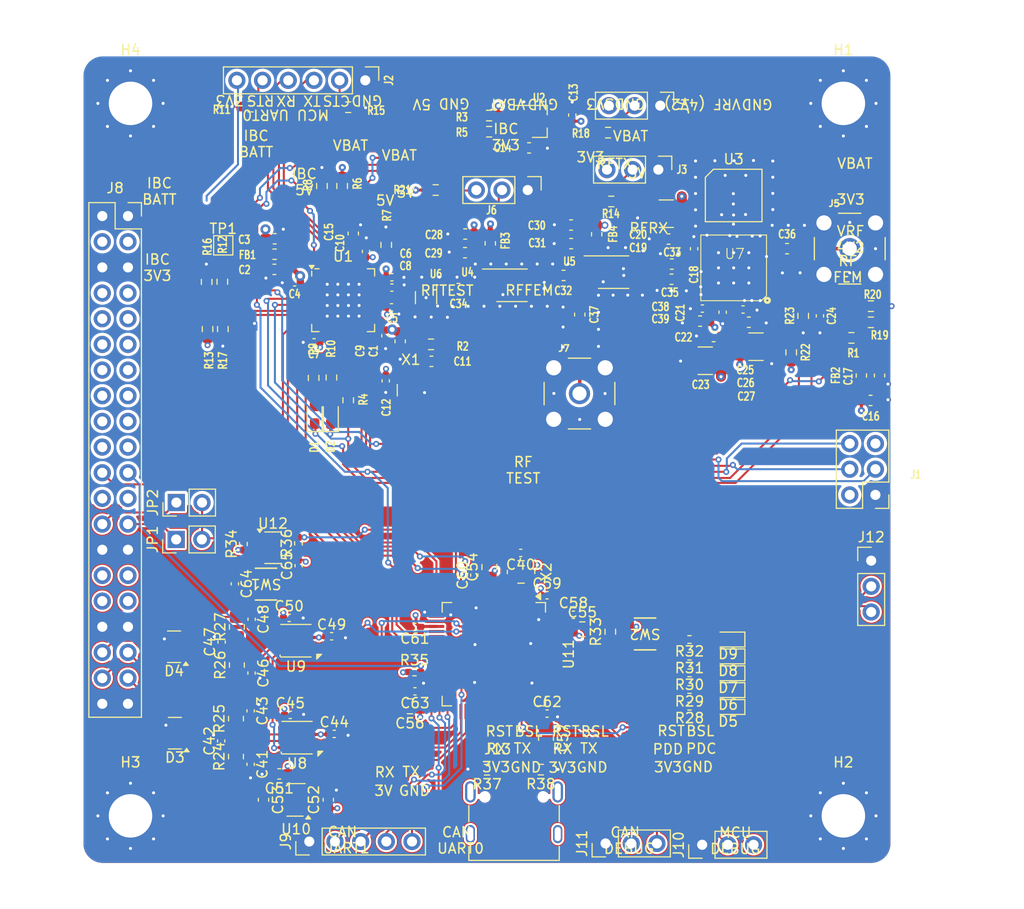
<source format=kicad_pcb>
(kicad_pcb (version 20240108) (generator "pcbnew") (generator_version "8.0")
  (title_block (title "OpenLST") (date "2018-07-08") (rev "1"))
  (layers (0 "F.Cu" signal) (1 "In1.Cu" power) (2 "In2.Cu" power) (31 "B.Cu" signal) (34 "B.Paste" user) (35 "F.Paste" user) (36 "B.SilkS" user "B.Silkscreen") (37 "F.SilkS" user "F.Silkscreen") (38 "B.Mask" user) (39 "F.Mask" user) (44 "Edge.Cuts" user))
  (net 0 "")
  (net 1 "GND")
  (net 2 "Net-(C11-Pad2)")
  (net 3 "Net-(U1-RESET_N)")
  (net 4 "Net-(U1-DCOUPL)")
  (net 5 "/MCU/+3V3_C1110")
  (net 6 "PROG_DD")
  (net 7 "Net-(X1-OUT)")
  (net 8 "/3V3_COMM")
  (net 9 "/VRF")
  (net 11 "/MCU/PA_VAPC")
  (net 12 "/3V3_BRIDGE")
  (net 13 "Net-(J3-Pin_2)")
  (net 14 "/CAN Bridge/CAN2_H")
  (net 15 "Net-(C17-Pad1)")
  (net 16 "Net-(C42-Pad1)")
  (net 17 "Net-(D5-A)")
  (net 18 "/CAN Bridge/CAN2_L")
  (net 19 "Net-(D6-A)")
  (net 20 "/CAN Bridge/VCC_CAN")
  (net 21 "/3V3_CAN")
  (net 22 "Net-(U4-V2)")
  (net 23 "Net-(U5-V2)")
  (net 24 "Net-(U5-RFC)")
  (net 25 "Net-(U4-RF2)")
  (net 26 "Net-(U7-RX)")
  (net 27 "Net-(U5-RF2)")
  (net 28 "Net-(U1-P2_3{slash}XOSC32-1)")
  (net 29 "Net-(U1-XOSC-1)")
  (net 30 "PROG_DC")
  (net 31 "Net-(U1-P2_0)")
  (net 32 "Net-(U1-RBIAS)")
  (net 33 "Net-(U4-RFC)")
  (net 34 "/CAN Bridge/CAN1_H")
  (net 35 "Net-(C47-Pad1)")
  (net 36 "/CAN Bridge/CAN1_L")
  (net 39 "Net-(C34-Pad1)")
  (net 40 "Net-(U5-RF1)")
  (net 41 "Net-(U7-TX)")
  (net 42 "Net-(J5-In)")
  (net 43 "Net-(U7-ANT)")
  (net 44 "Net-(U4-RF1)")
  (net 45 "Net-(U10-C+)")
  (net 46 "Net-(U10-C-)")
  (net 47 "Net-(D1-A)")
  (net 49 "Net-(D2-A)")
  (net 50 "Net-(D7-A)")
  (net 51 "Net-(D8-A)")
  (net 52 "Net-(D9-A)")
  (net 56 "/INTERBOARD_CONNECTOR2/5V0_3")
  (net 57 "/CAN Bridge/COMM1_RST")
  (net 58 "LST_RESET")
  (net 59 "/INTERBOARD_CONNECTOR2/3V3_6")
  (net 60 "/INTERBOARD_CONNECTOR2/3V3_4")
  (net 61 "/INTERBOARD_CONNECTOR2/3V3_7")
  (net 62 "/INTERBOARD_CONNECTOR2/3V3_3")
  (net 63 "/INTERBOARD_CONNECTOR2/3V3_5")
  (net 64 "/INTERBOARD_CONNECTOR2/3V3_2")
  (net 65 "/INTERBOARD_CONNECTOR2/3V3_1")
  (net 66 "/INTERBOARD_CONNECTOR2/3V3_8")
  (net 67 "/INTERBOARD_CONNECTOR2/3V3_9")
  (net 68 "/INTERBOARD_CONNECTOR2/5V0_2")
  (net 69 "LED1")
  (net 70 "LED2")
  (net 71 "Net-(J7-In)")
  (net 72 "/INTERBOARD_CONNECTOR2/BATT")
  (net 73 "/INTERBOARD_CONNECTOR2/BATT_1")
  (net 74 "/INTERBOARD_CONNECTOR2/*SCI_RST")
  (net 75 "/CAN Bridge/EPS_RST")
  (net 76 "/INTERBOARD_CONNECTOR2/*AVI_RST")
  (net 77 "/CAN Bridge/COMM2_RST")
  (net 78 "/INTERBOARD_CONNECTOR2/5V0_1")
  (net 79 "/CAN Bridge/ATTENTION")
  (net 80 "/CAN Bridge/PMIC/USART3_RTS")
  (net 81 "Net-(J4-Pin_2)")
  (net 82 "Net-(J6-Pin_2)")
  (net 83 "Net-(J6-Pin_3)")
  (net 84 "/INTERBOARD_CONNECTOR2/3V3_13")
  (net 85 "/INTERBOARD_CONNECTOR2/5V0_4")
  (net 86 "/CAN Bridge/PMIC/USART3_TX")
  (net 87 "Net-(U7-SAW2)")
  (net 88 "Net-(U7-SAW1)")
  (net 92 "/CAN Bridge/PMIC/USART3_RX")
  (net 93 "/CAN Bridge/PMIC/USART3_CTS")
  (net 94 "/CAN Bridge/PMIC/SYS_JTMS_SWDIO")
  (net 95 "/CAN Bridge/PMIC/SYS_JTMS_SWCLK")
  (net 96 "/CAN Bridge/PMIC/USART1_TX")
  (net 97 "/CAN Bridge/PMIC/USART1_RX")
  (net 98 "/CAN Bridge/PMIC/LPUART_TX")
  (net 99 "/CAN Bridge/PMIC/LPUART_RX")
  (net 100 "/CAN Bridge/PMIC/USB/VUSB1")
  (net 101 "/CAN Bridge/PMIC/USB/USB_OTG_FS_DP")
  (net 105 "Net-(J13-CC2_B)")
  (net 106 "/CAN Bridge/PMIC/USB/USB_OTG_FS_DM")
  (net 109 "/CAN Bridge/PMIC/USB/VUSB2")
  (net 110 "Net-(J13-CC1_A)")
  (net 111 "/CAN Bridge/PMIC/EXTR_RST")
  (net 112 "/MCU/RF_EN")
  (net 113 "/MCU/LST_RX_MODE")
  (net 114 "/MCU/LST_TX_MODE")
  (net 115 "/MCU/AN0")
  (net 116 "Net-(R12-Pad2)")
  (net 117 "/MCU/AN1")
  (net 118 "/MCU/RF_BYP")
  (net 119 "/CAN Bridge/PMIC/LED1")
  (net 120 "/CAN Bridge/PMIC/LED2")
  (net 121 "/CAN Bridge/PMIC/LED3")
  (net 122 "/CAN Bridge/PMIC/LED4")
  (net 123 "/CAN Bridge/PMIC/LED5")
  (net 124 "Net-(U11-PH3_BOOT0)")
  (net 126 "/CAN Bridge/PMIC/Schmitt Trigger/OUT")
  (net 127 "/CAN Bridge/PMIC/Schmitt Trigger/IN1")
  (net 132 "/CAN Bridge/UART_RTS")
  (net 133 "/MCU/RF_P")
  (net 134 "/CAN Bridge/UART_TX")
  (net 135 "/MCU/RF_N")
  (net 136 "/CAN Bridge/UART_RX")
  (net 137 "/CAN Bridge/UART_CTS")
  (net 138 "/CAN Bridge/CAN Transceiver2/CAN_TX")
  (net 139 "/CAN Bridge/CAN_RS")
  (net 140 "/CAN Bridge/CAN Transceiver1/CAN_RX")
  (net 147 "/CAN Bridge/PMIC/HSE_IN")
  (net 160 "/MCU/UART0_CTS")
  (net 161 "/MCU/UART0_RTS")
  (net 162 "/MCU/UART0_RX")
  (net 163 "/MCU/UART0_TX")
  (net 164 "/CAN Bridge/CAN Transceiver1/CAN_TX")
  (net 165 "/CAN Bridge/CAN Transceiver2/CAN_RX")
  (footprint "Common:MountingHole_4.3mm_M4_Pad_Via_Custom" (layer "F.Cu") (at 135.25 64.75)
    (property "Reference" "H1")
    (property "Value" "MountingHole_Pad")
  )
  (footprint "Connector_PinSocket_2.54mm:PinSocket_2x20_P2.54mm_Vertical" (layer "F.Cu") (at 64.5 75.9)
    (property "Reference" "J8")
    (property "Value" "PC104 Conn_02x20_Odd_Even")
  )
  (footprint "Common:MountingHole_4.3mm_M4_Pad_Via_Custom" (layer "F.Cu") (at 135.25 135.25)
    (property "Reference" "H2")
    (property "Value" "MountingHole_Pad")
  )
  (footprint "Common:MountingHole_4.3mm_M4_Pad_Via_Custom" (layer "F.Cu") (at 64.75 64.75)
    (property "Reference" "H4")
    (property "Value" "MountingHole_Pad")
  )
  (footprint "Common:MountingHole_4.3mm_M4_Pad_Via_Custom" (layer "F.Cu") (at 64.75 135.25)
    (property "Reference" "H3")
    (property "Value" "MountingHole_Pad")
  )
  (footprint "Capacitor_SMD:C_0402_1005Metric_Pad0.74x0.62mm_HandSolder" (layer "F.Cu") (at 80.98 82.455 180)
    (property "Reference" "C4")
    (property "Value" "100n")
  )
  (footprint "Capacitor_SMD:C_0402_1005Metric_Pad0.74x0.62mm_HandSolder" (layer "F.Cu") (at 90.6 81.955)
    (property "Reference" "C6")
    (property "Value" "100n")
  )
  (footprint "Capacitor_SMD:C_0402_1005Metric_Pad0.74x0.62mm_HandSolder" (layer "F.Cu") (at 82.9 88.395 180)
    (property "Reference" "C7")
    (property "Value" "100n")
  )
  (footprint "Capacitor_SMD:C_0402_1005Metric_Pad0.74x0.62mm_HandSolder" (layer "F.Cu") (at 90.6 82.975)
    (property "Reference" "C8")
    (property "Value" "100n")
  )
  (footprint "Capacitor_SMD:C_0402_1005Metric_Pad0.74x0.62mm_HandSolder" (layer "F.Cu") (at 89.96 87.745 -90)
    (property "Reference" "C9")
    (property "Value" "100n")
  )
  (footprint "Capacitor_SMD:C_0402_1005Metric_Pad0.74x0.62mm_HandSolder" (layer "F.Cu") (at 88.04 79.405 90)
    (property "Reference" "C10")
    (property "Value" "100n")
  )
  (footprint "Capacitor_SMD:C_0603_1608Metric_Pad1.08x0.95mm_HandSolder" (layer "F.Cu") (at 78.98 81.175 180)
    (property "Reference" "C2")
    (property "Value" "1u")
  )
  (footprint "Capacitor_SMD:C_0603_1608Metric_Pad1.08x0.95mm_HandSolder" (layer "F.Cu") (at 86.78 77.625 90)
    (property "Reference" "C15")
    (property "Value" "1u")
  )
  (footprint "Capacitor_SMD:C_0603_1608Metric_Pad1.08x0.95mm_HandSolder" (layer "F.Cu") (at 104.17 69.155 180)
    (property "Reference" "C14")
    (property "Value" "10n")
  )
  (footprint "Capacitor_SMD:C_0603_1608Metric_Pad1.08x0.95mm_HandSolder" (layer "F.Cu") (at 97.18 83.075)
    (property "Reference" "C34")
    (property "Value" "220p")
  )
  (footprint "Capacitor_SMD:C_0603_1608Metric_Pad1.08x0.95mm_HandSolder" (layer "F.Cu") (at 94.51 90.275)
    (property "Reference" "C11")
    (property "Value" "10n")
  )
  (footprint "Capacitor_SMD:C_0603_1608Metric_Pad1.08x0.95mm_HandSolder" (layer "F.Cu") (at 97.83 79.525 180)
    (property "Reference" "C29")
    (property "Value" "1u")
  )
  (footprint "Capacitor_SMD:C_0402_1005Metric_Pad0.74x0.62mm_HandSolder" (layer "F.Cu") (at 108.44 65.905 -90)
    (property "Reference" "C13")
    (property "Value" "100n")
  )
  (footprint "Capacitor_SMD:C_0402_1005Metric_Pad0.74x0.62mm_HandSolder" (layer "F.Cu") (at 89.99 92.205 -90)
    (property "Reference" "C12")
    (property "Value" "100n")
  )
  (footprint "Capacitor_SMD:C_0603_1608Metric_Pad1.08x0.95mm_HandSolder" (layer "F.Cu") (at 107.58 81.775)
    (property "Reference" "C32")
    (property "Value" "220p")
  )
  (footprint "Capacitor_SMD:C_0603_1608Metric_Pad1.08x0.95mm_HandSolder" (layer "F.Cu") (at 108.33 78.625 180)
    (property "Reference" "C31")
    (property "Value" "1u")
  )
  (footprint "Capacitor_SMD:C_0603_1608Metric_Pad1.08x0.95mm_HandSolder" (layer "F.Cu") (at 109.18 85.65 -90)
    (property "Reference" "C37")
    (property "Value" "220p")
  )
  (footprint "Capacitor_SMD:C_0603_1608Metric_Pad1.08x0.95mm_HandSolder" (layer "F.Cu") (at 118.28 80.65)
    (property "Reference" "C33")
    (property "Value" "220p")
  )
  (footprint "Capacitor_SMD:C_0603_1608Metric_Pad1.08x0.95mm_HandSolder" (layer "F.Cu") (at 138.83 91.675 -90)
    (property "Reference" "C17")
    (property "Value" "1u")
  )
  (footprint "Capacitor_SMD:C_0402_1005Metric_Pad0.74x0.62mm_HandSolder" (layer "F.Cu") (at 132.93 85.775 -90)
    (property "Reference" "C24")
    (property "Value" "100n")
  )
  (footprint "Capacitor_SMD:C_0603_1608Metric_Pad1.08x0.95mm_HandSolder" (layer "F.Cu") (at 129.68 79.125)
    (property "Reference" "C36")
    (property "Value" "220p")
  )
  (footprint "Capacitor_SMD:C_1210_3225Metric_Pad1.33x2.70mm_HandSolder" (layer "F.Cu") (at 126.61 88.825)
    (property "Reference" "C27")
    (property "Value" "47u")
  )
  (footprint "LED_SMD:LED_0603_1608Metric_Pad1.05x0.95mm_HandSolder" (layer "F.Cu") (at 82.96 95.5625 90)
    (property "Reference" "D1")
    (property "Value" "ORANGE")
  )
  (footprint "LED_SMD:LED_0603_1608Metric_Pad1.05x0.95mm_HandSolder" (layer "F.Cu") (at 84.56 95.565 90)
    (property "Reference" "D2")
    (property "Value" "ORANGE")
  )
  (footprint "Connector_PinHeader_2.54mm:PinHeader_1x03_P2.54mm_Vertical" (layer "F.Cu") (at 104.03 73.325 -90)
    (property "Reference" "J6")
    (property "Value" "Switch Select")
  )
  (footprint "Connector_PinHeader_2.54mm:PinHeader_1x03_P2.54mm_Vertical" (layer "F.Cu") (at 116.95 71.305 -90)
    (property "Reference" "J3")
    (property "Value" "Control Outputs")
  )
  (footprint "Connector_PinHeader_2.54mm:PinHeader_2x03_P2.54mm_Vertical" (layer "F.Cu") (at 138.42 103.49 180)
    (property "Reference" "J1")
    (property "Value" "CC Prog/Debug")
  )
  (footprint "Common:LINX_CONSMA001-G" (layer "F.Cu") (at 109.1525 93.4625)
    (property "Reference" "J7")
    (property "Value" "Conn_Coaxial")
  )
  (footprint "Common:LINX_CONSMA001-G" (layer "F.Cu") (at 135.88 79.125)
    (property "Reference" "J5")
    (property "Value" "ANT")
  )
  (footprint "Inductor_SMD:L_0603_1608Metric_Pad1.05x0.95mm_HandSolder" (layer "F.Cu") (at 79 79.675)
    (property "Reference" "FB1")
    (property "Value" "Z=1k @ 100M")
  )
  (footprint "Inductor_SMD:L_0603_1608Metric_Pad1.05x0.95mm_HandSolder" (layer "F.Cu") (at 110.855 77.7 90)
    (property "Reference" "FB4")
    (property "Value" "Z=1k @ 100M")
  )
  (footprint "Inductor_SMD:L_0603_1608Metric_Pad1.05x0.95mm_HandSolder" (layer "F.Cu") (at 137.03 91.675 -90)
    (property "Reference" "FB2")
    (property "Value" "Z=1k @ 100M")
  )
  (footprint "Resistor_SMD:R_0603_1608Metric_Pad0.98x0.95mm_HandSolder" (layer "F.Cu") (at 82.86 91.915 90)
    (property "Reference" "R9")
    (property "Value" "680")
  )
  (footprint "Resistor_SMD:R_0603_1608Metric_Pad0.98x0.95mm_HandSolder" (layer "F.Cu") (at 84.62 91.875 90)
    (property "Reference" "R10")
    (property "Value" "680")
  )
  (footprint "Resistor_SMD:R_0603_1608Metric_Pad0.98x0.95mm_HandSolder" (layer "F.Cu") (at 85.68 72.925 90)
    (property "Reference" "R6")
    (property "Value" "1K")
  )
  (footprint "Resistor_SMD:R_0603_1608Metric_Pad0.98x0.95mm_HandSolder" (layer "F.Cu") (at 90.04 78.755 -90)
    (property "Reference" "R7")
    (property "Value" "56K")
  )
  (footprint "Resistor_SMD:R_0603_1608Metric_Pad0.98x0.95mm_HandSolder" (layer "F.Cu") (at 86.28 94.125 -90)
    (property "Reference" "R4")
    (property "Value" "0")
  )
  (footprint "Resistor_SMD:R_0603_1608Metric_Pad0.98x0.95mm_HandSolder" (layer "F.Cu") (at 73.83 82.395 90)
    (property "Reference" "R12")
    (property "Value" "DNP")
  )
  (footprint "Resistor_SMD:R_0603_1608Metric_Pad0.98x0.95mm_HandSolder" (layer "F.Cu") (at 72.28 82.415 -90)
    (property "Reference" "R16")
    (property "Value" "DNP")
  )
  (footprint "Resistor_SMD:R_0603_1608Metric_Pad0.98x0.95mm_HandSolder" (layer "F.Cu") (at 100.21 65.955)
    (property "Reference" "R3")
    (property "Value" "47K")
  )
  (footprint "Resistor_SMD:R_0603_1608Metric_Pad0.98x0.95mm_HandSolder" (layer "F.Cu") (at 100.22 67.555 180)
    (property "Reference" "R5")
    (property "Value" "1K")
  )
  (footprint "Resistor_SMD:R_0603_1608Metric_Pad0.98x0.95mm_HandSolder" (layer "F.Cu") (at 94.47 88.595)
    (property "Reference" "R2")
    (property "Value" "0")
  )
  (footprint "Resistor_SMD:R_0603_1608Metric_Pad0.98x0.95mm_HandSolder" (layer "F.Cu") (at 94.93 73.325)
    (property "Reference" "R21")
    (property "Value" "20K")
  )
  (footprint "Resistor_SMD:R_0603_1608Metric_Pad0.98x0.95mm_HandSolder" (layer "F.Cu") (at 112.3 74.455)
    (property "Reference" "R14")
    (property "Value" "22")
  )
  (footprint "Resistor_SMD:R_0603_1608Metric_Pad0.98x0.95mm_HandSolder" (layer "F.Cu") (at 130.09 89.385 -90)
    (property "Reference" "R22")
    (property "Value" "1K")
  )
  (footprint "Resistor_SMD:R_0603_1608Metric_Pad0.98x0.95mm_HandSolder" (layer "F.Cu") (at 131.28 85.775 90)
    (property "Reference" "R23")
    (property "Value" "1K")
  )
  (footprint "Resistor_SMD:R_0603_1608Metric_Pad0.98x0.95mm_HandSolder" (layer "F.Cu") (at 137.97 84.815)
    (property "Reference" "R20")
    (property "Value" "6.65K")
  )
  (footprint "RF_Converter:Balun_Johanson_0896BM15A0001" (layer "F.Cu") (at 93.98 83.975 -90)
    (property "Reference" "U6")
    (property "Value" "0433BM15A0001")
  )
  (footprint "Package_TO_SOT_SMD:SOT-23_Handsoldering" (layer "F.Cu") (at 105.2 66.535)
    (property "Reference" "U2")
    (property "Value" "MIC803")
  )
  (footprint "Package_SO:MSOP-8_3x3mm_P0.65mm" (layer "F.Cu") (at 102.48 82.75)
    (property "Reference" "U4")
    (property "Value" "PE4250MLI")
  )
  (footprint "Package_SO:MSOP-8_3x3mm_P0.65mm" (layer "F.Cu") (at 112.53 81.45)
    (property "Reference" "U5")
    (property "Value" "PE4250MLI")
  )
  (footprint "Common:RFFM6406" (layer "F.Cu") (at 124.5 80.145)
    (property "Reference" "U7")
    (property "Value" "RFFM6406")
  )
  (footprint "Oscillator:Oscillator_SMD_Abracon_ASDMB-4Pin_2.5x2.0mm" (layer "F.Cu") (at 92.48 92.565)
    (property "Reference" "X1")
    (property "Value" "27MHz")
  )
  (footprint "Common:Texas_RHH0036C_VQFN-36-1EP_6x6mm_P0.5mm_EP4.4x4.4mm_ThermalVias" (layer "F.Cu") (at 85.78 84.225)
    (property "Reference" "U1")
    (property "Value" "CC1110")
  )
  (footprint "Common:SF2446E" (layer "F.Cu") (at 124.4 73.865 -90)
    (property "Reference" "U3")
    (property "Value" "SF2446E")
  )
  (footprint "Capacitor_SMD:C_0402_1005Metric_Pad0.74x0.62mm_HandSolder" (layer "F.Cu") (at 123.31 85.415 -90)
    (property "Reference" "C21")
    (property "Value" "100n")
  )
  (footprint "Capacitor_SMD:C_0603_1608Metric_Pad1.08x0.95mm_HandSolder" (layer "F.Cu") (at 122.42 87.825 180)
    (property "Reference" "C22")
    (property "Value" "10u")
  )
  (footprint "Resistor_SMD:R_0603_1608Metric_Pad0.98x0.95mm_HandSolder" (layer "F.Cu") (at 72.37 87.085 -90)
    (property "Reference" "R13")
    (property "Value" "20K")
  )
  (footprint "Resistor_SMD:R_0603_1608Metric_Pad0.98x0.95mm_HandSolder" (layer "F.Cu") (at 137.97 86.415 180)
    (property "Reference" "R19")
    (property "Value" "3.09K")
  )
  (footprint "Capacitor_SMD:C_0603_1608Metric_Pad1.08x0.95mm_HandSolder" (layer "F.Cu") (at 125.9 86.405)
    (property "Reference" "C26")
    (property "Value" "10u")
  )
  (footprint "Capacitor_SMD:C_0402_1005Metric_Pad0.74x0.62mm_HandSolder" (layer "F.Cu") (at 125.33 85.145)
    (property "Reference" "C25")
    (property "Value" "100n")
  )
  (footprint "Capacitor_SMD:C_1210_3225Metric_Pad1.33x2.70mm_HandSolder" (layer "F.Cu") (at 121.59 90.215 180)
    (property "Reference" "C23")
    (property "Value" "47u")
  )
  (footprint "Capacitor_SMD:C_0402_1005Metric_Pad0.74x0.62mm_HandSolder" (layer "F.Cu") (at 121.31 85.055 180)
    (property "Reference" "C38")
    (property "Value" "100n")
  )
  (footprint "Capacitor_SMD:C_0603_1608Metric_Pad1.08x0.95mm_HandSolder" (layer "F.Cu") (at 118.255 82.15)
    (property "Reference" "C35")
    (property "Value" "220p")
  )
  (footprint "Resistor_SMD:R_0603_1608Metric_Pad0.98x0.95mm_HandSolder" (layer "F.Cu") (at 83.68 72.925 -90)
    (property "Reference" "R8")
    (property "Value" "1K")
  )
  (footprint "Inductor_SMD:L_0603_1608Metric_Pad1.05x0.95mm_HandSolder" (layer "F.Cu") (at 100.33 78.6 90)
    (property "Reference" "FB3")
    (property "Value" "Z=1k @ 100M")
  )
  (footprint "Capacitor_SMD:C_0603_1608Metric_Pad1.08x0.95mm_HandSolder" (layer "F.Cu") (at 79.01 78.145)
    (property "Reference" "C3")
    (property "Value" "1u")
  )
  (footprint "Resistor_SMD:R_0603_1608Metric_Pad0.98x0.95mm_HandSolder" (layer "F.Cu") (at 136.05 87.955)
    (property "Reference" "R1")
    (property "Value" "0")
  )
  (footprint "Resistor_SMD:R_0603_1608Metric_Pad0.98x0.95mm_HandSolder" (layer "F.Cu") (at 73.88 87.085 90)
    (property "Reference" "R17")
    (property "Value" "47K")
  )
  (footprint "Resistor_SMD:R_0402_1005Metric_Pad0.72x0.64mm_HandSolder" (layer "F.Cu") (at 120.03 122.75 180)
    (property "Reference" "R29")
    (property "Value" "680")
  )
  (footprint "Connector_PinHeader_2.54mm:PinHeader_1x03_P2.54mm_Vertical" (layer "F.Cu") (at 138 110)
    (property "Reference" "J12")
    (property "Value" "Conn_01x03_Pin")
  )
  (footprint "Capacitor_SMD:C_0603_1608Metric_Pad1.08x0.95mm_HandSolder" (layer "F.Cu") (at 137.94 94.145)
    (property "Reference" "C16")
    (property "Value" "1u")
  )
  (footprint "Resistor_SMD:R_0402_1005Metric_Pad0.72x0.64mm_HandSolder" (layer "F.Cu") (at 120.03 119.45 180)
    (property "Reference" "R31")
    (property "Value" "680")
  )
  (footprint "Capacitor_SMD:C_0603_1608Metric_Pad1.08x0.95mm_HandSolder" (layer "F.Cu") (at 117.96 78.175 180)
    (property "Reference" "C19")
    (property "Value" "10u")
  )
  (footprint "Resistor_SMD:R_0402_1005Metric_Pad0.72x0.64mm_HandSolder" (layer "F.Cu") (at 92.8325 121.01)
    (property "Reference" "R35")
    (property "Value" "100K")
  )
  (footprint "Connector_PinHeader_2.54mm:PinHeader_1x03_P2.54mm_Vertical" (layer "F.Cu") (at 111.73 137.98 90)
    (property "Reference" "J11")
    (property "Value" "Conn_01x03_Pin")
  )
  (footprint "Capacitor_SMD:C_0402_1005Metric_Pad0.74x0.62mm_HandSolder" (layer "F.Cu") (at 120.49 79.135 90)
    (property "Reference" "C18")
    (property "Value" "100n")
  )
  (footprint "Capacitor_SMD:C_0402_1005Metric_Pad0.74x0.62mm_HandSolder" (layer "F.Cu") (at 84.64 117.48)
    (property "Reference" "C49")
    (property "Value" "100n")
  )
  (footprint "Resistor_SMD:R_0603_1608Metric_Pad0.98x0.95mm_HandSolder" (layer "F.Cu") (at 112.2 117.03 90)
    (property "Reference" "R33")
    (property "Value" "10k")
  )
  (footprint "Resistor_SMD:R_0402_1005Metric_Pad0.72x0.64mm_HandSolder" (layer "F.Cu") (at 120.03 124.4 180)
    (property "Reference" "R28")
    (property "Value" "680")
  )
  (footprint "Capacitor_SMD:C_0402_1005Metric_Pad0.74x0.62mm_HandSolder" (layer "F.Cu") (at 92.88 122.93 180)
    (property "Reference" "C63")
    (property "Value" "100n")
  )
  (footprint "Common:EVP602AA" (layer "F.Cu") (at 115.64 117.25 180)
    (property "Reference" "SW2")
    (property "Value" "EVP-AA602W")
  )
  (footprint "Capacitor_SMD:C_0603_1608Metric_Pad1.08x0.95mm_HandSolder" (layer "F.Cu") (at 79.46125 131.0975 180)
    (property "Reference" "C51")
    (property "Value" "10u")
  )
  (footprint "Connector_PinHeader_2.54mm:PinHeader_1x05_P2.54mm_Vertical" (layer "F.Cu") (at 82.43 137.79 90)
    (property "Reference" "J9")
    (property "Value" "Conn_01x05_Pin")
  )
  (footprint "Connector_PinHeader_2.54mm:PinHeader_1x03_P2.54mm_Vertical" (layer "F.Cu") (at 121.285 138.11 90)
    (property "Reference" "J10")
    (property "Value" "Conn_01x03_Pin")
  )
  (footprint "Capacitor_SMD:C_0402_1005Metric_Pad0.74x0.62mm_HandSolder" (layer "F.Cu") (at 76.63 124.86 -90)
    (property "Reference" "C43")
    (property "Value" "100p")
  )
  (footprint "Capacitor_SMD:C_1210_3225Metric_Pad1.33x2.70mm_HandSolder" (layer "F.Cu") (at 117.73 75.665 180)
    (property "Reference" "C20")
    (property "Value" "47u")
  )
  (footprint "Capacitor_SMD:C_0402_1005Metric_Pad0.74x0.62mm_HandSolder" (layer "F.Cu") (at 90.56 84.935)
    (property "Reference" "C5")
    (property "Value" "100n")
  )
  (footprint "Resistor_SMD:R_0805_2012Metric_Pad1.20x1.40mm_HandSolder" (layer "F.Cu") (at 75.27 116.56 90)
    (property "Reference" "R27")
    (property "Value" "60R4")
  )
  (footprint "Package_TO_SOT_SMD:SOT-23" (layer "F.Cu") (at 69.06 118.5175 180)
    (property "Reference" "D4")
    (property "Value" "NUP2105L")
  )
  (footprint "Capacitor_SMD:C_0402_1005Metric_Pad0.74x0.62mm_HandSolder" (layer "F.Cu") (at 80.44 115.66)
    (property "Reference" "C50")
    (property "Value" "100n")
  )
  (footprint "Capacitor_SMD:C_0402_1005Metric_Pad0.74x0.62mm_HandSolder" (layer "F.Cu") (at 108.55 115.35)
    (property "Reference" "C58")
    (property "Value" "100n")
  )
  (footprint "Package_TO_SOT_SMD:SOT-23-6" (layer "F.Cu") (at 78.8325 108.72)
    (property "Reference" "U12")
    (property "Value" "74LVC2G07")
  )
  (footprint "Capacitor_SMD:C_0603_1608Metric_Pad1.08x0.95mm_HandSolder" (layer "F.Cu") (at 84.31125 133.6575 90)
    (property "Reference" "C52")
    (property "Value" "10u")
  )
  (footprint "Capacitor_SMD:C_0402_1005Metric_Pad0.74x0.62mm_HandSolder" (layer "F.Cu") (at 98.75 111.43 90)
    (property "Reference" "C60")
    (property "Value" "100n")
  )
  (footprint "Capacitor_SMD:C_0402_1005Metric_Pad0.74x0.62mm_HandSolder" (layer "F.Cu") (at 76.72 121.12 -90)
    (property "Reference" "C46")
    (property "Value" "100p")
  )
  (footprint "Resistor_SMD:R_0603_1608Metric_Pad0.98x0.95mm_HandSolder" (layer "F.Cu") (at 100.01 130.685 180)
    (property "Reference" "R37")
    (property "Value" "5K1")
  )
  (footprint "Resistor_SMD:R_0805_2012Metric_Pad1.20x1.40mm_HandSolder" (layer "F.Cu") (at 75.18 125.63 90)
    (property "Reference" "R25")
    (property "Value" "60R4")
  )
  (footprint "Capacitor_SMD:C_0402_1005Metric_Pad0.74x0.62mm_HandSolder" (layer "F.Cu") (at 103.34 109.23 180)
    (property "Reference" "C40")
    (property "Value" "100n")
  )
  (footprint "Capacitor_SMD:C_0402_1005Metric_Pad0.74x0.62mm_HandSolder" (layer "F.Cu") (at 81.3825 110.495 90)
    (property "Reference" "C65")
    (property "Value" "100n")
  )
  (footprint "Capacitor_SMD:C_0805_2012Metric_Pad1.18x1.45mm_HandSolder" (layer "F.Cu") (at 109.43 116.79)
    (property "Reference" "C55")
    (property "Value" "10u")
  )
  (footprint "Resistor_SMD:R_0402_1005Metric_Pad0.72x0.64mm_HandSolder" (layer "F.Cu") (at 75.91 108.35 90)
    (property "Reference" "R34")
    (property "Value" "100K")
  )
  (footprint "Resistor_SMD:R_0805_2012Metric_Pad1.20x1.40mm_HandSolder" (layer "F.Cu") (at 75.27 120.33 90)
    (property "Reference" "R26")
    (property "Value" "60R4")
  )
  (footprint "Capacitor_SMD:C_0402_1005Metric_Pad0.74x0.62mm_HandSolder" (layer "F.Cu") (at 73.72 127.84 90)
    (property "Reference" "C42")
    (property "Value" "4.7n")
  )
  (footprint "Capacitor_SMD:C_0402_1005Metric_Pad0.74x0.62mm_HandSolder" (layer "F.Cu") (at 76.63 130.15 -90)
    (property "Reference" "C41")
    (property "Value" "100p")
  )
  (footprint "Package_DFN_QFN:DFN-8-1EP_3x3mm_P0.65mm_EP1.55x2.4mm" (layer "F.Cu") (at 81.22 127.515 180)
    (property "Reference" "U8")
    (property "Value" "TJA1042TK-3")
  )
  (footprint "Resistor_SMD:R_0402_1005Metric_Pad0.72x0.64mm_HandSolder" (layer "F.Cu") (at 120.03 121.1 180)
    (property "Reference" "R30")
    (property "Value" "680")
  )
  (footprint "Oscillator:Oscillator_SMD_ECS_2520MV-xxx-xx-4Pin_2.5x2.0mm" (layer "F.Cu") (at 103.375 111.115 -90)
    (property "Reference" "X2")
    (property "Value" "10MHz")
  )
  (footprint "Capacitor_SMD:C_0402_1005Metric_Pad0.74x0.62mm_HandSolder" (layer "F.Cu") (at 84.9 127.14)
    (property "Reference" "C44")
    (property "Value" "100n")
  )
  (footprint "Resistor_SMD:R_0603_1608Metric_Pad0.98x0.95mm_HandSolder" (layer "F.Cu") (at 76.62 65.07)
    (property "Reference" "R11")
    (property "Value" "100K")
  )
  (footprint "Capacitor_SMD:C_0402_1005Metric_Pad0.74x0.62mm_HandSolder" (layer "F.Cu") (at 105.95 125.13)
    (property "Reference" "C62")
    (property "Value" "100n")
  )
  (footprint "LED_SMD:LED_0603_1608Metric_Pad1.05x0.95mm_HandSolder" (layer "F.Cu") (at 123.85 121.14 180)
    (property "Reference" "D7")
    (property "Value" "LED_SMD_YELLOW")
  )
  (footprint "LED_SMD:LED_0603_1608Metric_Pad1.05x0.95mm_HandSolder" (layer "F.Cu") (at 123.85 124.48 180)
    (property "Reference" "D5")
    (property "Value" "LED_SMD_RED")
  )
  (footprint "Resistor_SMD:R_0805_2012Metric_Pad1.20x1.40mm_HandSolder" (layer "F.Cu") (at 75.18 129.38 90)
    (property "Reference" "R24")
    (property "Value" "60R4")
  )
  (footprint "Connector_PinHeader_2.54mm:PinHeader_1x03_P2.54mm_Vertical" (layer "F.Cu") (at 117.14 64.975 -90)
    (property "Reference" "J4")
    (property "Value" "Control Outputs")
  )
  (footprint "Capacitor_SMD:C_0402_1005Metric_Pad0.74x0.62mm_HandSolder" (layer "F.Cu") (at 92.87 116.55 180)
    (property "Reference" "C61")
    (property "Value" "100n")
  )
  (footprint "Capacitor_SMD:C_0603_1608Metric_Pad1.08x0.95mm_HandSolder" (layer "F.Cu") (at 91.42 88.295 -90)
    (property "Reference" "C1")
    (property "Value" "10u")
  )
  (footprint "Package_DFN_QFN:DFN-8-1EP_3x3mm_P0.65mm_EP1.55x2.4mm" (layer "F.Cu") (at 81.1075 117.92 180)
    (property "Reference" "U9")
    (property "Value" "TJA1042TK-3")
  )
  (footprint "TestPoint:TestPoint_Pad_1.5x1.5mm" (layer "F.Cu") (at 73.92 78.8)
    (property "Reference" "TP1")
    (property "Value" "TestPoint")
  )
  (footprint "LED_SMD:LED_0603_1608Metric_Pad1.05x0.95mm_HandSolder" (layer "F.Cu") (at 123.85 119.47 180)
    (property "Reference" "D8")
    (property "Value" "LED_SMD_YELLOW")
  )
  (footprint "LED_SMD:LED_0603_1608Metric_Pad1.05x0.95mm_HandSolder" (layer "F.Cu") (at 123.85 122.81 180)
    (property "Reference" "D6")
    (property "Value" "LED_SMD_GREEN")
  )
  (footprint "Capacitor_SMD:C_0805_2012Metric_Pad1.18x1.45mm_HandSolder" (layer "F.Cu") (at 105.84 127.52 -90)
    (property "Reference" "C57")
    (property "Value" "10u")
  )
  (footprint "Capacitor_SMD:C_0603_1608Metric_Pad1.08x0.95mm_HandSolder" (layer "F.Cu") (at 121.08 86.295 180)
    (property "Reference" "C39")
    (property "Value" "10u")
  )
  (footprint "Capacitor_SMD:C_0603_1608Metric_Pad1.08x0.95mm_HandSolder" (layer "F.Cu") (at 97.85 77.675 180)
    (property "Reference" "C28")
    (property "Value" "1u")
  )
  (footprint "Capacitor_SMD:C_0402_1005Metric_Pad0.74x0.62mm_HandSolder" (layer "F.Cu") (at 75.07 112.29 -90)
    (property "Reference" "C64")
    (property "Value" "100n")
  )
  (footprint "Resistor_SMD:R_0603_1608Metric_Pad0.98x0.95mm_HandSolder" (layer "F.Cu") (at 105.33 130.675 180)
    (property "Reference" "R38")
    (property "Value" "5K1")
  )
  (footprint "Capacitor_SMD:C_0805_2012Metric_Pad1.18x1.45mm_HandSolder" (layer "F.Cu") (at 100.24 110.63 90)
    (property "Reference" "C54")
    (property "Value" "10u")
  )
  (footprint "Capacitor_SMD:C_0805_2012Metric_Pad1.18x1.45mm_HandSolder" (layer "F.Cu") (at 92.38 124.41 180)
    (property "Reference" "C56")
    (property "Value" "10u")
  )
  (footprint "Capacitor_SMD:C_0603_1608Metric_Pad1.08x0.95mm_HandSolder" (layer "F.Cu") (at 77.90125 133.6575 -90)
    (property "Reference" "C53")
    (property "Value" "1u")
  )
  (footprint "Resistor_SMD:R_0402_1005Metric_Pad0.72x0.64mm_HandSolder" (layer "F.Cu") (at 120.03 117.8 180)
    (property "Reference" "R32")
    (property "Value" "680")
  )
  (footprint "Capacitor_SMD:C_0402_1005Metric_Pad0.74x0.62mm_HandSolder" (layer "F.Cu") (at 80.55 125.26)
    (property "Reference" "C45")
    (property "Value" "100n")
  )
  (footprint "Capacitor_SMD:C_0402_1005Metric_Pad0.74x0.62mm_HandSolder" (layer "F.Cu") (at 76.73 115.7975 -90)
    (property "Reference" "C48")
    (property "Value" "100p")
  )
  (footprint "Capacitor_SMD:C_0402_1005Metric_Pad0.74x0.62mm_HandSolder" (layer "F.Cu") (at 73.76 118.05 90)
    (property "Reference" "C47")
    (property "Value" "4.7n")
  )
  (footprint "Resistor_SMD:R_0402_1005Metric_Pad0.72x0.64mm_HandSolder" (layer "F.Cu") (at 81.3625 108.285 90)
    (property "Reference" "R36")
    (property "Value" "100K")
  )
  (footprint "Package_QFP:LQFP-64_10x10mm_P0.5mm" (layer "F.Cu") (at 100.68 119.255 -90)
    (property "Reference" "U11")
    (property "Value" "STM32L496RGTx")
  )
  (footprint "Package_TO_SOT_SMD:SOT-23" (layer "F.Cu") (at 69.14 127.07 180)
    (property "Reference" "D3")
    (property "Value" "NUP2105L")
  )
  (footprint "Connector_PinHeader_2.54mm:PinHeader_1x06_P2.54mm_Vertical" (layer "F.Cu") (at 87.97 62.47 -90)
    (property "Reference" "J2")
    (property "Value" "UART0")
  )
  (footprint "Connector_PinHeader_2.54mm:PinHeader_1x02_P2.54mm_Vertical" (layer "F.Cu") (at 69.285 104.25 90)
    (property "Reference" "JP2")
    (property "Value" "Jumper_2_Open")
  )
  (footprint "LED_SMD:LED_0603_1608Metric_Pad1.05x0.95mm_HandSolder" (layer "F.Cu") (at 123.85 117.8 180)
    (property "Reference" "D9")
    (property "Value" "LED_SMD_YELLOW")
  )
  (footprint "Resistor_SMD:R_0603_1608Metric_Pad0.98x0.95mm_HandSolder" (layer "F.Cu") (at 86.28 65.13 180)
    (property "Reference" "R15")
    (property "Value" "100K")
  )
  (footprint "Package_TO_SOT_SMD:SOT-23-6_Handsoldering" (layer "F.Cu") (at 81.12125 133.6675 180)
    (property "Reference" "U10")
    (property "Value" "AP3602AKTR-G1")
  )
  (footprint "Capacitor_SMD:C_0603_1608Metric_Pad1.08x0.95mm_HandSolder" (layer "F.Cu") (at 108.32 76.785 180)
    (property "Reference" "C30")
    (property "Value" "1u")
  )
  (footprint "Capacitor_SMD:C_0402_1005Metric_Pad0.74x0.62mm_HandSolder" (layer "F.Cu") (at 105.94 113.42)
    (property "Reference" "C59")
    (property "Value" "100n")
  )
  (footprint "Common:AMPHENOL_10155435-00011LF" (layer "F.Cu") (at 102.68 137.055)
    (property "Reference" "J13")
    (property "Value" "10155435-00011LF")
  )
  (footprint "Resistor_SMD:R_0603_1608Metric_Pad0.98x0.95mm_HandSolder" (layer "F.Cu") (at 111.98 67.645)
    (property "Reference" "R18")
    (property "Value" "22")
  )
  (footprint "Connector_PinHeader_2.54mm:PinHeader_1x02_P2.54mm_Vertical" (layer "F.Cu") (at 69.265 107.9 90)
    (property "Reference" "JP1")
    (property "Value" "Jumper_2_Open")
  )
  (footprint "Common:EVP602AA" (layer "F.Cu") (at 78.15 112.32 180)
    (property "Reference" "SW1")
    (property "Value" "EVP-AA602W")
  )
  (gr_line (start 140 62) (end 140 138) (stroke (width 0.01)) (layer "Edge.Cuts"))
  (gr_line (start 138 140) (end 62 140) (stroke (width 0.01)) (layer "Edge.Cuts"))
  (gr_arc (start 138 60) (mid 139.414214 60.585786) (end 140 62) (stroke (width 0.01)) (layer "Edge.Cuts"))
  (gr_arc (start 60 62) (mid 60.585786 60.585786) (end 62 60) (stroke (width 0.01)) (layer "Edge.Cuts"))
  (gr_line (start 62 60) (end 138 60) (stroke (width 0.01)) (layer "Edge.Cuts"))
  (gr_arc (start 140 138) (mid 139.414214 139.414214) (end 138 140) (stroke (width 0.01)) (layer "Edge.Cuts"))
  (gr_line (start 60 138) (end 60 62) (stroke (width 0.01)) (layer "Edge.Cuts"))
  (gr_arc (start 62 140) (mid 60.585786 139.414214) (end 60 138) (stroke (width 0.01)) (layer "Edge.Cuts"))
  (gr_text "CTS" (at 85.12 64.48 180) (layer "F.SilkS") (effects (font (size 1 1))))
  (gr_text "GND" (at 88.13 64.46 180) (layer "F.SilkS") (effects (font (size 1 1))))
  (gr_text "RX" (at 80.15 64.48 180) (layer "F.SilkS") (effects (font (size 1 1))))
  (gr_text "RTS" (at 77.61 64.46 180) (layer "F.SilkS") (effects (font (size 1 1))))
  (gr_text "TX" (at 82.7 64.48 180) (layer "F.SilkS") (effects (font (size 1 1))))
  (gr_text "3V3" (at 74.54 64.44 180) (layer "F.SilkS") (effects (font (size 1 1))))
  (gr_text "MCU UART0" (at 80.1 65.88 180) (layer "F.SilkS") (effects (font (size 1 1))))
  (gr_text "GND" (at 108.78 131.03 0) (layer "F.SilkS") (effects (font (size 1 1) (thickness 0.15) (bold yes)) (justify left bottom)))
  (gr_text "CAN \nUART1" (at 86.09 139.03 0) (layer "F.SilkS") (effects (font (size 1 1) (thickness 0.15) (bold yes)) (justify bottom)))
  (gr_text "MCU\nDEBUG" (at 124.56 139.1 0) (layer "F.SilkS") (effects (font (size 1 1) (thickness 0.15) (bold yes)) (justify bottom)))
  (gr_text "GND" (at 91.2 133.35 0) (layer "F.SilkS") (effects (font (size 1 1) (thickness 0.15) (bold yes)) (justify left bottom)))
  (gr_text "IBC\n3V3" (at 101.88 68.08 0) (layer "F.SilkS") (effects (font (size 1 1))))
  (gr_text "IBC\nBATT" (at 77.17 68.76 0) (layer "F.SilkS") (effects (font (size 1 1))))
  (gr_text "TX" (at 102.56 129.16 0) (layer "F.SilkS") (effects (font (size 1 1) (thickness 0.15) (bold yes)) (justify left bottom)))
  (gr_text "3V" (at 88.77 133.35 0) (layer "F.SilkS") (effects (font (size 1 1) (thickness 0.15) (bold yes)) (justify left bottom)))
  (gr_text "VBAT" (at 136.39 70.7 0) (layer "F.SilkS") (effects (font (size 1 1))))
  (gr_text "VRF (4V2)" (at 121.3 64.81 180) (layer "F.SilkS") (effects (font (size 1 1))))
  (gr_text "GND" (at 126.72 64.83 180) (layer "F.SilkS") (effects (font (size 1 1))))
  (gr_text "CAN \nDEBUG" (at 114.05 139.08 0) (layer "F.SilkS") (effects (font (size 1 1) (thickness 0.15) (bold yes)) (justify bottom)))
  (gr_text "RFTX" (at 112.62 71.315 0) (layer "F.SilkS") (effects (font (size 1 1) (thickness 0.15) (bold yes)) (justify bottom)))
  (gr_text "3V3" (at 110.25 70.08 0) (layer "F.SilkS") (effects (font (size 1 1))))
  (gr_text "VBAT" (at 102.04 64.81 180) (layer "F.SilkS") (effects (font (size 1 1))))
  (gr_text "GND" (at 114.14 64.78 180) (layer "F.SilkS") (effects (font (size 1 1))))
  (gr_text "RST" (at 116.76 127.43 0) (layer "F.SilkS") (effects (font (size 1 1) (thickness 0.15) (bold yes)) (justify left bottom)))
  (gr_text "RFFEM" (at 104.2 83.835 0) (layer "F.SilkS") (effects (font (size 1 1) (thickness 0.15) (bold yes)) (justify bottom)))
  (gr_text "PDD" (at 116.3 129.24 0) (layer "F.SilkS") (effects (font (size 1 1) (thickness 0.15) (bold yes)) (justify left bottom)))
  (gr_text "RX" (at 106.39 129.2 0) (layer "F.SilkS") (effects (font (size 1 1) (thickness 0.15) (bold yes)) (justify left bottom)))
  (gr_text "IBC\nBATT" (at 67.61 73.45 0) (layer "F.SilkS") (effects (font (size 1 1))))
  (gr_text "PDC" (at 119.6 129.19 0) (layer "F.SilkS") (effects (font (size 1 1) (thickness 0.15) (bold yes)) (justify left bottom)))
  (gr_text "VBAT" (at 114.21 67.99 0) (layer "F.SilkS") (effects (font (size 1 1))))
  (gr_text "RX" (at 99.83 129.2 0) (layer "F.SilkS") (effects (font (size 1 1) (thickness 0.15) (bold yes)) (justify left bottom)))
  (gr_text "3V3" (at 106 131.06 0) (layer "F.SilkS") (effects (font (size 1 1) (thickness 0.15) (bold yes)) (justify left bottom)))
  (gr_text "5V" (at 89.93 74.36 0) (layer "F.SilkS") (effects (font (size 1 1))))
  (gr_text "GND" (at 105.53 64.81 180) (layer "F.SilkS") (effects (font (size 1 1))))
  (gr_text "5V" (at 114.83 71.67 0) (layer "F.SilkS") (effects (font (size 1 1))))
  (gr_text "RFRX" (at 116 77.685 0) (layer "F.SilkS") (effects (font (size 1 1) (thickness 0.15) (bold yes)) (justify bottom)))
  (gr_text "3V3" (at 135.98 74.26 0) (layer "F.SilkS") (effects (font (size 1 1))))
  (gr_text "TX" (at 109.12 129.16 0) (layer "F.SilkS") (effects (font (size 1 1) (thickness 0.15) (bold yes)) (justify left bottom)))
  (gr_text "3V3" (at 111.18 64.78 180) (layer "F.SilkS") (effects (font (size 1 1))))
  (gr_text "5V" (at 93.56 64.83 180) (layer "F.SilkS") (effects (font (size 1 1))))
  (gr_text "3V3" (at 99.43 131.01 0) (layer "F.SilkS") (effects (font (size 1 1) (thickness 0.15) (bold yes)) (justify left bottom)))
  (gr_text "GND" (at 119.21 130.99 0) (layer "F.SilkS") (effects (font (size 1 1) (thickness 0.15) (bold yes)) (justify left bottom)))
  (gr_text "GND" (at 96.76 64.76 180) (layer "F.SilkS") (effects (font (size 1 1))))
  (gr_text "VBAT" (at 91.34 69.89 0) (layer "F.SilkS") (effects (font (size 1 1))))
  (gr_text "RF\nTEST" (at 103.59 102.435 0) (layer "F.SilkS") (effects (font (size 1 1) (thickness 0.15) (bold yes)) (justify bottom)))
  (gr_text "TX" (at 91.54 131.48 0) (layer "F.SilkS") (effects (font (size 1 1) (thickness 0.15) (bold yes)) (justify left bottom)))
  (gr_text "RX" (at 88.81 131.52 0) (layer "F.SilkS") (effects (font (size 1 1) (thickness 0.15) (bold yes)) (justify left bottom)))
  (gr_text "RF\nFEM" (at 135.69 82.545 0) (layer "F.SilkS") (effects (font (size 1 1) (thickness 0.15) (bold yes)) (justify bottom)))
  (gr_text "RFTEST" (at 96.06 83.855 0) (layer "F.SilkS") (effects (font (size 1 1) (thickness 0.15) (bold yes)) (justify bottom)))
  (gr_text "BSL" (at 102.63 127.48 0) (layer "F.SilkS") (effects (font (size 1 1) (thickness 0.15) (bold yes)) (justify left bottom)))
  (gr_text "RST" (at 106.33 127.47 0) (layer "F.SilkS") (effects (font (size 1 1) (thickness 0.15) (bold yes)) (justify left bottom)))
  (gr_text "VBAT" (at 86.51 68.92 0) (layer "F.SilkS") (effects (font (size 1 1))))
  (gr_text "5V" (at 91.96 73.57 0) (layer "F.SilkS") (effects (font (size 1 1))))
  (gr_text "BSL" (at 119.62 127.44 0) (layer "F.SilkS") (effects (font (size 1 1) (thickness 0.15) (bold yes)) (justify left bottom)))
  (gr_text "GND" (at 102.22 131.03 0) (layer "F.SilkS") (effects (font (size 1 1) (thickness 0.15) (bold yes)) (justify left bottom)))
  (gr_text "VRF\n4V2" (at 135.96 78.2 0) (layer "F.SilkS") (effects (font (size 1 1))))
  (gr_text "IBC\n3V3" (at 67.41 81 0) (layer "F.SilkS") (effects (font (size 1 1))))
  (gr_text "RST" (at 99.77 127.47 0) (layer "F.SilkS") (effects (font (size 1 1) (thickness 0.15) (bold yes)) (justify left bottom)))
  (gr_text "IBC\n5V" (at 81.93 72.53 0) (layer "F.SilkS") (effects (font (size 1 1))))
  (gr_text "CAN \nUART0" (at 97.39 139.06 0) (layer "F.SilkS") (effects (font (size 1 1) (thickness 0.15) (bold yes)) (justify bottom)))
  (gr_text "3V3" (at 116.43 131.02 0) (layer "F.SilkS") (effects (font (size 1 1) (thickness 0.15) (bold yes)) (justify left bottom)))
  (gr_text "BSL" (at 109.19 127.48 0) (layer "F.SilkS") (effects (font (size 1 1) (thickness 0.15) (bold yes)) (justify left bottom)))
  (segment (start 94.63 84.875) (end 93.98 84.875) (width 0.2) (layer "F.Cu") (net 1))
  (segment (start 106.2425 131.9425) (end 105.88 132.305) (width 0.2) (layer "F.Cu") (net 1))
  (segment (start 120.12 85.065) (end 120.4375 85.065) (width 0.5) (layer "F.Cu") (net 1))
  (segment (start 73.88 88.77) (end 73.88 87.9975) (width 0.2) (layer "F.Cu") (net 1))
  (segment (start 94.113134 122.505) (end 93.731281 122.123147) (width 0.3) (layer "F.Cu") (net 1))
  (segment (start 93.605 85.875) (end 92.89 85.875) (width 0.2) (layer "F.Cu") (net 1))
  (segment (start 88.07 78.055) (end 88.07 78.8075) (width 0.2) (layer "F.Cu") (net 1))
  (segment (start 111.5 82.405) (end 111.48 82.425) (width 0.5) (layer "F.Cu") (net 1))
  (segment (start 95.88312 116.005) (end 96.42 115.46812) (width 0.3) (layer "F.Cu") (net 1))
  (segment (start 105.65 83.075) (end 104.5925 83.075) (width 0.2) (layer "F.Cu") (net 1))
  (segment (start 91.29 85.595) (end 91.29 85.0975) (width 0.2) (layer "F.Cu") (net 1))
  (segment (start 138.8025 94.145) (end 139.59 94.145) (width 0.2) (layer "F.Cu") (net 1))
  (segment (start 120.4375 85.065) (end 120.4475 85.055) (width 0.2) (layer "F.Cu") (net 1))
  (segment (start 93.305 93.34) (end 93.8 93.34) (width 0.3) (layer "F.Cu") (net 1))
  (segment (start 101.53 83.725) (end 101.58 83.675) (width 0.5) (layer "F.Cu") (net 1))
  (segment (start 115.7475 76.085) (end 116.1675 75.665) (width 0.5) (layer "F.Cu") (net 1))
  (segment (start 119.15 90.245) (end 119.9975 90.245) (width 0.3) (layer "F.Cu") (net 1))
  (segment (start 84.495 97.475) (end 84.495 96.505) (width 0.2) (layer "F.Cu") (net 1))
  (segment (start 127.005 83.675) (end 127.005 84.25) (width 0.2) (layer "F.Cu") (net 1))
  (segment (start 121.5575 87.825) (end 120.78 87.825) (width 0.3) (layer "F.Cu") (net 1))
  (segment (start 127.62 86.475) (end 126.832501 86.475) (width 0.5) (layer "F.Cu") (net 1))
  (segment (start 139.6475 92.5375) (end 139.66 92.525) (width 0.2) (layer "F.Cu") (net 1))
  (segment (start 98.93 114.669351) (end 98.929999 114.669352) (width 0.3) (layer "F.Cu") (net 1))
  (segment (start 94.12688 116.005) (end 95.005 116.005) (width 0.3) (layer "F.Cu") (net 1))
  (segment (start 121.17 83.675) (end 121.755 83.675) (width 0.5) (layer "F.Cu") (net 1))
  (segment (start 105.95 69.155) (end 105.0325 69.155) (width 0.2) (layer "F.Cu") (net 1))
  (segment (start 126.2349 77.8799) (end 126.193 77.9218) (width 0.2) (layer "F.Cu") (net 1))
  (segment (start 89.98 89.015) (end 89.98 88.3325) (width 0.2) (layer "F.Cu") (net 1))
  (segment (start 96.42 115.46812) (end 96.42 115.36) (width 0.3) (layer "F.Cu") (net 1))
  (segment (start 106.7 76.785) (end 106.67 76.755) (width 0.2) (layer "F.Cu") (net 1))
  (segment (start 107.4575 76.785) (end 106.7 76.785) (width 0.5) (layer "F.Cu") (net 1))
  (segment (start 88 65.18) (end 87.2425 65.18) (width 0.2) (layer "F.Cu") (net 1))
  (segment (start 95.005 122.505) (end 94.113134 122.505) (width 0.3) (layer "F.Cu") (net 1))
  (segment (start 103.93 124.93) (end 103.93 125.91) (width 0.3) (layer "F.Cu") (net 1))
  (segment (start 96.27 79.465) (end 96.9075 79.465) (width 0.2) (layer "F.Cu") (net 1))
  (segment (start 79.8725 77.2175) (end 79.86 77.205) (width 0.3) (layer "F.Cu") (net 1))
  (segment (start 124.73 77.905) (end 124.73 78.387) (width 0.2) (layer "F.Cu") (net 1))
  (segment (start 104.44 127.1575) (end 105.84 128.5575) (width 0.3) (layer "F.Cu") (net 1))
  (segment (start 74.78 65.07) (end 75.7075 65.07) (width 0.2) (layer "F.Cu") (net 1))
  (segment (start 123.55 72.675) (end 123.55 71.885) (width 0.2) (layer "F.Cu") (net 1))
  (segment (start 94.63 84.875) (end 94.7 84.805) (width 0.3) (layer "F.Cu") (net 1))
  (segment (start 105.98 69.185) (end 105.95 69.155) (width 0.2) (layer "F.Cu") (net 1))
  (segment (start 120.78 87.825) (end 120.72 87.765) (width 0.3) (layer "F.Cu") (net 1))
  (segment (start 79.76 82.495) (end 80.3725 82.495) (width 0.2) (layer "F.Cu") (net 1))
  (segment (start 114.9 76.085) (end 115.7475 76.085) (width 0.5) (layer "F.Cu") (net 1))
  (segment (start 91.42 89.1575) (end 91.42 90.065) (width 0.3) (layer "F.Cu") (net 1))
  (segment (start 93.98 83.975) (end 93.98 83.075) (width 0.5) (layer "F.Cu") (net 1))
  (segment (start 114.6425 81.125) (end 113.52 81.125) (width 0.3) (layer "F.Cu") (net 1))
  (segment (start 113.52 81.125) (end 113.5 81.105) (width 0.2) (layer "F.Cu") (net 1))
  (segment (start 119.51 86.295) (end 119.33 86.475) (width 0.2) (layer "F.Cu") (net 1))
  (segment (start 126.193 84.255) (end 126.193 83.65) (width 0.2) (layer "F.Cu") (net 1))
  (segment (start 106.65 78.625) (end 107.4675 78.625) (width 0.5) (layer "F.Cu") (net 1))
  (segment (start 78.1175 82.0125) (end 78.14 82.035) (width 0.2) (layer "F.Cu") (net 1))
  (segment (start 93.98 83.975) (end 93.98 84.875) (width 0.5) (layer "F.Cu") (net 1))
  (segment (start 87.4975 76.7625) (end 86.78 76.7625) (width 0.2) (layer "F.Cu") (net 1))
  (segment (start 104.5925 82.425) (end 105.63 82.425) (width 0.2) (layer "F.Cu") (net 1))
  (segment (start 127.65 79.9) (end 127.005 79.9) (width 0.2) (layer "F.Cu") (net 1))
  (segment (start 79.8725 78.145) (end 79.8725 77.2175) (width 0.3) (layer "F.Cu") (net 1))
  (segment (start 120.46 77.935) (end 120.46 78.5375) (width 0.2) (layer "F.Cu") (net 1))
  (segment (start 99.0975 130.685) (end 99.0975 131.9225) (width 0.2) (layer "F.Cu") (net 1))
  (segment (start 105.295 116.005) (end 105.12 115.83) (width 0.3) (layer "F.Cu") (net 1))
  (segment (start 132.93 87.455) (end 132.93 86.6375) (width 0.2) (layer "F.Cu") (net 1))
  (segment (start 124.017 78.4) (end 124.017 77.713) (width 0.2) (layer "F.Cu") (net 1))
  (segment (start 102.7725 109.23) (end 102.7725 110.0675) (width 0.3) (layer "F.Cu") (net 1))
  (segment (start 81.83 88.395) (end 82.3325 88.395) (width 0.5) (layer "F.Cu") (net 1))
  (segment (start 105.63 82.425) (end 105.67 82.465) (width 0.2) (layer "F.Cu") (net 1))
  (segment (start 121.14 82.9) (end 121.755 82.9) (width 0.5) (layer "F.Cu") (net 1))
  (segment (start 139.59 94.145) (end 139.66 94.075) (width 0.2) (layer "F.Cu") (net 1))
  (segment (start 125.468 84.255) (end 125.468 83.65) (width 0.2) (layer "F.Cu") (net 1))
  (segment (start 99.0975 130.685) (end 98.18 130.685) (width 0.2) (layer "F.Cu") (net 1))
  (segment (start 120.2175 86.295) (end 119.51 86.295) (width 0.2) (layer "F.Cu") (net 1))
  (segment (start 107.01 130.675) (end 107.03 130.655) (width 0.2) (layer "F.Cu") (net 1))
  (segment (start 91.547426 82.975) (end 91.1675 82.975) (width 0.2) (layer "F.Cu") (net 1))
  (segment (start 93.98 84.875) (end 93.98 85.5) (width 0.2) (layer "F.Cu") (net 1))
  (segment (start 117.0975 78.175) (end 116.07 78.175) (width 0.5) (layer "F.Cu") (net 1))
  (segment (start 111.48 82.425) (end 110.4175 82.425) (width 0.3) (layer "F.Cu") (net 1))
  (segment (start 93.839738 115.717858) (end 94.12688 116.005) (width 0.3) (layer "F.Cu") (net 1))
  (segment (start 127.005 84.25) (end 127.02 84.265) (width 0.2) (layer "F.Cu") (net 1))
  (segment (start 106.2425 130.675) (end 107.01 130.675) (width 0.2) (layer "F.Cu") (net 1))
  (segment (start 108.43 64.615) (end 108.44 64.625) (width 0.2) (layer "F.Cu") (net 1))
  (segment (start 138.8825 84.815) (end 140.02 84.815) (width 0.2) (layer "F.Cu") (net 1))
  (segment (start 99.0975 131.9225) (end 99.48 132.305) (width 0.2) (layer "F.Cu") (net 1))
  (segment (start 104.44 126.42) (end 104.44 127.1575) (width 0.3) (layer "F.Cu") (net 1))
  (segment (start 98.93 113.58) (end 98.93 114.669351) (width 0.3) (layer "F.Cu") (net 1))
  (segment (start 125.575 75.745) (end 125.575 75.055) (width 0.2) (layer "F.Cu") (net 1))
  (segment (start 123.31 86.545) (end 123.31 85.9825) (width 0.2) (layer "F.Cu") (net 1))
  (segment (start 121.76 77.795) (end 121.76 78.37) (width 0.2) (layer "F.Cu") (net 1))
  (segment (start 106.2425 130.675) (end 106.2425 131.9425) (width 0.2) (layer "F.Cu") (net 1))
  (segment (start 83.04 96.5175) (end 83.04 97.445) (width 0.2) (layer "F.Cu") (net 1))
  (segment (start 116.07 78.175) (end 116.05 78.155) (width 0.2) (layer "F.Cu") (net 1))
  (segment (start 123.21 75.765) (end 123.21 75.07) (width 0.2) (layer "F.Cu") (net 1))
  (segment (start 90.01 76.985) (end 90.01 77.8125) (width 0.2) (layer "F.Cu") (net 1))
  (segment (start 108.44 64.625) (end 108.44 65.3375) (width 0.2) (layer "F.Cu") (net 1))
  (segment (start 72.25 80.655) (end 72.25 81.4725) (width 0.2) (layer "F.Cu") (net 1))
  (segment (start 127.01 77.865) (end 127.01 78.37) (width 0.2) (layer "F.Cu") (net 1))
  (segment (start 121.18 81.4) (end 121.755 81.4) (width 0.2) (layer "F.Cu") (net 1))
  (segment (start 113.53 81.775) (end 114.6425 81.775) (width 0.3) (layer "F.Cu") (net 1))
  (segment (start 98.18 130.685) (end 98.12 130.625) (width 0.2) (layer "F.Cu") (net 1))
  (segment (start 93.8 93.34) (end 93.83 93.37) (width 0.3) (layer "F.Cu") (net 1))
  (segment (start 95.005 116.005) (end 95.88312 116.005) (width 0.3) (layer "F.Cu") (net 1))
  (segment (start 91.1675 81.955) (end 91.78 81.955) (width 0.2) (layer "F.Cu") (net 1))
  (segment (start 103.65 64.595) (end 103.65 65.535) (width 0.2) (layer "F.Cu") (net 1))
  (segment (start 89.99 93.35) (end 89.99 92.7725) (width 0.2) (layer "F.Cu") (net 1))
  (segment (start 91.78 81.955) (end 91.79 81.965) (width 0.2) (layer "F.Cu") (net 1))
  (segment (start 102.7725 110.0675) (end 102.45 110.39) (width 0.3) (layer "F.Cu") (net 1))
  (segment (start 83.68 72.0125) (end 83.68 71.095) (width 0.2) (layer "F.Cu") (net 1))
  (segment (start 87.5 76.765) (end 87.4975 76.7625) (width 0.2) (layer "F.Cu") (net 1))
  (segment (start 128.16 90.505) (end 128.16 88.8375) (width 0.5) (layer "F.Cu") (net 1))
  (segment (start 125.575 71.9) (end 125.575 72.675) (width 0.2) (layer "F.Cu") (net 1))
  (segment (start 91.813713 82.708713) (end 91.547426 82.975) (width 0.2) (layer "F.Cu") (net 1))
  (segment (start 96.9875 77.675) (end 96.13 77.675) (width 0.3) (layer "F.Cu") (net 1))
  (segment (start 125.6 71.875) (end 125.575 71.9) (width 0.2) (layer "F.Cu") (net 1))
  (segment (start 131.28 87.455) (end 131.28 86.6875) (width 0.2) (layer "F.Cu") (net 1))
  (segment (start 138.83 92.5375) (end 139.6475 92.5375) (width 0.2) (layer "F.Cu") (net 1))
  (segment (start 78.1175 81.175) (end 78.1175 82.0125) (width 0.2) (layer "F.Cu") (net 1))
  (segment (start 126.193 77.9218) (end 126.193 78.4) (width 0.2) (layer "F.Cu") (net 1))
  (segment (start 125.9575 85.205) (end 126.71 85.205) (width 0.5) (layer "F.Cu") (net 1))
  (segment (start 100.3675 83.725) (end 101.53 83.725) (width 0.5) (layer "F.Cu") (net 1))
  (segment (start 103.93 125.91) (end 104.44 126.42) (width 0.3) (layer "F.Cu") (net 1))
  (segment (start 94.7 84.805) (end 95.12 84.805) (width 0.3) (layer "F.Cu") (net 1))
  (segment (start 87.2425 65.18) (end 87.1925 65.13) (width 0.2) (layer "F.Cu") (net 1))
  (segment (start 93.98 85.5) (end 93.605 85.875) (width 0.2) (layer "F.Cu") (net 1))
  (segment (start 123.55 71.885) (end 123.56 71.875) (width 0.2) (layer "F.Cu") (net 1))
  (segment (start 93.839738 115.091458) (end 93.839738 115.717858) (width 0.3) (layer "F.Cu") (net 1))
  (segment (start 106.355 116.005) (end 105.295 116.005) (width 0.3) (layer "F.Cu") (net 1))
  (via (at 100.38 80.645) (size 0.6) (drill 0.3) (layers "F.Cu" "B.Cu") (net 1))
  (via (at 98.79 81.945) (size 0.6) (drill 0.3) (layers "F.Cu" "B.Cu") (net 1))
  (via (at 121.18 81.4) (size 0.6) (drill 0.3) (layers "F.Cu" "B.Cu") (net 1))
  (via (at 125.6 71.875) (size 0.6) (drill 0.3) (layers "F.Cu" "B.Cu") (net 1))
  (via (at 86.01 117.63) (size 0.6) (drill 0.3) (layers "F.Cu" "B.Cu") (net 1))
  (via (at 123.56 71.875) (size 0.6) (drill 0.3) (layers "F.Cu" "B.Cu") (net 1))
  (via (at 125.575 75.745) (size 0.6) (drill 0.3) (layers "F.Cu" "B.Cu") (net 1))
  (via (at 79.86 77.205) (size 0.6) (drill 0.3) (layers "F.Cu" "B.Cu") (net 1))
  (via (at 123.21 75.765) (size 0.6) (drill 0.3) (layers "F.Cu" "B.Cu") (net 1))
  (via (at 126.36 70.4) (size 0.6) (drill 0.3) (layers "F.Cu" "B.Cu") (net 1))
  (via (at 128.16 90.505) (size 0.6) (drill 0.3) (layers "F.Cu" "B.Cu") (net 1))
  (via (at 113.53 81.775) (size 0.6) (drill 0.3) (layers "F.Cu" "B.Cu") (net 1))
  (via (at 127.65 79.9) (size 0.6) (drill 0.3) (layers "F.Cu" "B.Cu") (net 1))
  (via (at 115.375713 83.725) (size 0.6) (drill 0.3) (layers "F.Cu" "B.Cu") (net 1))
  (via (at 121.14 82.9) (size 0.6) (drill 0.3) (layers "F.Cu" "B.Cu") (net 1))
  (via (at 103.65 64.595) (size 0.6) (drill 0.3) (layers "F.Cu" "B.Cu") (net 1))
  (via (at 127.02 84.265) (size 0.6) (drill 0.3) (layers "F.Cu" "B.Cu") (net 1))
  (via (at 73.88 88.77) (size 0.6) (drill 0.3) (layers "F.Cu" "B.Cu") (net 1))
  (via (at 88 65.18) (size 0.6) (drill 0.3) (layers "F.Cu" "B.Cu") (net 1))
  (via (at 111.98 79.025) (size 0.6) (drill 0.3) (layers "F.Cu" "B.Cu") (net 1))
  (via (at 93.839738 115.091458) (size 0.6) (drill 0.3) (layers "F.Cu" "B.Cu") (net 1))
  (via (at 126.193 84.255) (size 0.6) (drill 0.3) (layers "F.Cu" "B.Cu") (net 1))
  (via (at 117.155 79.625) (size 0.6) (drill 0.3) (layers "F.Cu" "B.Cu") (net 1))
  (via (at 121.17 83.675) (size 0.6) (drill 0.3) (layers "F.Cu" "B.Cu") (net 1))
  (via (at 92.89 85.875) (size 0.6) (drill 0.3) (layers "F.Cu" "B.Cu") (net 1))
  (via (at 104.401425 84.825) (size 0.6) (drill 0.3) (layers "F.Cu" "B.Cu") (net 1))
  (via (at 89.98 89.015) (size 0.6) (drill 0.3) (layers "F.Cu" "B.Cu") (net 1))
  (via (at 124.37 73.685) (size 0.6) (drill 0.3) (layers "F.Cu" "B.Cu") (net 1))
  (via (at 96.58 84.825) (size 0.6) (drill 0.3) (layers "F.Cu" "B.Cu") (net 1))
  (via (at 83.68 71.095) (size 0.6) (drill 0.3) (layers "F.Cu" "B.Cu") (net 1))
  (via (at 120.12 85.065) (size 0.6) (drill 0.3) (layers "F.Cu" "B.Cu") (net 1))
  (via (at 120.63 76.895) (size 0.6) (drill 0.3) (layers "F.Cu" "B.Cu") (net 1))
  (via (at 85.11 132.7) (size 0.6) (drill 0.3) (layers "F.Cu" "B.Cu") (net 1))
  (via (at 79.76 82.495) (size 0.6) (drill 0.3) (layers "F.Cu" "B.Cu") (net 1))
  (via (at 128.27 70.455) (size 0.6) (drill 0.3) (layers "F.Cu" "B.Cu") (net 1))
  (via (at 135.879999 81.525) (size 0.6) (drill 0.3) (layers "F.Cu" "B.Cu") (net 1))
  (via (at 111.03 85.421666) (size 0.6) (drill 0.3) (layers "F.Cu" "B.Cu") (net 1))
  (via (at 86.27 127.28) (size 0.6) (drill 0.3) (layers "F.Cu" "B.Cu") (net 1))
  (via (at 118.272855 83.285) (size 0.6) (drill 0.3) (layers "F.Cu" "B.Cu") (net 1))
  (via (at 111.5 82.405) (size 0.6) (drill 0.3) (layers "F.Cu" "B.Cu") (net 1))
  (via (at 106.5 80.645) (size 0.6) (drill 0.3) (layers "F.Cu" "B.Cu") (net 1))
  (via (at 77.76 131.13) (size 0.6) (drill 0.3) (layers "F.Cu" "B.Cu") (net 1))
  (via (at 119.721426 83.295) (size 0.6) (drill 0.3) (layers "F.Cu" "B.Cu") (net 1))
  (via (at 88.07 78.055) (size 0.6) (drill 0.3) (layers "F.Cu" "B.Cu") (net 1))
  (via (at 81.83 115.67) (size 0.6) (drill 0.3) (layers "F.Cu" "B.Cu") (net 1))
  (via (at 102.83714 84.825) (size 0.6) (drill 0.3) (layers "F.Cu" "B.Cu") (net 1))
  (via (at 72.25 80.655) (size 0.6) (drill 0.3) (layers "F.Cu" "B.Cu") (net 1))
  (via (at 81.83 88.395) (size 0.6) (drill 0.3) (layers "F.Cu" "B.Cu") (net 1))
  (via (at 94.49 85.895) (size 0.6) (drill 0.3) (layers "F.Cu" "B.Cu") (net 1))
  (via (at 76.62 131.49) (size 0.6) (drill 0.3) (layers "F.Cu" "B.Cu") (net 1))
  (via (at 95.12 84.805) (size 0.6) (drill 0.3) (layers "F.Cu" "B.Cu") (net 1))
  (via (at 91.29 85.595) (size 0.6) (drill 0.3) (layers "F.Cu" "B.Cu") (net 1))
  (via (at 101.58 83.675) (size 0.6) (drill 0.3) (layers "F.Cu" "B.Cu") (net 1))
  (via (at 113.927142 83.725) (size 0.6) (drill 0.3) (layers "F.Cu" "B.Cu") (net 1))
  (via (at 96.13 77.675) (size 0.6) (drill 0.3) (layers "F.Cu" "B.Cu") (net 1))
  (via (at 115.43 79.325) (size 0.6) (drill 0.3) (layers "F.Cu" "B.Cu") (net 1))
  (via (at 111.03 88.795) (size 0.6) (drill 0.3) (layers "F.Cu" "B.Cu") (net 1))
  (via (at 97.043332 81.945) (size 0.6) (drill 0.3) (layers "F.Cu" "B.Cu") (net 1))
  (via (at 113.705 79.025) (size 0.6) (drill 0.3) (layers "F.Cu" "B.Cu") (net 1))
  (via (at 106.65 78.625) (size 0.6) (drill 0.3) (layers "F.Cu" "B.Cu") (net 1))
  (via (at 91.813713 82.708713) (size 0.6) (drill 0.3) (layers "F.Cu" "B.Cu") (net 1))
  (via (at 77.55 121.62) (size 0.6) (drill 0.3) (layers "F.Cu" "B.Cu") (net 1))
  (via (at 89.99 93.35) (size 0.6) (drill 0.3) (layers "F.Cu" "B.Cu") (net 1))
  (via (at 108.43 64.615) (size 0.6) (drill 0.3) (layers "F.Cu" "B.Cu") (net 1))
  (via (at 116.05 78.155) (size 0.6) (drill 0.3) (layers "F.Cu" "B.Cu") (net 1))
  (via (at 111.03 83.735) (size 0.6) (drill 0.3) (layers "F.Cu" "B.Cu") (net 1))
  (via (at 93.731281 122.123147) (size 0.6) (drill 0.3) (layers "F.Cu" "B.Cu") (net 1))
  (via (at 120.72 87.765) (size 0.6) (drill 0.3) (layers "F.Cu" "B.Cu") (net 1))
  (via (at 113.5 81.105) (size 0.6) (drill 0.3) (layers "F.Cu" "B.Cu") (net 1))
  (via (at 129.22 81.525) (size 0.6) (drill 0.3) (layers "F.Cu" "B.Cu") (net 1))
  (via (at 124.017 77.835) (size 0.6) (drill 0.3) (layers "F.Cu" "B.Cu") (net 1))
  (via (at 91.42 90.065) (size 0.6) (drill 0.3) (layers "F.Cu" "B.Cu") (net 1))
  (via (at 124.39 75.795) (size 0.6) (drill 0.3) (layers "F.Cu" "B.Cu") (net 1))
  (via (at 105.12 115.83) (size 0.6) (drill 0.3) (layers "F.Cu" "B.Cu") (net 1))
  (via (at 112.478571 83.725) (size 0.6) (drill 0.3) (layers "F.Cu" "B.Cu") (net 1))
  (via (at 98.78 122.05) (size 0.6) (drill 0.3) (layers "F.Cu" "B.Cu") (net 1))
  (via (at 121.76 77.795) (size 0.6) (drill 0.3) (layers "F.Cu" "B.Cu") (net 1))
  (via (at 93.55 81.945) (size 0.6) (drill 0.3) (layers "F.Cu" "B.Cu") (net 1))
  (via (at 98.85 80.645) (size 0.6) (drill 0.3) (layers "F.Cu" "B.Cu") (net 1))
  (via (at 84.495 97.475) (size 0.6) (drill 0.3) (layers "F.Cu" "B.Cu") (net 1))
  (via (at 98.144285 84.825) (size 0.6) (drill 0.3) (layers "F.Cu" "B.Cu") (net 1))
  (via (at 96.09 85.915) (size 0.6) (drill 0.3) (layers "F.Cu" "B.Cu") (net 1))
  (via (at 93.83 93.37) (size 0.6) (drill 0.3) (layers "F.Cu" "B.Cu") (net 1))
  (via (at 77.008599 86.525) (size 0.6) (drill 0.3) (layers "F.Cu" "B.Cu") (net 1))
  (via (at 99.70857 84.825) (size 0.6) (drill 0.3) (layers "F.Cu" "B.Cu") (net 1))
  (via (at 131.4 76.815) (size 0.6) (drill 0.3) (layers "F.Cu" "B.Cu") (net 1))
  (via (at 104.33 118.2) (size 0.6) (drill 0.3) (layers "F.Cu" "B.Cu") (net 1))
  (via (at 78.14 82.035) (size 0.6) (drill 0.3) (layers "F.Cu" "B.Cu") (net 1))
  (via (at 77.5 115.1) (size 0.6) (drill 0.3) (layers "F.Cu" "B.Cu") (net 1))
  (via (at 140.02 84.815) (size 0.6) (drill 0.3) (layers "F.Cu" "B.Cu") (net 1))
  (via (at 139.66 92.525) (size 0.6) (drill 0.3) (layers "F.Cu" "B.Cu") (net 1))
  (via (at 105.98 69.185) (size 0.6) (drill 0.3) (layers "F.Cu" "B.Cu") (net 1))
  (via (at 129.805 76.815) (size 0.6) (drill 0.3) (layers "F.Cu" "B.Cu") (net 1))
  (via (at 101.272855 84.825) (size 0.6) (drill 0.3) (layers "F.Cu" "B.Cu") (net 1))
  (via (at 105.65 83.075) (size 0.6) (drill 0.3) (layers "F.Cu" "B.Cu") (net 1))
  (via (at 68.25 126.28) (size 0.6) (drill 0.3) (layers "F.Cu" "B.Cu") (net 1))
  (via (at 126.2349 77.8799) (size 0.6) (drill 0.3) (layers "F.Cu" "B.Cu") (net 1))
  (via (at 105.67 82.465) (size 0.6) (drill 0.3) (layers "F.Cu" "B.Cu") (net 1))
  (via (at 120.63 72.06125) (size 0.6) (drill 0.3) (layers "F.Cu" "B.Cu") (net 1))
  (via (at 107.53 86.88) (size 0.6) (drill 0.3) (layers "F.Cu" "B.Cu") (net 1))
  (via (at 105.96571 84.825) (size 0.6) (drill 0.3) (layers "F.Cu" "B.Cu") (net 1))
  (via (at 125.468 84.255) (size 0.6) (drill 0.3) (layers "F.Cu" "B.Cu") (net 1))
  (via (at 83.04 97.445) (size 0.6) (drill 0.3) (layers "F.Cu" "B.Cu") (net 1))
  (via (at 95.296666 81.945) (size 0.6) (drill 0.3) (layers "F.Cu" "B.Cu") (net 1))
  (via (at 119.33 86.475) (size 0.6) (drill 0.3) (layers "F.Cu" "B.Cu") (net 1))
  (via (at 107.03 130.655) (size 0.6) (drill 0.3) (layers "F.Cu" "B.Cu") (net 1))
  (via (at 93.98 83.975) (size 0.6) (drill 0.3) (layers "F.Cu" "B.Cu") (net 1))
  (via (at 111.68 93.462499) (size 0.6) (drill 0.3) (layers "F.Cu" "B.Cu") (net 1))
  (via (at 104.45 122.11) (size 0.6) (drill 0.3) (layers "F.Cu" "B.Cu") (net 1))
  (via (at 135.879999 76.525) (size 0.6) (drill 0.3) (layers "F.Cu" "B.Cu") (net 1))
  (via (at 120.63 75.28375) (size 0.6) (drill 0.3) (layers "F.Cu" "B.Cu") (net 1))
  (via (at 128.27 73.655) (size 0.6) (drill 0.3) (layers "F.Cu" "B.Cu") (net 1))
  (via (at 77.43 124.23) (size 0.6) (drill 0.3) (layers "F.Cu" "B.Cu") (net 1))
  (via (at 73.03 117.53) (size 0.6) (drill 0.3) (layers "F.Cu" "B.Cu") (net 1))
  (via (at 96.27 79.465) (size 0.6) (drill 0.3) (layers "F.Cu" "B.Cu") (net 1))
  (via (at 128.21 76.815) (size 0.6) (drill 0.3) (layers "F.Cu" "B.Cu") (net 1))
  (via (at 124.45 70.425) (size 0.6) (drill 0.3) (layers "F.Cu" "B.Cu") (net 1))
  (via (at 74.78 65.07) (size 0.6) (drill 0.3) (layers "F.Cu" "B.Cu") (net 1))
  (via (at 126.71 85.205) (size 0.6) (drill 0.3) (layers "F.Cu" "B.Cu") (net 1))
  (via (at 120.46 77.935) (size 0.6) (drill 0.3) (layers "F.Cu" "B.Cu") (net 1))
  (via (at 116.824284 83.255) (size 0.6) (drill 0.3) (layers "F.Cu" "B.Cu") (net 1))
  (via (at 106.62 93.449999) (size 0.6) (drill 0.3) (layers "F.Cu" "B.Cu") (net 1))
  (via (at 124.38 76.700002) (size 0.6) (drill 0.3) (layers "F.Cu" "B.Cu") (net 1))
  (via (at 120.63 73.6725) (size 0.6) (drill 0.3) (layers "F.Cu" "B.Cu") (net 1))
  (via (at 104.97 80.645) (size 0.6) (drill 0.3) (layers "F.Cu" "B.Cu") (net 1))
  (via (at 122.54 70.425) (size 0.6) (drill 0.3) (layers "F.Cu" "B.Cu") (net 1))
  (via (at 127.01 77.865) (size 0.6) (drill 0.3) (layers "F.Cu" "B.Cu") (net 1))
  (via (at 107.53 88.855) (size 0.6) (drill 0.3) (layers "F.Cu" "B.Cu") (net 1))
  (via (at 118.88 79.625) (size 0.6) (drill 0.3) (layers "F.Cu" "B.Cu") (net 1))
  (via (at 98.82 118.3) (size 0.6) (drill 0.3) (layers "F.Cu" "B.Cu") (net 1))
  (via (at 111.03 87.108332) (size 0.6) (drill 0.3) (layers "F.Cu" "B.Cu") (net 1))
  (via (at 81.87 125.21) (size 0.6) (drill 0.3) (layers "F.Cu" "B.Cu") (net 1))
  (via (at 96.42 115.36) (size 0.6) (drill 0.3) (layers "F.Cu" "B.Cu") (net 1))
  (via (at 87.5 76.765) (size 0.6) (drill 0.3) (layers "F.Cu" "B.Cu") (net 1))
  (via (at 106.98 125.45) (size 0.6) (drill 0.3) (layers "F.Cu" "B.Cu") (net 1))
  (via (at 68.1 117.74) (size 0.6) (drill 0.3) (layers "F.Cu" "B.Cu") (net 1))
  (via (at 131.28 87.455) (size 0.6) (drill 0.3) (layers "F.Cu" "B.Cu") (net 1))
  (via (at 124.37 74.705) (size 0.6) (drill 0.3) (layers "F.Cu" "B.Cu") (net 1))
  (via (at 107.53 84.905) (size 0.6) (drill 0.3) (layers "F.Cu" "B.Cu") (net 1))
  (via (at 108.03 80.645) (size 0.6) (drill 0.3) (layers "F.Cu" "B.Cu") (net 1))
  (via (at 109.174999 96.025) (size 0.6) (drill 0.3) (layers "F.Cu" "B.Cu") (net 1))
  (via (at 127.62 86.475) (size 0.6) (drill 0.3) (layers "F.Cu" "B.Cu") (net 1))
  (via (at 128.27 75.255) (size 0.6) (drill 0.3) (layers "F.Cu" "B.Cu") (net 1))
  (via (at 91.79 81.965) (size 0.6) (drill 0.3) (layers "F.Cu" "B.Cu") (net 1))
  (via (at 130.97 81.515) (size 0.6) (drill 0.3) (layers "F.Cu" "B.Cu") (net 1))
  (via (at 98.12 130.625) (size 0.6) (drill 0.3) (layers "F.Cu" "B.Cu") (net 1))
  (via (at 106.79 128.57) (size 0.6) (drill 0.3) (layers "F.Cu" "B.Cu") (net 1))
  (via (at 103.44 80.645) (size 0.6) (drill 0.3) (layers "F.Cu" "B.Cu") (net 1))
  (via (at 101.91 80.645) (size 0.6) (drill 0.3) (layers "F.Cu" "B.Cu") (net 1))
  (via (at 138.43 79.124999) (size 0.6) (drill 0.3) (layers "F.Cu" "B.Cu") (net 1))
  (via (at 106.67 76.755) (size 0.6) (drill 0.3) (layers "F.Cu" "B.Cu") (net 1))
  (via (at 119.15 90.245) (size 0.6) (drill 0.3) (layers "F.Cu" "B.Cu") (net 1))
  (via (at 139.66 94.075) (size 0.6) (drill 0.3) (layers "F.Cu" "B.Cu") (net 1))
  (via (at 114.9 76.085) (size 0.6) (drill 0.3) (layers "F.Cu" "B.Cu") (net 1))
  (via (at 90.01 76.985) (size 0.6) (drill 0.3) (layers "F.Cu" "B.Cu") (net 1))
  (via (at 128.27 72.055) (size 0.6) (drill 0.3) (layers "F.Cu" "B.Cu") (net 1))
  (via (at 124.73 77.905) (size 0.6) (drill 0.3) (layers "F.Cu" "B.Cu") (net 1))
  (via (at 123.31 86.545) (size 0.6) (drill 0.3) (layers "F.Cu" "B.Cu") (net 1))
  (via (at 132.93 87.455) (size 0.6) (drill 0.3) (layers "F.Cu" "B.Cu") (net 1))
  (via (at 98.929999 114.669352) (size 0.6) (drill 0.3) (layers "F.Cu" "B.Cu") (net 1))
  (via (at 72.96 127.26) (size 0.6) (drill 0.3) (layers "F.Cu" "B.Cu") (net 1))
  (via (at 120.63 70.45) (size 0.6) (drill 0.3) (layers "F.Cu" "B.Cu") (net 1))
  (segment (start 118.41 83.295) (end 119.88 83.295) (width 0.2) (layer "B.Cu") (net 1))
  (segment (start 111.72 92.665) (end 111.78 92.725) (width 0.2) (layer "B.Cu") (net 1))
  (segment (start 77.208599 86.725) (end 77.208599 87.165) (width 0.2) (layer "B.Cu") (net 1))
  (segment (start 99.98 84.825) (end 98.78 84.825) (width 0.2) (layer "B.Cu") (net 1))
  (segment (start 116.78 79.325) (end 116.18 79.325) (width 0.2) (layer "B.Cu") (net 1))
  (segment (start 93.19 82.305) (end 93.55 81.945) (width 0.2) (layer "B.Cu") (net 1))
  (segment (start 77.008599 86.525) (end 77.208599 86.725) (width 0.2) (layer "B.Cu") (net 1))
  (segment (start 98.79 80.695) (end 98.92 80.565) (width 0.2) (layer "B.Cu") (net 1))
  (segment (start 96.58 85.425) (end 96.58 84.825) (width 0.2) (layer "B.Cu") (net 1))
  (segment (start 113.88 83.725) (end 114.88 83.725) (width 0.2) (layer "B.Cu") (net 1))
  (segment (start 128.2 76.675) (end 128.2 76.135) (width 0.2) (layer "B.Cu") (net 1))
  (segment (start 106.68 92.825) (end 106.58 92.725) (width 0.2) (layer "B.Cu") (net 1))
  (segment (start 114.88 79.025) (end 113.88 79.025) (width 0.2) (layer "B.Cu") (net 1))
  (segment (start 109.915 95.99) (end 109.88 96.025) (width 0.2) (layer "B.Cu") (net 1))
  (segment (start 91.813713 82.708713) (end 92.217426 82.305) (width 0.2) (layer "B.Cu") (net 1))
  (segment (start 112.78 79.025) (end 111.98 79.025) (width 0.2) (layer "B.Cu") (net 1))
  (segment (start 106.64 95.99) (end 106.64 93.865) (width 0.2) (layer "B.Cu") (net 1))
  (segment (start 106.64 88.885) (end 106.38 88.625) (width 0.2) (layer "B.Cu") (net 1))
  (segment (start 128.23 72.628332) (end 128.23 75.74833) (width 0.2) (layer "B.Cu") (net 1))
  (segment (start 120.745 83.295) (end 121.14 82.9) (width 0.2) (layer "B.Cu") (net 1))
  (segment (start 117.2 83.255) (end 116.73 83.725) (width 0.2) (layer "B.Cu") (net 1))
  (segment (start 127.155 70.425) (end 127.18 70.4) (width 0.2) (layer "B.Cu") (net 1))
  (segment (start 98.79 82.025) (end 98.79 80.695) (width 0.2) (layer "B.Cu") (net 1))
  (segment (start 125.95 70.425) (end 124.48 70.425) (width 0.2) (layer "B.Cu") (net 1))
  (segment (start 123.53 70.425) (end 124.48 70.425) (width 0.2) (layer "B.Cu") (net 1))
  (segment (start 128.28 72.578332) (end 128.27 72.588332) (width 0.2) (layer "B.Cu") (net 1))
  (segment (start 97.68 84.825) (end 96.58 84.825) (width 0.2) (layer "B.Cu") (net 1))
  (segment (start 127.01 77.865) (end 128.2 76.675) (width 0.2) (layer "B.Cu") (net 1))
  (segment (start 121.95 70.425) (end 123.53 70.425) (width 0.2) (layer "B.Cu") (net 1))
  (segment (start 138.42 76.585) (end 133.34 76.585) (width 0.2) (layer "B.Cu") (net 1))
  (segment (start 98.78 84.825) (end 97.68 84.825) (width 0.2) (layer "B.Cu") (net 1))
  (segment (start 108.68 96.025) (end 106.675 96.025) (width 0.2) (layer "B.Cu") (net 1))
  (segment (start 124.73 77.575) (end 124.38 77.225) (width 0.2) (layer "B.Cu") (net 1))
  (segment (start 124.37 73.685) (end 124.37 74.705) (width 0.2) (layer "B.Cu") (net 1))
  (segment (start 98.78 82.035) (end 98.79 82.025) (width 0.2) (layer "B.Cu") (net 1))
  (segment (start 111.76 83.775) (end 112.73 83.775) (width 0.2) (layer "B.Cu") (net 1))
  (segment (start 111.72 95.99) (end 109.915 95.99) (width 0.2) (layer "B.Cu") (net 1))
  (segment (start 124.017 77.588) (end 124.38 77.225) (width 0.2) (layer "B.Cu") (net 1))
  (segment (start 112.73 83.775) (end 112.78 83.725) (width 0.2) (layer "B.Cu") (net 1))
  (segment (start 138.43 81.655) (end 138.43 76.595) (width 0.2) (layer "B.Cu") (net 1))
  (segment (start 106.64 84.845) (end 106.62 84.825) (width 0.2) (layer "B.Cu") (net 1))
  (segment (start 117.23 83.285) (end 118.4 83.285) (width 0.2) (layer "B.Cu") (net 1))
  (segment (start 118.4 83.285) (end 118.41 83.295) (width 0.2) (layer "B.Cu") (net 1))
  (segment (start 124.017 77.835) (end 124.017 77.588) (width 0.2) (layer "B.Cu") (net 1))
  (segment (start 106.38 88.625) (end 106.64 88.365) (width 0.2) (layer "B.Cu") (net 1))
  (segment (start 128.54 76.585) (end 128.27 76.855) (width 0.2) (layer "B.Cu") (net 1))
  (segment (start 103.18 84.825) (end 102.08 84.825) (width 0.2) (layer "B.Cu") (net 1))
  (segment (start 92.54 85.685) (end 92.64 85.785) (width 0.2) (layer "B.Cu") (net 1))
  (segment (start 124.39 75.795) (end 124.38 75.805) (width 0.2) (layer "B.Cu") (net 1))
  (segment (start 111.78 92.725) (end 111.78 95.93) (width 0.2) (layer "B.Cu") (net 1))
  (segment (start 124.38 76.049998) (end 124.39 76.039998) (width 0.2) (layer "B.Cu") (net 1))
  (segment (start 128.215 70.4) (end 127.18 70.4) (width 0.2) (layer "B.Cu") (net 1))
  (segment (start 116.18 79.325) (end 115.88 79.025) (width 0.2) (layer "B.Cu") (net 1))
  (segment (start 124.73 77.905) (end 124.73 77.575) (width 0.2) (layer "B.Cu") (net 1))
  (segment (start 121.76 77.795) (end 121.53 77.795) (width 0.2) (layer "B.Cu") (net 1))
  (segment (start 121.95 70.425) (end 120.655 70.425) (width 0.2) (layer "B.Cu") (net 1))
  (segment (start 115.88 83.725) (end 114.88 83.725) (width 0.2) (layer "B.Cu") (net 1))
  (segment (start 116.73 83.725) (end 115.88 83.725) (width 0.2) (layer "B.Cu") (net 1))
  (segment (start 92.217426 82.305) (end 93.19 82.305) (width 0.2) (layer "B.Cu") (net 1))
  (segment (start 120.655 70.425) (end 120.63 70.45) (width 0.2) (layer "B.Cu") (net 1))
  (segment (start 101.08 84.825) (end 99.98 84.825) (width 0.2) (layer "B.Cu") (net 1))
  (segment (start 133.43 76.495) (end 135.32 76.495) (width 0.2) (layer "B.Cu") (net 1))
  (segment (start 133.34 76.585) (end 128.54 76.585) (width 0.2) (layer "B.Cu") (net 1))
  (segment (start 111.72 83.815) (end 111.72 92.665) (width 0.2) (layer "B.Cu") (net 1))
  (segment (start 131.46 76.525) (end 133.28 76.525) (width 0.2) (layer "B.Cu") (net 1))
  (segment (start 125.95 70.425) (end 127.155 70.425) (width 0.2) (layer "B.Cu") (net 1))
  (segment (start 117.2 83.255) (end 117.23 83.285) (width 0.2) (layer "B.Cu") (net 1))
  (segment (start 113.88 83.725) (end 112.78 83.725) (width 0.2) (layer "B.Cu") (net 1))
  (segment (start 117.08 79.625) (end 116.78 79.325) (width 0.2) (layer "B.Cu") (net 1))
  (segment (start 133.34 81.665) (end 138.42 81.665) (width 0.2) (layer "B.Cu") (net 1))
  (segment (start 107.95 80.565) (end 108.03 80.645) (width 0.2) (layer "B.Cu") (net 1))
  (segment (start 106.64 93.865) (end 106.68 93.825) (width 0.2) (layer "B.Cu") (net 1))
  (segment (start 113.88 79.025) (end 112.78 79.025) (width 0.2) (layer "B.Cu") (net 1))
  (segment (start 124.39 76.039998) (end 124.39 75.795) (width 0.2) (layer "B.Cu") (net 1))
  (segment (start 128.27 70.455) (end 128.28 70.465) (width 0.2) (layer "B.Cu") (net 1))
  (segment (start 98.92 80.565) (end 107.95 80.565) (width 0.2) (layer "B.Cu") (net 1))
  (segment (start 109.88 96.025) (end 108.68 96.025) (width 0.2) (layer "B.Cu") (net 1))
  (segment (start 129.18 81.405) (end 133.08 81.405) (width 0.2) (layer "B.Cu") (net 1))
  (segment (start 124.38 75.805) (end 124.38 76.700002) (width 0.2) (layer "B.Cu") (net 1))
  (segment (start 105.48 84.825) (end 104.38 84.825) (width 0.2) (layer "B.Cu") (net 1))
  (segment (start 127.65 79.9) (end 127.675 79.9) (width 0.2) (layer "B.Cu") (net 1))
  (segment (start 111.76 83.775) (end 111.72 83.815) (width 0.2) (layer "B.Cu") (net 1))
  (segment (start 106.68 93.825) (end 106.68 92.825) (width 0.2) (layer "B.Cu") (net 1))
  (segment (start 124.37 74.705) (end 124.37 75.775) (width 0.2) (layer "B.Cu") (net 1))
  (segment (start 117.78 79.625) (end 117.08 79.625) (width 0.2) (layer "B.Cu") (net 1))
  (segment (start 106.58 92.725) (end 106.58 90.97) (width 0.2) (layer "B.Cu") (net 1))
  (segment (start 127.675 79.9) (end 129.18 81.405) (width 0.2) (layer "B.Cu") (net 1))
  (segment (start 106.75 80.625) (end 106.77 80.645) (width 0.2) (layer "B.Cu") (net 1))
  (segment (start 93.45 81.975) (end 98.8 81.975) (width 0.2) (layer "B.Cu") (net 1))
  (segment (start 120.61 70.47) (end 120.63 70.45) (width 0.2) (layer "B.Cu") (net 1))
  (segment (start 128.28 70.465) (end 128.28 72.578332) (width 0.2) (layer "B.Cu") (net 1))
  (segment (start 131.66 81.665) (end 131.49 81.495) (width 0.2) (layer "B.Cu") (net 1))
  (segment (start 106.77 80.645) (end 108.03 80.645) (width 0.2) (layer "B.Cu") (net 1))
  (segment (start 136.55 81.675) (end 138.41 81.675) (width 0.2) (layer "B.Cu") (net 1))
  (segment (start 92.64 85.885) (end 96.02 85.885) (width 0.2) (layer "B.Cu") (net 1))
  (segment (start 106.62 84.825) (end 105.48 84.825) (width 0.2) (layer "B.Cu") (net 1))
  (segment (start 120.61 76.875) (end 120.61 70.47) (width 0.2) (layer "B.Cu") (net 1))
  (segment (start 102.08 84.825) (end 101.08 84.825) (width 0.2) (layer "B.Cu") (net 1))
  (segment (start 128.27 70.455) (end 128.215 70.4) (width 0.2) (layer "B.Cu") (net 1))
  (segment (start 106.64 90.91) (end 106.64 88.885) (width 0.2) (layer "B.Cu") (net 1))
  (segment (start 124.38 77.225) (end 124.38 76.700002) (width 0.2) (layer "B.Cu") (net 1))
  (segment (start 119.88 83.295) (end 120.745 83.295) (width 0.2) (layer "B.Cu") (net 1))
  (segment (start 106.64 88.365) (end 106.64 84.845) (width 0.2) (layer "B.Cu") (net 1))
  (segment (start 104.38 84.825) (end 103.18 84.825) (width 0.2) (layer "B.Cu") (net 1))
  (segment (start 121.53 77.795) (end 120.61 76.875) (width 0.2) (layer "B.Cu") (net 1))
  (segment (start 115.88 79.025) (end 114.88 79.025) (width 0.2) (layer "B.Cu") (net 1))
  (segment (start 96.09 85.915) (end 96.58 85.425) (width 0.2) (layer "B.Cu") (net 1))
  (segment (start 118.88 79.625) (end 117.78 79.625) (width 0.2) (layer "B.Cu") (net 1))
  (segment (start 124.37 75.775) (end 124.39 75.795) (width 0.2) (layer "B.Cu") (net 1))
  (segment (start 128.27 72.588332) (end 128.23 72.628332) (width 0.2) (layer "B.Cu") (net 1))
  (segment (start 95.3825 88.595) (end 95.3825 90.265) (width 0.2) (layer "F.Cu") (net 2))
  (segment (start 86.28 79.955) (end 85.94 79.615) (width 0.2) (layer "F.Cu") (net 3))
  (segment (start 85.94 79.615) (end 85.94 74.865006) (width 0.2) (layer "F.Cu") (net 3))
  (segment (start 103.7 67.455) (end 103.7 68.7625) (width 0.2) (layer "F.Cu") (net 3))
  (segment (start 103.7 68.7625) (end 103.3075 69.155) (width 0.2) (layer "F.Cu") (net 3))
  (segment (start 101.2025 67.485) (end 103.7 67.485) (width 0.2) (layer "F.Cu") (net 3))
  (segment (start 86.28 81.445) (end 86.28 79.955) (width 0.2) (layer "F.Cu") (net 3))
  (segment (start 88.69 70.135) (end 98.5525 70.135) (width 0.2) (layer "F.Cu") (net 3))
  (segment (start 98.5525 70.135) (end 101.1325 67.555) (width 0.2) (layer "F.Cu") (net 3))
  (segment (start 85.94 74.865006) (end 88.680006 72.125) (width 0.2) (layer "F.Cu") (net 3))
  (via (at 88.680006 72.125) (size 0.6) (drill 0.3) (layers "F.Cu" "B.Cu") (net 3))
  (via (at 88.69 70.135) (size 0.6) (drill 0.3) (layers "F.Cu" "B.Cu") (net 3))
  (segment (start 88.680006 70.144994) (end 88.680006 72.125) (width 0.2) (layer "B.Cu") (net 3))
  (segment (start 88.69 70.135) (end 88.680006 70.144994) (width 0.2) (layer "B.Cu") (net 3))
  (segment (start 86.78 78.4875) (end 86.78 81.445) (width 0.2) (layer "F.Cu") (net 4))
  (segment (start 88.7075 83.185) (end 89.8225 83.185) (width 0.2) (layer "F.Cu") (net 5))
  (segment (start 80.84 81.155) (end 79.8425 81.155) (width 0.5) (layer "F.Cu") (net 5))
  (segment (start 87.28 80.7325) (end 88.04 79.9725) (width 0.3) (layer "F.Cu") (net 5))
  (segment (start 88.70397 79.9725) (end 88.04 79.9725) (width 0.3) (layer "F.Cu") (net 5))
  (segment (start 88.984914 84.725) (end 88.996414 84.7365) (width 0.25) (layer "F.Cu") (net 5))
  (segment (start 83.5 88.895) (end 83.5 88.4275) (width 0.3) (layer "F.Cu") (net 5))
  (segment (start 87.6725 81.3375) (end 87.28 81.3375) (width 0.3) (layer "F.Cu") (net 5))
  (segment (start 89.8225 83.185) (end 90.0325 82.975) (width 0.2) (layer "F.Cu") (net 5))
  (segment (start 83.78 87.495) (end 83.78 87.1125) (width 0.3) (layer "F.Cu") (net 5))
  (segment (start 90.5675 87.1775) (end 90.62 87.125) (width 0.5) (layer "F.Cu") (net 5))
  (segment (start 81.52 81.835) (end 80.84 81.155) (width 0.5) (layer "F.Cu") (net 5))
  (segment (start 88.996414 84.7365) (end 89.794 84.7365) (width 0.25) (layer "F.Cu") (net 5))
  (segment (start 89.96 87.1775) (end 90.5675 87.1775) (width 0.5) (layer "F.Cu") (net 5))
  (segment (start 87.28 81.3375) (end 87.28 80.7325) (width 0.3) (layer "F.Cu") (net 5))
  (segment (start 89.0075 86.225) (end 89.96 87.1775) (width 0.3) (layer "F.Cu") (net 5))
  (segment (start 79.875 79.675) (end 79.875 81.1425) (width 0.5) (layer "F.Cu") (net 5))
  (segment (start 88.6675 83.225) (end 88.7075 83.185) (width 0.2) (layer "F.Cu") (net 5))
  (segment (start 81.5475 82.455) (end 81.8175 82.725) (width 0.3) (layer "F.Cu") (net 5))
  (segment (start 91.42 87.4325) (end 90.9275 87.4325) (width 0.5) (layer "F.Cu") (net 5))
  (segment (start 83.57 88.4375) (end 83.57 87.705) (width 0.3) (layer "F.Cu") (net 5))
  (segment (start 81.8175 82.725) (end 83 82.725) (width 0.3) (layer "F.Cu") (net 5))
  (segment (start 90.0325 81.955) (end 89.2625 82.725) (width 0.2) (layer "F.Cu") (net 5))
  (segment (start 90.9275 87.4325) (end 90.62 87.125) (width 0.5) (layer "F.Cu") (net 5))
  (segment (start 81.52 81.835) (end 81.52 82.4275) (width 0.5) (layer "F.Cu") (net 5))
  (segment (start 89.794 84.7365) (end 89.8325 84.775) (width 0.25) (layer "F.Cu") (net 5))
  (segment (start 90.03 81.135) (end 90.03 82.9725) (width 0.5) (layer "F.Cu") (net 5))
  (segment (start 90.119265 85.635735) (end 90.119265 85.061765) (width 0.3) (layer "F.Cu") (net 5))
  (segment (start 88.6675 86.225) (end 89.0075 86.225) (width 0.3) (layer "F.Cu") (net 5))
  (segment (start 89.2625 82.725) (end 88.56 82.725) (width 0.2) (layer "F.Cu") (net 5))
  (segment (start 83.57 87.705) (end 83.78 87.495) (width 0.3) (layer "F.Cu") (net 5))
  (via (at 90.119265 85.635735) (size 0.6) (drill 0.3) (layers "F.Cu" "B.Cu") (net 5))
  (via (at 90.62 87.125) (size 1) (drill 0.5) (layers "F.Cu" "B.Cu") (net 5))
  (via (at 83.5 88.895) (size 0.6) (drill 0.3) (layers "F.Cu" "B.Cu") (net 5))
  (via (at 90.03 81.135) (size 0.7) (drill 0.3) (layers "F.Cu" "B.Cu") (net 5))
  (via (at 88.70397 79.9725) (size 0.6) (drill 0.3) (layers "F.Cu" "B.Cu") (net 5))
  (via (at 81.52 81.835) (size 1) (drill 0.5) (layers "F.Cu" "B.Cu") (net 5))
  (segment (start 87.6 89.395) (end 86.28 88.075) (width 0.2) (layer "F.Cu") (net 6))
  (segment (start 88.59 100.615) (end 87.6 99.625) (width 0.2) (layer "F.Cu") (net 6))
  (segment (start 86.28 88.075) (end 86.28 87.005) (width 0.2) (layer "F.Cu") (net 6))
  (segment (start 124.238235 100.615) (end 88.59 100.615) (width 0.2) (layer "F.Cu") (net 6))
  (segment (start 124.323235 100.53) (end 124.238235 100.615) (width 0.2) (layer "F.Cu") (net 6))
  (segment (start 87.6 99.625) (end 87.6 89.395) (width 0.2) (layer "F.Cu") (net 6))
  (via (at 124.323235 100.53) (size 0.6) (drill 0.3) (layers "F.Cu" "B.Cu") (net 6))
  (segment (start 124.323235 100.53) (end 124.743235 100.95) (width 0.2) (layer "B.Cu") (net 6))
  (segment (start 124.743235 100.95) (end 135.88 100.95) (width 0.2) (layer "B.Cu") (net 6))
  (segment (start 93.6475 90.275) (end 93.6475 91.4475) (width 0.2) (layer "F.Cu") (net 7))
  (segment (start 93.305 91.79) (end 93.38 91.865) (width 0.2) (layer "F.Cu") (net 7))
  (segment (start 93.6475 91.4475) (end 93.305 91.79) (width 0.2) (layer "F.Cu") (net 7))
  (segment (start 122.567 84.3655) (end 122.567 83.65) (width 0.3) (layer "F.Cu") (net 8))
  (segment (start 121.8775 85.055) (end 122.567 84.3655) (width 0.3) (layer "F.Cu") (net 8))
  (segment (start 92.95 73.325) (end 92.94 73.335) (width 0.3) (layer "F.Cu") (net 8))
  (segment (start 121.98 86.3325) (end 121.98 85.1575) (width 0.3) (layer "F.Cu") (net 8))
  (segment (start 89.99 91.6375) (end 89.99 91.05) (width 0.3) (layer "F.Cu") (net 8))
  (segment (start 130.09 91.105) (end 130.09 90.2975) (width 0.3) (layer "F.Cu") (net 8))
  (segment (start 101.1225 65.0025) (end 101.1225 65.955) (width 0.3) (layer "F.Cu") (net 8))
  (segment (start 101.14 64.985) (end 101.1225 65.0025) (width 0.3) (layer "F.Cu") (net 8))
  (segment (start 91.58 91.865) (end 91.655 91.79) (width 0.3) (layer "F.Cu") (net 8))
  (segment (start 85.68 72.0125) (end 85.68 71.115) (width 0.3) (layer "F.Cu") (net 8))
  (segment (start 111.66 76.805) (end 110.875 76.805) (width 0.5) (layer "F.Cu") (net 8))
  (segment (start 89.99 91.05) (end 90.02 91.02) (width 0.3) (layer "F.Cu") (net 8))
  (segment (start 91.655 91.79) (end 91.5025 91.6375) (width 0.3) (layer "F.Cu") (net 8))
  (segment (start 78.105 77.22) (end 78.1 77.215) (width 0.3) (layer "F.Cu") (net 8))
  (segment (start 78.1475 78.145) (end 78.1475 79.6525) (width 0.5) (layer "F.Cu") (net 8))
  (segment (start 122.54299 86.911333) (end 121.98 86.348343) (width 0.5) (layer "F.Cu") (net 8))
  (segment (start 78.105 78.075) (end 78.105 77.22) (width 0.5) (layer "F.Cu") (net 8))
  (segment (start 100.33 76.695) (end 100.33 77.725) (width 0.5) (layer "F.Cu") (net 8))
  (segment (start 94.0175 73.325) (end 92.95 73.325) (width 0.3) (layer "F.Cu") (net 8))
  (segment (start 98.73 76.775) (end 98.73 77.6575) (width 0.5) (layer "F.Cu") (net 8))
  (segment (start 85.68 71.115) (end 85.7 71.095) (width 0.3) (layer "F.Cu") (net 8))
  (segment (start 100.35 76.675) (end 100.33 76.695) (width 0.3) (layer "F.Cu") (net 8))
  (segment (start 109.3 66.515) (end 106.72 66.515) (width 0.3) (layer "F.Cu") (net 8))
  (segment (start 109.2125 76.815) (end 110.845 76.815) (width 0.5) (layer "F.Cu") (net 8))
  (segment (start 137.03 92.55) (end 137.03 95.155) (width 0.3) (layer "F.Cu") (net 8))
  (segment (start 98.7125 77.675) (end 100.28 77.675) (width 0.3) (layer "F.Cu") (net 8))
  (segment (start 91.5025 91.6375) (end 89.99 91.6375) (width 0.3) (layer "F.Cu") (net 8))
  (via (at 92.94 73.335) (size 0.7) (drill 0.3) (layers "F.Cu" "B.Cu") (net 8))
  (via (at 100.35 76.675) (size 0.7) (drill 0.3) (layers "F.Cu" "B.Cu") (net 8))
  (via (at 130.09 91.105) (size 0.7) (drill 0.3) (layers "F.Cu" "B.Cu") (net 8))
  (via (at 78.1 77.215) (size 1) (drill 0.5) (layers "F.Cu" "B.Cu") (net 8))
  (via (at 111.66 76.805) (size 0.7) (drill 0.4) (layers "F.Cu" "B.Cu") (net 8))
  (via (at 137.03 95.155) (size 0.7) (drill 0.3) (layers "F.Cu" "B.Cu") (net 8))
  (via (at 101.14 64.985) (size 0.7) (drill 0.4) (layers "F.Cu" "B.Cu") (net 8))
  (via (at 109.3 66.515) (size 0.7) (drill 0.3) (layers "F.Cu" "B.Cu") (net 8))
  (via (at 90.02 91.02) (size 0.6) (drill 0.3) (layers "F.Cu" "B.Cu") (net 8))
  (via (at 122.54299 86.911333) (size 0.7) (drill 0.3) (layers "F.Cu" "B.Cu") (net 8))
  (via (at 85.7 71.095) (size 0.7) (drill 0.3) (layers "F.Cu" "B.Cu") (net 8))
  (via (at 98.73 76.775) (size 0.7) (drill 0.3) (layers "F.Cu" "B.Cu") (net 8))
  (segment (start 75.38 70.805) (end 75.38 62.425) (width 0.2) (layer "B.Cu") (net 8))
  (segment (start 75.38 62.425) (end 75.29 62.335) (width 0.2) (layer "B.Cu") (net 8))
  (segment (start 72.28 73.905) (end 75.38 70.805) (width 0.2) (layer "B.Cu") (net 8))
  (segment (start 72.28 74.375) (end 72.28 73.905) (width 0.2) (layer "B.Cu") (net 8))
  (segment (start 123.15 91.795) (end 123.15 90.2175) (width 1) (layer "F.Cu") (net 9))
  (segment (start 123.97 87.1375) (end 123.2825 87.825) (width 0.3) (layer "F.Cu") (net 9))
  (segment (start 118.8225 78.175) (end 118.8225 76.135) (width 0.5) (layer "F.Cu") (net 9))
  (segment (start 125.0475 86.415001) (end 125.0475 88.825) (width 0.5) (layer "F.Cu") (net 9))
  (segment (start 123.292 83.65) (end 123.292 84.8295) (width 0.3) (layer "F.Cu") (net 9))
  (segment (start 123.1525 88.455) (end 123.2825 88.325) (width 0.3) (layer "F.Cu") (net 9))
  (segment (start 123.2825 88.325) (end 123.2825 87.825) (width 0.3) (layer "F.Cu") (net 9))
  (segment (start 119.27 73.945) (end 119.27 75.6425) (width 1) (layer "F.Cu") (net 9))
  (segment (start 123.97 85.5075) (end 123.97 87.1375) (width 0.3) (layer "F.Cu") (net 9))
  (segment (start 124.7625 84.8125) (end 124.7625 85.145) (width 0.3) (layer "F.Cu") (net 9))
  (segment (start 120.35 79.7025) (end 118.8225 78.175) (width 0.5) (layer "F.Cu") (net 9))
  (segment (start 123.1525 90.215) (end 123.1525 88.455) (width 0.5) (layer "F.Cu") (net 9))
  (segment (start 125.0475 90.5375) (end 125 90.585) (width 0.5) (layer "F.Cu") (net 9))
  (segment (start 123.31 84.8475) (end 123.97 85.5075) (width 0.3) (layer "F.Cu") (net 9))
  (segment (start 120.6875 79.9) (end 120.49 79.7025) (width 0.3) (layer "F.Cu") (net 9))
  (segment (start 124.743 83.65) (end 124.743 84.793) (width 0.3) (layer "F.Cu") (net 9))
  (segment (start 124.743 84.793) (end 124.7625 84.8125) (width 0.3) (layer "F.Cu") (net 9))
  (segment (start 72.37 88.68) (end 72.37 87.9975) (width 0.3) (layer "F.Cu") (net 9))
  (segment (start 124.7625 85.145) (end 124.7625 86.130001) (width 0.3) (layer "F.Cu") (net 9))
  (segment (start 125.0475 88.825) (end 125.0475 90.5375) (width 0.5) (layer "F.Cu") (net 9))
  (segment (start 118.8325 76.575) (end 118.8325 75.5775) (width 0.5) (layer "F.Cu") (net 9))
  (segment (start 121.755 79.9) (end 120.6875 79.9) (width 0.3) (layer "F.Cu") (net 9))
  (via (at 125 90.585) (size 0.7) (drill 0.3) (layers "F.Cu" "B.Cu") (net 9))
  (via (at 119.27 73.945) (size 0.7) (drill 0.3) (layers "F.Cu" "B.Cu") (net 9))
  (via (at 123.15 91.795) (size 0.7) (drill 0.3) (layers "F.Cu" "B.Cu") (net 9))
  (via (at 72.37 88.68) (size 0.6) (drill 0.3) (layers "F.Cu" "B.Cu") (net 9))
  (segment (start 127.305 80.65) (end 127.005 80.65) (width 0.2) (layer "F.Cu") (net 11))
  (segment (start 130.43 83.775) (end 127.305 80.65) (width 0.2) (layer "F.Cu") (net 11))
  (segment (start 137.0675 84.845) (end 132.9975 84.845) (width 0.2) (layer "F.Cu") (net 11))
  (segment (start 136.9625 87.955) (end 136.9625 86.51) (width 0.2) (layer "F.Cu") (net 11))
  (segment (start 137.0575 86.415) (end 137.0575 84.815) (width 0.2) (layer "F.Cu") (net 11))
  (segment (start 132.93 84.9125) (end 131.7925 83.775) (width 0.2) (layer "F.Cu") (net 11))
  (segment (start 131.7925 83.775) (end 130.43 83.775) (width 0.2) (layer "F.Cu") (net 11))
  (segment (start 137.0675 85.975) (end 137.0675 84.845) (width 0.2) (layer "F.Cu") (net 11))
  (segment (start 132.9975 84.845) (end 132.93 84.9125) (width 0.2) (layer "F.Cu") (net 11))
  (segment (start 104.94 110.39) (end 104.98 110.43) (width 0.3) (layer "F.Cu") (net 12))
  (segment (start 79.97 108.72) (end 81.2 108.72) (width 0.2) (layer "F.Cu") (net 12))
  (segment (start 93.4 125.46) (end 93.415 125.445) (width 0.3) (layer "F.Cu") (net 12))
  (segment (start 100.1025 111.6675) (end 99.08 111.6675) (width 0.3) (layer "F.Cu") (net 12))
  (segment (start 75.4 108.93) (end 75.4175 108.9475) (width 0.3) (layer "F.Cu") (net 12))
  (segment (start 105.9575 126.47) (end 105.3825 125.895) (width 0.3) (layer "F.Cu") (net 12))
  (segment (start 104.43 113.58) (end 105.2125 113.58) (width 0.3) (layer "F.Cu") (net 12))
  (segment (start 93.4825 116.505) (end 95.005 116.505) (width 0.3) (layer "F.Cu") (net 12))
  (segment (start 113.965 116.525) (end 114.765 116.525) (width 0.2) (layer "F.Cu") (net 12))
  (segment (start 103.9075 109.23) (end 103.9075 109.9975) (width 0.3) (layer "F.Cu") (net 12))
  (segment (start 93.35 116.55) (end 93.4375 116.55) (width 0.3) (layer "F.Cu") (net 12))
  (segment (start 105.3825 125.13) (end 104.63 125.13) (width 0.3) (layer "F.Cu") (net 12))
  (segment (start 92.235 121.01) (end 91.75 121.01) (width 0.2) (layer "F.Cu") (net 12))
  (segment (start 108.48 116.79) (end 108.3925 116.79) (width 0.3) (layer "F.Cu") (net 12))
  (segment (start 98.43 113.58) (end 98.43 112.3175) (width 0.3) (layer "F.Cu") (net 12))
  (segment (start 114.765 116.525) (end 114.77 116.53) (width 0.2) (layer "F.Cu") (net 12))
  (segment (start 81.3625 108.8825) (end 81.3625 109.9075) (width 0.2) (layer "F.Cu") (net 12))
  (segment (start 107.8275 115.505) (end 107.9825 115.35) (width 0.3) (layer "F.Cu") (net 12))
  (segment (start 104.3 110.39) (end 104.94 110.39) (width 0.3) (layer "F.Cu") (net 12))
  (segment (start 107.9825 116.46) (end 107.9825 115.35) (width 0.3) (layer "F.Cu") (net 12))
  (segment (start 105.2125 113.58) (end 105.3725 113.42) (width 0.3) (layer "F.Cu") (net 12))
  (segment (start 81.3625 109.9075) (end 81.3825 109.9275) (width 0.2) (layer "F.Cu") (net 12))
  (segment (start 105.3825 125.895) (end 105.3825 125.13) (width 0.3) (layer "F.Cu") (net 12))
  (segment (start 100.78 110.99) (end 100.1025 111.6675) (width 0.3) (layer "F.Cu") (net 12))
  (segment (start 99.08 111.6675) (end 98.75 111.9975) (width 0.3) (layer "F.Cu") (net 12))
  (segment (start 109.12 117.43) (end 108.48 116.79) (width 0.3) (layer "F.Cu") (net 12))
  (segment (start 106.73 126.47) (end 105.9575 126.47) (width 0.3) (layer "F.Cu") (net 12))
  (segment (start 92.99 115.44) (end 92.99 116.19) (width 0.3) (layer "F.Cu") (net 12))
  (segment (start 104.3 111.84) (end 104.3 110.39) (width 0.3) (layer "F.Cu") (net 12))
  (segment (start 103.9075 109.9975) (end 104.3 110.39) (width 0.3) (layer "F.Cu") (net 12))
  (segment (start 75.4175 108.9475) (end 76.04 108.9475) (width 0.3) (layer "F.Cu") (net 12))
  (segment (start 81.2 108.72) (end 81.3625 108.8825) (width 0.2) (layer "F.Cu") (net 12))
  (segment (start 104.63 125.13) (end 104.43 124.93) (width 0.3) (layer "F.Cu") (net 12))
  (segment (start 93.4375 116.55) (end 93.4825 116.505) (width 0.3) (layer "F.Cu") (net 12))
  (segment (start 95.005 123.005) (end 93.53 123.005) (width 0.3) (layer "F.Cu") (net 12))
  (segment (start 93.415 125.445) (end 93.415 122.89) (width 0.3) (layer "F.Cu") (net 12))
  (segment (start 91.75 121.01) (end 91.71 121.05) (width 0.2) (layer "F.Cu") (net 12))
  (segment (start 92.99 116.19) (end 93.35 116.55) (width 0.3) (layer "F.Cu") (net 12))
  (segment (start 93.53 123.005) (end 93.415 122.89) (width 0.3) (layer "F.Cu") (net 12))
  (segment (start 98.43 112.3175) (end 98.75 111.9975) (width 0.3) (layer "F.Cu") (net 12))
  (segment (start 108.00625 116.48375) (end 107.9825 116.46) (width 0.3) (layer "F.Cu") (net 12))
  (segment (start 105.3325 113.38) (end 105.3725 113.42) (width 0.3) (layer "F.Cu") (net 12))
  (segment (start 92.94 115.39) (end 92.99 115.44) (width 0.3) (layer "F.Cu") (net 12))
  (segment (start 106.355 115.505) (end 107.8275 115.505) (width 0.3) (layer "F.Cu") (net 12))
  (segment (start 81.3825 109.9275) (end 81.9075 109.9275) (width 0.2) (layer "F.Cu") (net 12))
  (segment (start 81.9075 109.9275) (end 82.08 110.1) (width 0.2) (layer "F.Cu") (net 12))
  (segment (start 105.3325 112.74) (end 105.3325 113.38) (width 0.3) (layer "F.Cu") (net 12))
  (via (at 91.71 121.05) (size 0.6) (drill 0.3) (layers "F.Cu" "B.Cu") (net 12))
  (via (at 75.4 108.93) (size 0.6) (drill 0.3) (layers "F.Cu" "B.Cu") (net 12))
  (via (at 93.4 125.46) (size 0.6) (drill 0.3) (layers "F.Cu" "B.Cu") (net 12))
  (via (at 82.08 110.1) (size 0.6) (drill 0.3) (layers "F.Cu" "B.Cu") (net 12))
  (via (at 100.78 110.99) (size 0.6) (drill 0.3) (layers "F.Cu" "B.Cu") (net 12))
  (via (at 114.77 116.53) (size 0.6) (drill 0.3) (layers "F.Cu" "B.Cu") (net 12))
  (via (at 92.94 115.39) (size 0.6) (drill 0.3) (layers "F.Cu" "B.Cu") (net 12))
  (via (at 109.12 117.43) (size 0.6) (drill 0.3) (layers "F.Cu" "B.Cu") (net 12))
  (via (at 106.73 126.47) (size 0.6) (drill 0.3) (layers "F.Cu" "B.Cu") (net 12))
  (via (at 105.3325 112.74) (size 0.6) (drill 0.3) (layers "F.Cu" "B.Cu") (net 12))
  (via (at 104.98 110.43) (size 0.6) (drill 0.3) (layers "F.Cu" "B.Cu") (net 12))
  (segment (start 113.18 72.535) (end 114.41 71.305) (width 0.2) (layer "F.Cu") (net 13))
  (segment (start 113.18 74.4225) (end 113.18 72.535) (width 0.2) (layer "F.Cu") (net 13))
  (segment (start 65.65 126.25) (end 65.65 122.77) (width 0.2) (layer "F.Cu") (net 14))
  (segment (start 70.0775 128.02) (end 67.42 128.02) (width 0.2) (layer "F.Cu") (net 14))
  (segment (start 79.67 127.84) (end 78.3725 127.84) (width 0.2) (layer "F.Cu") (net 14))
  (segment (start 78.3725 127.84) (end 76.63 129.5825) (width 0.2) (layer "F.Cu") (net 14))
  (segment (start 65.65 122.77) (end 64.5 121.62) (width 0.2) (layer "F.Cu") (net 14))
  (segment (start 76.63 129.5825) (end 75.9775 129.5825) (width 0.2) (layer "F.Cu") (net 14))
  (segment (start 70.0775 128.7375) (end 71.72 130.38) (width 0.2) (layer "F.Cu") (net 14))
  (segment (start 75.9775 129.5825) (end 75.18 130.38) (width 0.2) (layer "F.Cu") (net 14))
  (segment (start 71.72 130.38) (end 75.18 130.38) (width 0.2) (layer "F.Cu") (net 14))
  (segment (start 67.42 128.02) (end 65.65 126.25) (width 0.2) (layer "F.Cu") (net 14))
  (segment (start 70.0775 128.02) (end 70.0775 128.7375) (width 0.2) (layer "F.Cu") (net 14))
  (segment (start 138.83 90.8125) (end 138.83 86.4675) (width 0.2) (layer "F.Cu") (net 15))
  (segment (start 137.03 90.8) (end 138.8175 90.8) (width 0.2) (layer "F.Cu") (net 15))
  (segment (start 73.7475 128.38) (end 73.72 128.4075) (width 0.2) (layer "F.Cu") (net 16))
  (segment (start 75.18 128.38) (end 73.7475 128.38) (width 0.2) (layer "F.Cu") (net 16))
  (segment (start 75.18 126.63) (end 75.18 128.38) (width 0.2) (layer "F.Cu") (net 16))
  (segment (start 120.6275 124.4) (end 122.895 124.4) (width 0.2) (layer "F.Cu") (net 17))
  (segment (start 122.895 124.4) (end 122.975 124.48) (width 0.2) (layer "F.Cu") (net 17))
  (segment (start 75.18 124.63) (end 75.8325 124.63) (width 0.2) (layer "F.Cu") (net 18))
  (segment (start 70.0775 126.12) (end 71.5575 124.64) (width 0.2) (layer "F.Cu") (net 18))
  (segment (start 71.5575 124.64) (end 75.17 124.64) (width 0.2) (layer "F.Cu") (net 18))
  (segment (start 70.0775 124.6575) (end 64.5 119.08) (width 0.2) (layer "F.Cu") (net 18))
  (segment (start 79.67 127.19) (end 78.3925 127.19) (width 0.2) (layer "F.Cu") (net 18))
  (segment (start 70.0775 126.12) (end 70.0775 124.6575) (width 0.2) (layer "F.Cu") (net 18))
  (segment (start 75.17 124.64) (end 75.18 124.63) (width 0.2) (layer "F.Cu") (net 18))
  (segment (start 75.8325 124.63) (end 76.63 125.4275) (width 0.2) (layer "F.Cu") (net 18))
  (segment (start 78.3925 127.19) (end 76.63 125.4275) (width 0.2) (layer "F.Cu") (net 18))
  (segment (start 122.915 122.75) (end 122.975 122.81) (width 0.2) (layer "F.Cu") (net 19))
  (segment (start 120.6275 122.75) (end 122.915 122.75) (width 0.2) (layer "F.Cu") (net 19))
  (segment (start 84.31125 134.52) (end 85.17875 134.52) (width 0.3) (layer "F.Cu") (net 20))
  (segment (start 84.2825 127.19) (end 84.3325 127.14) (width 0.3) (layer "F.Cu") (net 20))
  (segment (start 83.56 127.19) (end 84.2825 127.19) (width 0.3) (layer "F.Cu") (net 20))
  (segment (start 82.77 127.19) (end 83.56 127.19) (width 0.3) (layer "F.Cu") (net 20))
  (segment (start 84.31125 134.52) (end 82.56875 134.52) (width 0.3) (layer "F.Cu") (net 20))
  (segment (start 83.9575 117.595) (end 84.0725 117.48) (width 0.3) (layer "F.Cu") (net 20))
  (segment (start 82.56875 134.52) (end 82.47125 134.6175) (width 0.3) (layer "F.Cu") (net 20))
  (segment (start 82.6575 117.595) (end 83.38 117.595) (width 0.3) (layer "F.Cu") (net 20))
  (segment (start 83.38 117.595) (end 83.9575 117.595) (width 0.3) (layer "F.Cu") (net 20))
  (segment (start 85.17875 134.52) (end 85.20125 134.4975) (width 0.3) (layer "F.Cu") (net 20))
  (via (at 85.20125 134.4975) (size 0.6) (drill 0.3) (layers "F.Cu" "B.Cu") (net 20))
  (via (at 83.56 127.19) (size 0.6) (drill 0.3) (layers "F.Cu" "B.Cu") (net 20))
  (via (at 83.38 117.595) (size 0.6) (drill 0.3) (layers "F.Cu" "B.Cu") (net 20))
  (segment (start 79.9825 124.6825) (end 79.97 124.67) (width 0.2) (layer "F.Cu") (net 21))
  (segment (start 80.32375 131.0975) (end 80.32375 130.36) (width 0.3) (layer "F.Cu") (net 21))
  (segment (start 79.9825 125.26) (end 79.9825 124.6825) (width 0.2) (layer "F.Cu") (net 21))
  (segment (start 79.9825 125.26) (end 79.9725 125.26) (width 0.2) (layer "F.Cu") (net 21))
  (segment (start 79.5575 116.945) (end 79.5575 115.975) (width 0.3) (layer "F.Cu") (net 21))
  (segment (start 80.90125 131.675) (end 80.90125 133.096788) (width 0.3) (layer "F.Cu") (net 21))
  (segment (start 80.330538 133.6675) (end 79.77125 133.6675) (width 0.3) (layer "F.Cu") (net 21))
  (segment (start 79.67 125.5725) (end 79.9825 125.26) (width 0.2) (layer "F.Cu") (net 21))
  (segment (start 79.8725 115.1625) (end 79.86 115.15) (width 0.3) (layer "F.Cu") (net 21))
  (segment (start 80.32375 130.36) (end 80.29125 130.3275) (width 0.3) (layer "F.Cu") (net 21))
  (segment (start 80.90125 133.096788) (end 80.330538 133.6675) (width 0.3) (layer "F.Cu") (net 21))
  (segment (start 79.8725 115.66) (end 79.8725 115.1625) (width 0.3) (layer "F.Cu") (net 21))
  (segment (start 79.67 126.54) (end 79.67 125.5725) (width 0.2) (layer "F.Cu") (net 21))
  (segment (start 79.5575 115.975) (end 79.8725 115.66) (width 0.3) (layer "F.Cu") (net 21))
  (segment (start 80.32375 131.0975) (end 80.90125 131.675) (width 0.3) (layer "F.Cu") (net 21))
  (via (at 79.97 124.67) (size 0.6) (drill 0.3) (layers "F.Cu" "B.Cu") (net 21))
  (via (at 80.29125 130.3275) (size 0.6) (drill 0.3) (layers "F.Cu" "B.Cu") (net 21))
  (via (at 79.86 115.15) (size 0.6) (drill 0.3) (layers "F.Cu" "B.Cu") (net 21))
  (segment (start 99.63 81.0375) (end 100.3675 81.775) (width 0.5) (layer "F.Cu") (net 22))
  (segment (start 98.98 79.475) (end 100.33 79.475) (width 0.5) (layer "F.Cu") (net 22))
  (segment (start 99.63 80.255) (end 99.63 81.0375) (width 0.5) (layer "F.Cu") (net 22))
  (segment (start 98.9 79.525) (end 99.63 80.255) (width 0.5) (layer "F.Cu") (net 22))
  (segment (start 109.1925 79.25) (end 110.4175 80.475) (width 0.5) (layer "F.Cu") (net 23))
  (segment (start 109.1925 78.625) (end 109.1925 79.25) (width 0.5) (layer "F.Cu") (net 23))
  (segment (start 109.1925 78.625) (end 110.805 78.625) (width 0.5) (layer "F.Cu") (net 23))
  (segment (start 108.1475 81.775) (end 110.4175 81.775) (width 0.333) (layer "F.Cu") (net 24))
  (segment (start 104.5925 81.775) (end 107.0125 81.775) (width 0.333) (layer "F.Cu") (net 25))
  (segment (start 118.8475 80.65) (end 121.755 80.65) (width 0.333) (layer "F.Cu") (net 26))
  (segment (start 116.63 80.65) (end 117.7125 80.65) (width 0.333) (layer "F.Cu") (net 27))
  (segment (start 114.6425 80.475) (end 116.455 80.475) (width 0.333) (layer "F.Cu") (net 27))
  (segment (start 116.455 80.475) (end 116.63 80.65) (width 0.333) (layer "F.Cu") (net 27))
  (segment (start 88.44 98.985) (end 88.44 88.845) (width 0.2) (layer "F.Cu") (net 28))
  (segment (start 129.98 92.135) (end 129.98 92.145) (width 0.2) (layer "F.Cu") (net 28))
  (segment (start 88.85 99.395) (end 88.44 98.985) (width 0.2) (layer "F.Cu") (net 28))
  (segment (start 132.82 92.265) (end 135.1375 89.9475) (width 0.2) (layer "F.Cu") (net 28))
  (segment (start 135.1375 89.9475) (end 135.1375 87.955) (width 0.2) (layer "F.Cu") (net 28))
  (segment (start 87.28 87.685) (end 87.28 87.005) (width 0.2) (layer "F.Cu") (net 28))
  (segment (start 122.73 99.395) (end 88.85 99.395) (width 0.2) (layer "F.Cu") (net 28))
  (segment (start 88.44 88.845) (end 87.28 87.685) (width 0.2) (layer "F.Cu") (net 28))
  (segment (start 129.98 92.145) (end 122.73 99.395) (width 0.2) (layer "F.Cu") (net 28))
  (via (at 129.98 92.135) (size 0.6) (drill 0.3) (layers "F.Cu" "B.Cu") (net 28))
  (via (at 132.82 92.265) (size 0.6) (drill 0.3) (layers "F.Cu" "B.Cu") (net 28))
  (segment (start 132.82 92.265) (end 132.79 92.235) (width 0.2) (layer "B.Cu") (net 28))
  (segment (start 130.08 92.235) (end 129.98 92.135) (width 0.2) (layer "B.Cu") (net 28))
  (segment (start 132.79 92.235) (end 130.08 92.235) (width 0.2) (layer "B.Cu") (net 28))
  (segment (start 89.244386 85.3) (end 88.635 85.3) (width 0.2) (layer "F.Cu") (net 29))
  (segment (start 89.455 85.510614) (end 89.244386 85.3) (width 0.2) (layer "F.Cu") (net 29))
  (segment (start 91.616722 86.325) (end 89.960001 86.325) (width 0.2) (layer "F.Cu") (net 29))
  (segment (start 93.5575 88.265778) (end 91.616722 86.325) (width 0.2) (layer "F.Cu") (net 29))
  (segment (start 89.960001 86.325) (end 89.455 85.819999) (width 0.2) (layer "F.Cu") (net 29))
  (segment (start 89.455 85.819999) (end 89.455 85.510614) (width 0.2) (layer "F.Cu") (net 29))
  (segment (start 86.78 87.845) (end 86.78 87.005) (width 0.2) (layer "F.Cu") (net 30))
  (segment (start 88.04 89.105) (end 86.78 87.845) (width 0.2) (layer "F.Cu") (net 30))
  (segment (start 114.268529 100.015) (end 88.62 100.015) (width 0.2) (layer "F.Cu") (net 30))
  (segment (start 88.62 100.015) (end 88.04 99.435) (width 0.2) (layer "F.Cu") (net 30))
  (segment (start 88.04 99.435) (end 88.04 89.105) (width 0.2) (layer "F.Cu") (net 30))
  (segment (start 114.295294 99.988235) (end 114.268529 100.015) (width 0.2) (layer "F.Cu") (net 30))
  (segment (start 122.9 99.995) (end 122.893235 99.988235) (width 0.2) (layer "F.Cu") (net 30))
  (segment (start 122.893235 99.988235) (end 114.295294 99.988235) (width 0.2) (layer "F.Cu") (net 30))
  (via (at 122.9 99.995) (size 0.6) (drill 0.3) (layers "F.Cu" "B.Cu") (net 30))
  (segment (start 137.24 102.13) (end 138.42 100.95) (width 0.2) (layer "B.Cu") (net 30))
  (segment (start 123.236471 102.13) (end 137.24 102.13) (width 0.2) (layer "B.Cu") (net 30))
  (segment (start 122.9 101.793529) (end 123.236471 102.13) (width 0.2) (layer "B.Cu") (net 30))
  (segment (start 122.9 99.995) (end 122.9 101.793529) (width 0.2) (layer "B.Cu") (net 30))
  (segment (start 86.28 93.2125) (end 86.28 88.640686) (width 0.2) (layer "F.Cu") (net 31))
  (segment (start 86.28 88.640686) (end 85.78 88.140686) (width 0.2) (layer "F.Cu") (net 31))
  (segment (start 85.78 88.140686) (end 85.78 87.005) (width 0.2) (layer "F.Cu") (net 31))
  (segment (start 88.56 81.305) (end 88.56 82.225) (width 0.2) (layer "F.Cu") (net 32))
  (segment (start 90.04 79.825) (end 88.56 81.305) (width 0.2) (layer "F.Cu") (net 32))
  (segment (start 97.7475 83.075) (end 100.3675 83.075) (width 0.333) (layer "F.Cu") (net 33))
  (segment (start 79.0275 118.245) (end 76.72 120.5525) (width 0.2) (layer "F.Cu") (net 34))
  (segment (start 63.91 117.93) (end 63.11 118.73) (width 0.2) (layer "F.Cu") (net 34))
  (segment (start 63.11 118.73) (end 63.11 120.47) (width 0.2) (layer "F.Cu") (net 34))
  (segment (start 66.513846 119.4675) (end 64.976346 117.93) (width 0.2) (layer "F.Cu") (net 34))
  (segment (start 75.27 121.33) (end 71.86 121.33) (width 0.2) (layer "F.Cu") (net 34))
  (segment (start 71.86 121.33) (end 69.9975 119.4675) (width 0.2) (layer "F.Cu") (net 34))
  (segment (start 64.976346 117.93) (end 63.91 117.93) (width 0.2) (layer "F.Cu") (net 34))
  (segment (start 76.0475 120.5525) (end 75.27 121.33) (width 0.2) (layer "F.Cu") (net 34))
  (segment (start 69.9975 119.4675) (end 66.513846 119.4675) (width 0.2) (layer "F.Cu") (net 34))
  (segment (start 76.72 120.5525) (end 76.0475 120.5525) (width 0.2) (layer "F.Cu") (net 34))
  (segment (start 79.5575 118.245) (end 79.0275 118.245) (width 0.2) (layer "F.Cu") (net 34))
  (segment (start 63.11 120.47) (end 61.96 121.62) (width 0.2) (layer "F.Cu") (net 34))
  (segment (start 73.76 118.6175) (end 74.2125 118.6175) (width 0.2) (layer "F.Cu") (net 35))
  (segment (start 74.2125 118.6175) (end 75.27 117.56) (width 0.2) (layer "F.Cu") (net 35))
  (segment (start 73.76 118.6175) (end 74.5575 118.6175) (width 0.2) (layer "F.Cu") (net 35))
  (segment (start 74.5575 118.6175) (end 75.27 119.33) (width 0.2) (layer "F.Cu") (net 35))
  (segment (start 67.82 115.39) (end 64.023654 115.39) (width 0.2) (layer "F.Cu") (net 36))
  (segment (start 69.9975 117.5675) (end 72.005 115.56) (width 0.2) (layer "F.Cu") (net 36))
  (segment (start 75.27 115.56) (end 75.925 115.56) (width 0.2) (layer "F.Cu") (net 36))
  (segment (start 63.35 116.063654) (end 63.35 117.69) (width 0.2) (layer "F.Cu") (net 36))
  (segment (start 76.73 116.365) (end 77.96 117.595) (width 0.2) (layer "F.Cu") (net 36))
  (segment (start 69.9975 117.5675) (end 67.82 115.39) (width 0.2) (layer "F.Cu") (net 36))
  (segment (start 63.35 117.69) (end 61.96 119.08) (width 0.2) (layer "F.Cu") (net 36))
  (segment (start 77.96 117.595) (end 79.5575 117.595) (width 0.2) (layer "F.Cu") (net 36))
  (segment (start 72.005 115.56) (end 75.27 115.56) (width 0.2) (layer "F.Cu") (net 36))
  (segment (start 64.023654 115.39) (end 63.35 116.063654) (width 0.2) (layer "F.Cu") (net 36))
  (segment (start 75.925 115.56) (end 76.73 116.365) (width 0.2) (layer "F.Cu") (net 36))
  (segment (start 94.84 83.075) (end 94.82 83.095) (width 0.333) (layer "F.Cu") (net 39))
  (segment (start 96.6125 83.075) (end 94.84 83.075) (width 0.333) (layer "F.Cu") (net 39))
  (segment (start 116.63 82.15) (end 117.6875 82.15) (width 0.333) (layer "F.Cu") (net 40))
  (segment (start 116.355 82.425) (end 116.63 82.15) (width 0.333) (layer "F.Cu") (net 40))
  (segment (start 114.6425 82.425) (end 116.355 82.425) (width 0.333) (layer "F.Cu") (net 40))
  (segment (start 118.8225 82.15) (end 121.755 82.15) (width 0.333) (layer "F.Cu") (net 41))
  (segment (start 130.2475 79.125) (end 135.88 79.125) (width 0.333) (layer "F.Cu") (net 42))
  (segment (start 129.1125 79.125) (end 127.03 79.125) (width 0.333) (layer "F.Cu") (net 43))
  (segment (start 108.82 83.765) (end 109.18 84.125) (width 0.333) (layer "F.Cu") (net 44))
  (segment (start 104.6325 83.765) (end 108.82 83.765) (width 0.333) (layer "F.Cu") (net 44))
  (segment (start 109.18 84.125) (end 109.18 85.0825) (width 0.333) (layer "F.Cu") (net 44))
  (segment (start 104.5925 83.725) (end 104.6325 83.765) (width 0.333) (layer "F.Cu") (net 44))
  (segment (start 77.99875 134.6175) (end 77.90125 134.52) (width 0.3) (layer "F.Cu") (net 45))
  (segment (start 79.77125 134.6175) (end 77.99875 134.6175) (width 0.3) (layer "F.Cu") (net 45))
  (segment (start 79.77125 132.7175) (end 77.97875 132.7175) (width 0.3) (layer "F.Cu") (net 46))
  (segment (start 79.77125 132.7175) (end 79.77125 132.6275) (width 0.3) (layer "F.Cu") (net 46))
  (segment (start 77.97875 132.7175) (end 77.90125 132.795) (width 0.3) (layer "F.Cu") (net 46))
  (segment (start 82.86 92.8275) (end 82.86 94.5875) (width 0.2) (layer "F.Cu") (net 47))
  (segment (start 84.62 92.7875) (end 84.62 94.63) (width 0.2) (layer "F.Cu") (net 49))
  (segment (start 120.6275 121.1) (end 122.935 121.1) (width 0.2) (layer "F.Cu") (net 50))
  (segment (start 122.935 121.1) (end 122.975 121.14) (width 0.2) (layer "F.Cu") (net 50))
  (segment (start 122.955 119.45) (end 122.975 119.47) (width 0.2) (layer "F.Cu") (net 51))
  (segment (start 120.6275 119.45) (end 122.955 119.45) (width 0.2) (layer "F.Cu") (net 51))
  (segment (start 120.6275 117.8) (end 122.975 117.8) (width 0.2) (layer "F.Cu") (net 52))
  (segment (start 64.5 106.38) (end 67.745 106.38) (width 0.2) (layer "F.Cu") (net 57))
  (segment (start 67.745 106.38) (end 69.265 107.9) (width 0.2) (layer "F.Cu") (net 57))
  (segment (start 76.88 74.765) (end 77.55 74.095) (width 0.2) (layer "F.Cu") (net 58))
  (segment (start 77.25 84.685) (end 77.25 83.225) (width 0.2) (layer "F.Cu") (net 58))
  (segment (start 97.3675 69.495) (end 99.3075 67.555) (width 0.2) (layer "F.Cu") (net 58))
  (segment (start 123.65 101.205) (end 123.66 101.215) (width 0.2) (layer "F.Cu") (net 58))
  (segment (start 91.06 111) (end 90.24 110.18) (width 0.2) (layer "F.Cu") (net 58))
  (segment (start 93.997762 117.005) (end 93.842762 117.16) (width 0.2) (layer "F.Cu") (net 58))
  (segment (start 77.25 83.225) (end 76.88 82.855) (width 0.2) (layer "F.Cu") (net 58))
  (segment (start 76.88 82.855) (end 76.88 74.765) (width 0.2) (layer "F.Cu") (net 58))
  (segment (start 99.2975 65.955) (end 99.2975 67.545) (width 0.2) (layer "F.Cu") (net 58))
  (segment (start 93.842762 117.16) (end 91.897238 117.16) (width 0.2) (layer "F.Cu") (net 58))
  (segment (start 80.51 71.145) (end 80.79 71.145) (width 0.2) (layer "F.Cu") (net 58))
  (segment (start 82.44 69.495) (end 97.3675 69.495) (width 0.2) (layer "F.Cu") (net 58))
  (segment (start 80.79 71.145) (end 82.44 69.495) (width 0.2) (layer "F.Cu") (net 58))
  (segment (start 95.005 117.005) (end 93.997762 117.005) (width 0.2) (layer "F.Cu") (net 58))
  (segment (start 88.18853 101.205) (end 123.65 101.205) (width 0.2) (layer "F.Cu") (net 58))
  (segment (start 91.06 116.322762) (end 91.06 111) (width 0.2) (layer "F.Cu") (net 58))
  (segment (start 88.184265 101.200735) (end 88.18853 101.205) (width 0.2) (layer "F.Cu") (net 58))
  (segment (start 91.897238 117.16) (end 91.06 116.322762) (width 0.2) (layer "F.Cu") (net 58))
  (via (at 77.25 84.685) (size 0.6) (drill 0.3) (layers "F.Cu" "B.Cu") (net 58))
  (via (at 123.66 101.215) (size 0.6) (drill 0.3) (layers "F.Cu" "B.Cu") (net 58))
  (via (at 77.55 74.095) (size 0.6) (drill 0.3) (layers "F.Cu" "B.Cu") (net 58))
  (via (at 88.184265 101.200735) (size 0.6) (drill 0.3) (layers "F.Cu" "B.Cu") (net 58))
  (via (at 80.51 71.145) (size 0.6) (drill 0.3) (layers "F.Cu" "B.Cu") (net 58))
  (via (at 90.24 110.18) (size 0.6) (drill 0.3) (layers "F.Cu" "B.Cu") (net 58))
  (segment (start 80.51 71.145) (end 79.56 71.145) (width 0.2) (layer "B.Cu") (net 58))
  (segment (start 125.192255 98.41) (end 135.88 98.41) (width 0.2) (layer "B.Cu") (net 58))
  (segment (start 79.56 71.145) (end 77.55 73.155) (width 0.2) (layer "B.Cu") (net 58))
  (segment (start 88.184265 101.200735) (end 85.947206 101.200735) (width 0.2) (layer "B.Cu") (net 58))
  (segment (start 77.608599 92.862128) (end 77.608599 85.043599) (width 0.2) (layer "B.Cu") (net 58))
  (segment (start 123.723235 99.87902) (end 125.192255 98.41) (width 0.2) (layer "B.Cu") (net 58))
  (segment (start 123.723235 101.151765) (end 123.723235 99.87902) (width 0.2) (layer "B.Cu") (net 58))
  (segment (start 90.19 102.815) (end 90.19 110.13) (width 0.2) (layer "B.Cu") (net 58))
  (segment (start 77.608599 85.043599) (end 77.25 84.685) (width 0.2) (layer "B.Cu") (net 58))
  (segment (start 85.947206 101.200735) (end 77.608599 92.862128) (width 0.2) (layer "B.Cu") (net 58))
  (segment (start 90.19 110.13) (end 90.24 110.18) (width 0.2) (layer "B.Cu") (net 58))
  (segment (start 77.55 73.155) (end 77.55 74.095) (width 0.2) (layer "B.Cu") (net 58))
  (segment (start 88.575735 101.200735) (end 90.19 102.815) (width 0.2) (layer "B.Cu") (net 58))
  (segment (start 88.184265 101.200735) (end 88.575735 101.200735) (width 0.2) (layer "B.Cu") (net 58))
  (segment (start 123.66 101.215) (end 123.723235 101.151765) (width 0.2) (layer "B.Cu") (net 58))
  (segment (start 84.78 87.1125) (end 84.78 89.52) (width 0.2) (layer "F.Cu") (net 69))
  (segment (start 83.2975 91.0025) (end 82.86 91.0025) (width 0.2) (layer "F.Cu") (net 69))
  (segment (start 84.78 89.52) (end 83.2975 91.0025) (width 0.2) (layer "F.Cu") (net 69))
  (segment (start 85.28 87.1125) (end 85.28 90.3025) (width 0.2) (layer "F.Cu") (net 70))
  (segment (start 85.28 90.3025) (end 84.62 90.9625) (width 0.2) (layer "F.Cu") (net 70))
  (segment (start 109.18 93.45) (end 109.18 86.2175) (width 0.333) (layer "F.Cu") (net 71))
  (segment (start 90.63 114.91) (end 78.17 102.45) (width 0.2) (layer "F.Cu") (net 75))
  (segment (start 78.17 102.45) (end 63.07 102.45) (width 0.2) (layer "F.Cu") (net 75))
  (segment (start 90.63 116.95) (end 90.63 114.91) (width 0.2) (layer "F.Cu") (net 75))
  (segment (start 62.9 102.28) (end 62.9 102.24) (width 0.2) (layer "F.Cu") (net 75))
  (segment (start 63.07 102.45) (end 62.9 102.28) (width 0.2) (layer "F.Cu") (net 75))
  (segment (start 62.9 102.24) (end 61.96 101.3) (width 0.2) (layer "F.Cu") (net 75))
  (segment (start 95.005 118.005) (end 91.685 118.005) (width 0.2) (layer "F.Cu") (net 75))
  (segment (start 91.685 118.005) (end 90.63 116.95) (width 0.2) (layer "F.Cu") (net 75))
  (segment (start 63.11 105.23) (end 68.305 105.23) (width 0.2) (layer "F.Cu") (net 77))
  (segment (start 68.305 105.23) (end 69.285 104.25) (width 0.2) (layer "F.Cu") (net 77))
  (segment (start 61.96 106.38) (end 63.11 105.23) (width 0.2) (layer "F.Cu") (net 77))
  (segment (start 95.005 121.005) (end 93.435 121.005) (width 0.2) (layer "F.Cu") (net 79))
  (segment (start 93.435 121.005) (end 93.43 121.01) (width 0.2) (layer "F.Cu") (net 79))
  (segment (start 93.43 120.46) (end 93.47 120.42) (width 0.2) (layer "F.Cu") (net 79))
  (segment (start 93.43 121.01) (end 93.43 120.46) (width 0.2) (layer "F.Cu") (net 79))
  (via (at 93.47 120.42) (size 0.6) (drill 0.3) (layers "F.Cu" "B.Cu") (net 79))
  (segment (start 65.65 106.585) (end 65.65 102.45) (width 0.2) (layer "B.Cu") (net 79))
  (segment (start 65.65 102.45) (end 64.5 101.3) (width 0.2) (layer "B.Cu") (net 79))
  (segment (start 93.47 120.42) (end 79.485 120.42) (width 0.2) (layer "B.Cu") (net 79))
  (segment (start 79.485 120.42) (end 65.65 106.585) (width 0.2) (layer "B.Cu") (net 79))
  (segment (start 92.59 135.77) (end 92.59 137.79) (width 0.2) (layer "F.Cu") (net 80))
  (segment (start 94.51 125.6) (end 94.51 124.9) (width 0.2) (layer "F.Cu") (net 80))
  (segment (start 95.22 133.14) (end 92.59 135.77) (width 0.2) (layer "F.Cu") (net 80))
  (segment (start 95.22 130.49) (end 95.22 133.14) (width 0.2) (layer "F.Cu") (net 80))
  (segment (start 94.51 124.9) (end 96.08 123.33) (width 0.2) (layer "F.Cu") (net 80))
  (segment (start 95.81241 120.505) (end 95.005 120.505) (width 0.2) (layer "F.Cu") (net 80))
  (segment (start 96.08 120.77259) (end 95.81241 120.505) (width 0.2) (layer "F.Cu") (net 80))
  (segment (start 96.08 123.33) (end 96.08 120.77259) (width 0.2) (layer "F.Cu") (net 80))
  (via (at 95.22 130.49) (size 0.6) (drill 0.3) (layers "F.Cu" "B.Cu") (net 80))
  (via (at 94.51 125.6) (size 0.6) (drill 0.3) (layers "F.Cu" "B.Cu") (net 80))
  (segment (start 94.51 125.6) (end 95.23 126.32) (width 0.2) (layer "B.Cu") (net 80))
  (segment (start 95.23 130.48) (end 95.22 130.49) (width 0.2) (layer "B.Cu") (net 80))
  (segment (start 95.23 126.32) (end 95.23 130.48) (width 0.2) (layer "B.Cu") (net 80))
  (segment (start 112.8925 67.645) (end 112.8925 66.6825) (width 0.2) (layer "F.Cu") (net 81))
  (segment (start 112.8925 66.6825) (end 114.6 64.975) (width 0.2) (layer "F.Cu") (net 81))
  (segment (start 101.52 82.085) (end 101.52 81.335) (width 0.2) (layer "F.Cu") (net 82))
  (segment (start 101.52 81.335) (end 101.17 80.985) (width 0.2) (layer "F.Cu") (net 82))
  (segment (start 101.17 80.985) (end 101.17 73.725) (width 0.2) (layer "F.Cu") (net 82))
  (segment (start 100.3675 82.425) (end 101.18 82.425) (width 0.2) (layer "F.Cu") (net 82))
  (segment (start 101.18 82.425) (end 101.52 82.085) (width 0.2) (layer "F.Cu") (net 82))
  (segment (start 98.98 73.375) (end 95.8925 73.375) (width 0.2) (layer "F.Cu") (net 83))
  (segment (start 86.56 136.2) (end 84.97 137.79) (width 0.2) (layer "F.Cu") (net 86))
  (segment (start 95.878096 119.005) (end 96.88 120.006904) (width 0.2) (layer "F.Cu") (net 86))
  (segment (start 88.25147 136.2) (end 86.56 136.2) (width 0.2) (layer "F.Cu") (net 86))
  (segment (start 92.790735 131.660735) (end 88.25147 136.2) (width 0.2) (layer "F.Cu") (net 86))
  (segment (start 96.88 123.661372) (end 96.104164 124.437208) (width 0.2) (layer "F.Cu") (net 86))
  (segment (start 96.104164 124.437208) (end 96.104164 125.464505) (width 0.2) (layer "F.Cu") (net 86))
  (segment (start 95.005 119.005) (end 95.878096 119.005) (width 0.2) (layer "F.Cu") (net 86))
  (segment (start 96.88 120.006904) (end 96.88 123.661372) (width 0.2) (layer "F.Cu") (net 86))
  (via (at 96.104164 125.464505) (size 0.6) (drill 0.3) (layers "F.Cu" "B.Cu") (net 86))
  (via (at 92.790735 131.660735) (size 0.6) (drill 0.3) (layers "F.Cu" "B.Cu") (net 86))
  (segment (start 96.104164 125.464505) (end 96.26 125.620341) (width 0.2) (layer "B.Cu") (net 86))
  (segment (start 95.64 131.77) (end 92.9 131.77) (width 0.2) (layer "B.Cu") (net 86))
  (segment (start 96.26 131.15) (end 95.64 131.77) (width 0.2) (layer "B.Cu") (net 86))
  (segment (start 92.9 131.77) (end 92.790735 131.660735) (width 0.2) (layer "B.Cu") (net 86))
  (segment (start 96.26 125.620341) (end 96.26 131.15) (width 0.2) (layer "B.Cu") (net 86))
  (segment (start 122.652 73.865) (end 123.225 73.865) (width 0.333) (layer "F.Cu") (net 87))
  (segment (start 123.292 77.512) (end 122.04 76.26) (width 0.333) (layer "F.Cu") (net 87))
  (segment (start 122.04 74.477) (end 122.652 73.865) (width 0.333) (layer "F.Cu") (net 87))
  (segment (start 123.292 78.4) (end 123.292 77.512) (width 0.333) (layer "F.Cu") (net 87))
  (segment (start 122.04 76.26) (end 122.04 74.477) (width 0.333) (layer "F.Cu") (net 87))
  (segment (start 126.74 74.457) (end 126.148 73.865) (width 0.333) (layer "F.Cu") (net 88))
  (segment (start 125.468 77.512) (end 126.74 76.24) (width 0.333) (layer "F.Cu") (net 88))
  (segment (start 125.468 78.4) (end 125.468 77.512) (width 0.333) (layer "F.Cu") (net 88))
  (segment (start 126.74 76.24) (end 126.74 74.457) (width 0.333) (layer "F.Cu") (net 88))
  (segment (start 126.148 73.865) (end 125.575 73.865) (width 0.333) (layer "F.Cu") (net 88))
  (segment (start 95.306348 124.669338) (end 95.306348 125.523617) (width 0.2) (layer "F.Cu") (net 92))
  (segment (start 94.55 131.17) (end 94.13 131.17) (width 0.2) (layer "F.Cu") (net 92))
  (segment (start 96.48 120.17259) (end 96.48 123.495686) (width 0.2) (layer "F.Cu") (net 92))
  (segment (start 96.48 123.495686) (end 95.306348 124.669338) (width 0.2) (layer "F.Cu") (net 92))
  (segment (start 95.81241 119.505) (end 96.48 120.17259) (width 0.2) (layer "F.Cu") (net 92))
  (segment (start 94.13 131.17) (end 87.51 137.79) (width 0.2) (layer "F.Cu") (net 92))
  (segment (start 95.005 119.505) (end 95.81241 119.505) (width 0.2) (layer "F.Cu") (net 92))
  (via (at 94.55 131.17) (size 0.6) (drill 0.3) (layers "F.Cu" "B.Cu") (net 92))
  (via (at 95.306348 125.523617) (size 0.6) (drill 0.3) (layers "F.Cu" "B.Cu") (net 92))
  (segment (start 95.86 130.698529) (end 95.388529 131.17) (width 0.2) (layer "B.Cu") (net 92))
  (segment (start 95.306348 125.523617) (end 95.86 126.077269) (width 0.2) (layer "B.Cu") (net 92))
  (segment (start 95.388529 131.17) (end 94.55 131.17) (width 0.2) (layer "B.Cu") (net 92))
  (segment (start 95.86 126.077269) (end 95.86 130.698529) (width 0.2) (layer "B.Cu") (net 92))
  (segment (start 95.81241 117.505) (end 97.48 119.17259) (width 0.2) (layer "F.Cu") (net 93))
  (segment (start 94.06 132.91) (end 90.05 136.92) (width 0.2) (layer "F.Cu") (net 93))
  (segment (start 90.05 136.92) (end 90.05 137.79) (width 0.2) (layer "F.Cu") (net 93))
  (segment (start 95.005 117.505) (end 95.81241 117.505) (width 0.2) (layer "F.Cu") (net 93))
  (segment (start 97.48 119.17259) (end 97.48 123.26) (width 0.2) (layer "F.Cu") (net 93))
  (segment (start 94.06 132.37) (end 94.06 132.91) (width 0.2) (layer "F.Cu") (net 93))
  (via (at 94.06 132.37) (size 0.6) (drill 0.3) (layers "F.Cu" "B.Cu") (net 93))
  (via (at 97.48 123.26) (size 0.6) (drill 0.3) (layers "F.Cu" "B.Cu") (net 93))
  (segment (start 97.48 123.26) (end 97.48 130.495685) (width 0.2) (layer "B.Cu") (net 93))
  (segment (start 95.715685 132.26) (end 94.06 132.26) (width 0.2) (layer "B.Cu") (net 93))
  (segment (start 97.48 130.495685) (end 95.715685 132.26) (width 0.2) (layer "B.Cu") (net 93))
  (segment (start 94.06 132.26) (end 94.06 132.37) (width 0.2) (layer "B.Cu") (net 93))
  (segment (start 103.58 126.479238) (end 103.43 126.329238) (width 0.2) (layer "F.Cu") (net 94))
  (segment (start 113.42 126.49) (end 113.831346 126.49) (width 0.2) (layer "F.Cu") (net 94))
  (segment (start 114.745 126.49) (end 113.42 126.49) (width 0.2) (layer "F.Cu") (net 94))
  (segment (start 103.43 126.329238) (end 103.43 124.93) (width 0.2) (layer "F.Cu") (net 94))
  (segment (start 126.365 138.11) (end 114.745 126.49) (width 0.2) (layer "F.Cu") (net 94))
  (via (at 113.42 126.49) (size 0.6) (drill 0.3) (layers "F.Cu" "B.Cu") (net 94))
  (via (at 103.58 126.479238) (size 0.6) (drill 0.3) (layers "F.Cu" "B.Cu") (net 94))
  (segment (start 104.170762 127.07) (end 112.84 127.07) (width 0.2) (layer "B.Cu") (net 94))
  (segment (start 103.58 126.479238) (end 104.170762 127.07) (width 0.2) (layer "B.Cu") (net 94))
  (segment (start 112.84 127.07) (end 113.42 126.49) (width 0.2) (layer "B.Cu") (net 94))
  (segment (start 106.355 123.005) (end 108.72 123.005) (width 0.2) (layer "F.Cu") (net 95))
  (segment (start 108.72 123.005) (end 123.825 138.11) (width 0.2) (layer "F.Cu") (net 95))
  (segment (start 116.81 133.55) (end 116.81 137.98) (width 0.2) (layer "F.Cu") (net 96))
  (segment (start 102.031904 123.455) (end 106.715 123.455) (width 0.2) (layer "F.Cu") (net 96))
  (segment (start 106.715 123.455) (end 116.81 133.55) (width 0.2) (layer "F.Cu") (net 96))
  (segment (start 101.43 124.93) (end 101.43 124.056904) (width 0.2) (layer "F.Cu") (net 96))
  (segment (start 101.43 124.056904) (end 102.031904 123.455) (width 0.2) (layer "F.Cu") (net 96))
  (segment (start 101.93 124.93) (end 101.93 124.12259) (width 0.2) (layer "F.Cu") (net 97))
  (segment (start 102.19759 123.855) (end 106.549314 123.855) (width 0.2) (layer "F.Cu") (net 97))
  (segment (start 114.27 131.575686) (end 114.27 137.98) (width 0.2) (layer "F.Cu") (net 97))
  (segment (start 106.549314 123.855) (end 114.27 131.575686) (width 0.2) (layer "F.Cu") (net 97))
  (segment (start 101.93 124.12259) (end 102.19759 123.855) (width 0.2) (layer "F.Cu") (net 97))
  (segment (start 101.031904 115.055) (end 104.828096 115.055) (width 0.2) (layer "F.Cu") (net 98))
  (segment (start 105.383096 114.5) (end 137.42 114.5) (width 0.2) (layer "F.Cu") (net 98))
  (segment (start 104.828096 115.055) (end 105.383096 114.5) (width 0.2) (layer "F.Cu") (net 98))
  (segment (start 137.42 114.5) (end 138 115.08) (width 0.2) (layer "F.Cu") (net 98))
  (segment (start 100.43 113.58) (end 100.43 114.453096) (width 0.2) (layer "F.Cu") (net 98))
  (segment (start 100.43 114.453096) (end 101.031904 115.055) (width 0.2) (layer "F.Cu") (net 98))
  (segment (start 136.44 114.1) (end 138 112.54) (width 0.2) (layer "F.Cu") (net 99))
  (segment (start 104.66241 114.655) (end 105.21741 114.1) (width 0.2) (layer "F.Cu") (net 99))
  (segment (start 100.93 114.38741) (end 101.19759 114.655) (width 0.2) (layer "F.Cu") (net 99))
  (segment (start 105.21741 114.1) (end 136.44 114.1) (width 0.2) (layer "F.Cu") (net 99))
  (segment (start 101.19759 114.655) (end 104.66241 114.655) (width 0.2) (layer "F.Cu") (net 99))
  (segment (start 100.93 113.58) (end 100.93 114.38741) (width 0.2) (layer "F.Cu") (net 99))
  (segment (start 103.43 130.835) (end 103.43 132.305) (width 0.3) (layer "F.Cu") (net 101))
  (segment (start 102.43 132.305) (end 102.43 131.385) (width 0.3) (layer "F.Cu") (net 101))
  (segment (start 102.43 131.385) (end 103.43 131.385) (width 0.3) (layer "F.Cu") (net 101))
  (segment (start 102.93 130.335) (end 103.43 130.835) (width 0.3) (layer "F.Cu") (net 101))
  (segment (start 103.43 131.385) (end 103.43 132.305) (width 0.3) (layer "F.Cu") (net 101))
  (segment (start 102.93 124.93) (end 102.93 130.335) (width 0.3) (layer "F.Cu") (net 101))
  (segment (start 104.43 130.6875) (end 104.4175 130.675) (width 0.2) (layer "F.Cu") (net 105))
  (segment (start 104.43 132.305) (end 104.43 130.6875) (width 0.2) (layer "F.Cu") (net 105))
  (segment (start 102.43 124.93) (end 102.43 130.295) (width 0.3) (layer "F.Cu") (net 106))
  (segment (start 102.43 130.295) (end 101.93 130.795) (width 0.3) (layer "F.Cu") (net 106))
  (segment (start 101.93 132.305) (end 101.93 133.225) (width 0.3) (layer "F.Cu") (net 106))
  (segment (start 101.93 133.225) (end 102.93 133.225) (width 0.3) (layer "F.Cu") (net 106))
  (segment (start 102.93 133.225) (end 102.93 132.305) (width 0.3) (layer "F.Cu") (net 106))
  (segment (start 101.93 130.795) (end 101.93 132.305) (width 0.3) (layer "F.Cu") (net 106))
  (segment (start 101.43 131.1925) (end 100.9225 130.685) (width 0.2) (layer "F.Cu") (net 110))
  (segment (start 101.43 132.305) (end 101.43 131.1925) (width 0.2) (layer "F.Cu") (net 110))
  (segment (start 71.9225 107.7825) (end 77.6825 107.7825) (width 0.2) (layer "F.Cu") (net 111))
  (segment (start 71.805 107.9) (end 71.9225 107.7825) (width 0.2) (layer "F.Cu") (net 111))
  (segment (start 71.825 104.25) (end 71.825 107.88) (width 0.2) (layer "F.Cu") (net 111))
  (segment (start 71.825 107.88) (end 71.805 107.9) (width 0.2) (layer "F.Cu") (net 111))
  (segment (start 77.6825 107.7825) (end 77.695 107.77) (width 0.2) (layer "F.Cu") (net 111))
  (segment (start 77.5525 107.6275) (end 77.695 107.77) (width 0.2) (layer "F.Cu") (net 111))
  (segment (start 130.865 89.5475) (end 130.865 90.776722) (width 0.2) (layer "F.Cu") (net 112))
  (segment (start 127.4832 82.15) (end 130.09 84.7568) (width 0.2) (layer "F.Cu") (net 112))
  (segment (start 130.85 90.791722) (end 130.85 95.015) (width 0.2) (layer "F.Cu") (net 112))
  (segment (start 124.05 101.815) (end 87.95 101.815) (width 0.2) (layer "F.Cu") (net 112))
  (segment (start 86.28 97.935) (end 86.28 95.0375) (width 0.2) (layer "F.Cu") (net 112))
  (segment (start 80.28 84.685) (end 81.24 83.725) (width 0.2) (layer "F.Cu") (net 112))
  (segment (start 87.95 101.815) (end 86.28 100.145) (width 0.2) (layer "F.Cu") (net 112))
  (segment (start 130.85 95.015) (end 124.05 101.815) (width 0.2) (layer "F.Cu") (net 112))
  (segment (start 130.865 90.776722) (end 130.85 90.791722) (width 0.2) (layer "F.Cu") (net 112))
  (segment (start 79.03 84.685) (end 80.28 84.685) (width 0.2) (layer "F.Cu") (net 112))
  (segment (start 81.24 83.725) (end 83 83.725) (width 0.2) (layer "F.Cu") (net 112))
  (segment (start 130.09 84.7568) (end 130.09 88.7725) (width 0.2) (layer "F.Cu") (net 112))
  (segment (start 86.28 100.145) (end 86.28 97.935) (width 0.2) (layer "F.Cu") (net 112))
  (segment (start 130.09 88.7725) (end 130.865 89.5475) (width 0.2) (layer "F.Cu") (net 112))
  (segment (start 127.005 82.15) (end 127.4832 82.15) (width 0.2) (layer "F.Cu") (net 112))
  (via (at 86.28 97.935) (size 0.6) (drill 0.3) (layers "F.Cu" "B.Cu") (net 112))
  (via (at 79.03 84.685) (size 0.6) (drill 0.3) (layers "F.Cu" "B.Cu") (net 112))
  (segment (start 86.27 97.925) (end 84.59 97.925) (width 0.2) (layer "B.Cu") (net 112))
  (segment (start 84.59 97.925) (end 79.03 92.365) (width 0.2) (layer "B.Cu") (net 112))
  (segment (start 86.28 97.935) (end 86.27 97.925) (width 0.2) (layer "B.Cu") (net 112))
  (segment (start 79.03 92.365) (end 79.03 84.685) (width 0.2) (layer "B.Cu") (net 112))
  (segment (start 108.79 75.665) (end 108.345 76.11) (width 0.2) (layer "F.Cu") (net 113))
  (segment (start 109.53 81.125) (end 110.4175 81.125) (width 0.2) (layer "F.Cu") (net 113))
  (segment (start 108.345 76.318278) (end 108.345 79.94) (width 0.2) (layer "F.Cu") (net 113))
  (segment (start 111.3875 74.77125) (end 110.49375 75.665) (width 0.2) (layer "F.Cu") (net 113))
  (segment (start 108.345 76.11) (end 108.345 76.318278) (width 0.2) (layer "F.Cu") (net 113))
  (segment (start 85.78 81.445) (end 85.78 80.295) (width 0.2) (layer "F.Cu") (net 113))
  (segment (start 85.8675 73.8375) (end 88.28 71.425) (width 0.2) (layer "F.Cu") (net 113))
  (segment (start 105.089999 71.425) (end 108.345 74.680001) (width 0.2) (layer "F.Cu") (net 113))
  (segment (start 110.49375 75.665) (end 108.79 75.665) (width 0.2) (layer "F.Cu") (net 113))
  (segment (start 108.345 74.680001) (end 108.345 76.318278) (width 0.2) (layer "F.Cu") (net 113))
  (segment (start 85.53 80.045) (end 85.53 73.9875) (width 0.2) (layer "F.Cu") (net 113))
  (segment (start 108.345 79.94) (end 109.53 81.125) (width 0.2) (layer "F.Cu") (net 113))
  (segment (start 88.28 71.425) (end 105.089999 71.425) (width 0.2) (layer "F.Cu") (net 113))
  (segment (start 85.78 80.295) (end 85.53 80.045) (width 0.2) (layer "F.Cu") (net 113))
  (segment (start 79.28 83.445) (end 79.09 83.255) (width 0.2) (layer "F.Cu") (net 114))
  (segment (start 80.76 72.385) (end 82.2125 73.8375) (width 0.2) (layer "F.Cu") (net 114))
  (segment (start 89.05 98.445) (end 122.56 98.445) (width 0.2) (layer "F.Cu") (net 114))
  (segment (start 82.2125 73.8375) (end 83.68 73.8375) (width 0.2) (layer "F.Cu") (net 114))
  (segment (start 84.5925 72.925) (end 86.097091 72.925) (width 0.2) (layer "F.Cu") (net 114))
  (segment (start 77.92 74.685) (end 78.19 74.685) (width 0.2) (layer "F.Cu") (net 114))
  (segment (start 78.15 83.255) (end 77.28 82.385) (width 0.2) (layer "F.Cu") (net 114))
  (segment (start 79.09 83.255) (end 78.15 83.255) (width 0.2) (layer "F.Cu") (net 114))
  (segment (start 127.4832 82.9) (end 127.005 82.9) (width 0.2) (layer "F.Cu") (net 114))
  (segment (start 107.8875 70.825) (end 111.0675 67.645) (width 0.2) (layer "F.Cu") (net 114))
  (segment (start 85.28 81.445) (end 85.28 80.625) (width 0.2) (layer "F.Cu") (net 114))
  (segment (start 85.13 75.2875) (end 83.68 73.8375) (width 0.2) (layer "F.Cu") (net 114))
  (segment (start 86.097091 72.925) (end 88.197091 70.825) (width 0.2) (layer "F.Cu") (net 114))
  (segment (start 122.56 98.445) (end 129.18 91.825) (width 0.2) (layer "F.Cu") (net 114))
  (segment (start 77.28 82.385) (end 77.28 75.325) (width 0.2) (layer "F.Cu") (net 114))
  (segment (start 129.18 91.825) (end 129.18 84.5968) (width 0.2) (layer "F.Cu") (net 114))
  (segment (start 77.28 75.325) (end 77.92 74.685) (width 0.2) (layer "F.Cu") (net 114))
  (segment (start 80.66 72.385) (end 80.76 72.385) (width 0.2) (layer "F.Cu") (net 114))
  (segment (start 85.28 80.625) (end 85.13 80.475) (width 0.2) (layer "F.Cu") (net 114))
  (segment (start 85.13 80.475) (end 85.13 75.2875) (width 0.2) (layer "F.Cu") (net 114))
  (segment (start 88.197091 70.825) (end 107.8875 70.825) (width 0.2) (layer "F.Cu") (net 114))
  (segment (start 83.68 73.8375) (end 84.5925 72.925) (width 0.2) (layer "F.Cu") (net 114))
  (segment (start 129.18 84.5968) (end 127.4832 82.9) (width 0.2) (layer "F.Cu") (net 114))
  (via (at 80.66 72.385) (size 0.6) (drill 0.3) (layers "F.Cu" "B.Cu") (net 114))
  (via (at 79.28 83.445) (size 0.6) (drill 0.3) (layers "F.Cu" "B.Cu") (net 114))
  (via (at 78.19 74.685) (size 0.6) (drill 0.3) (layers "F.Cu" "B.Cu") (net 114))
  (via (at 89.05 98.445) (size 0.6) (drill 0.3) (layers "F.Cu" "B.Cu") (net 114))
  (segment (start 84.86 97.265) (end 87.3772 97.265) (width 0.2) (layer "B.Cu") (net 114))
  (segment (start 79.28 83.445) (end 79.75 83.915) (width 0.2) (layer "B.Cu") (net 114))
  (segment (start 79.31 72.385) (end 78.19 73.505) (width 0.2) (layer "B.Cu") (net 114))
  (segment (start 79.75 83.915) (end 79.75 92.155) (width 0.2) (layer "B.Cu") (net 114))
  (segment (start 87.3772 97.265) (end 88.5572 98.445) (width 0.2) (layer "B.Cu") (net 114))
  (segment (start 88.5572 98.445) (end 89.05 98.445) (width 0.2) (layer "B.Cu") (net 114))
  (segment (start 80.66 72.385) (end 79.31 72.385) (width 0.2) (layer "B.Cu") (net 114))
  (segment (start 79.75 92.155) (end 84.86 97.265) (width 0.2) (layer "B.Cu") (net 114))
  (segment (start 78.19 73.505) (end 78.19 74.685) (width 0.2) (layer "B.Cu") (net 114))
  (segment (start 82.04 84.225) (end 83 84.225) (width 0.2) (layer "F.Cu") (net 115))
  (segment (start 72.28 83.3275) (end 73.81 83.3275) (width 0.2) (layer "F.Cu") (net 115))
  (segment (start 75.8075 85.285) (end 80.98 85.285) (width 0.2) (layer "F.Cu") (net 115))
  (segment (start 80.98 85.285) (end 82.04 84.225) (width 0.2) (layer "F.Cu") (net 115))
  (segment (start 73.83 83.3075) (end 75.8075 85.285) (width 0.2) (layer "F.Cu") (net 115))
  (segment (start 73.92 78.8) (end 73.83 78.89) (width 0.5) (layer "F.Cu") (net 116))
  (segment (start 73.83 78.89) (end 73.83 81.4825) (width 0.5) (layer "F.Cu") (net 116))
  (segment (start 74.3675 85.685) (end 81.203014 85.685) (width 0.2) (layer "F.Cu") (net 117))
  (segment (start 81.203014 85.685) (end 82.163014 84.725) (width 0.2) (layer "F.Cu") (net 117))
  (segment (start 73.88 86.1725) (end 74.3675 85.685) (width 0.2) (layer "F.Cu") (net 117))
  (segment (start 72.67 86.4725) (end 73.58 86.4725) (width 0.2) (layer "F.Cu") (net 117))
  (segment (start 82.163014 84.725) (end 83 84.725) (width 0.2) (layer "F.Cu") (net 117))
  (segment (start 78.2 84.295) (end 78.41 84.085) (width 0.2) (layer "F.Cu") (net 118))
  (segment (start 87.62 102.305) (end 124.59 102.305) (width 0.2) (layer "F.Cu") (net 118))
  (segment (start 85.78 100.465) (end 87.62 102.305) (width 0.2) (layer "F.Cu") (net 118))
  (segment (start 85.68 98.67) (end 85.78 98.77) (width 0.2) (layer "F.Cu") (net 118))
  (segment (start 132.09611 85.67861) (end 131.28 84.8625) (width 0.2) (layer "F.Cu") (net 118))
  (segment (start 124.59 102.305) (end 132.09611 94.79889) (width 0.2) (layer "F.Cu") (net 118))
  (segment (start 127.03 81.425) (end 127.43 81.425) (width 0.2) (layer "F.Cu") (net 118))
  (segment (start 130.8675 84.8625) (end 131.28 84.8625) (width 0.2) (layer "F.Cu") (net 118))
  (segment (start 127.43 81.425) (end 130.8675 84.8625) (width 0.2) (layer "F.Cu") (net 118))
  (segment (start 78.41 84.085) (end 80.12 84.085) (width 0.2) (layer "F.Cu") (net 118))
  (segment (start 85.78 98.77) (end 85.78 100.465) (width 0.2) (layer "F.Cu") (net 118))
  (segment (start 80.98 83.225) (end 83 83.225) (width 0.2) (layer "F.Cu") (net 118))
  (segment (start 80.12 84.085) (end 80.98 83.225) (width 0.2) (layer "F.Cu") (net 118))
  (segment (start 132.09611 94.79889) (end 132.09611 85.67861) (width 0.2) (layer "F.Cu") (net 118))
  (via (at 85.68 98.67) (size 0.6) (drill 0.3) (layers "F.Cu" "B.Cu") (net 118))
  (via (at 78.2 84.295) (size 0.6) (drill 0.3) (layers "F.Cu" "B.Cu") (net 118))
  (segment (start 85.675 98.665) (end 85.68 98.67) (width 0.2) (layer "B.Cu") (net 118))
  (segment (start 84.35 98.665) (end 85.675 98.665) (width 0.2) (layer "B.Cu") (net 118))
  (segment (start 78.2 84.295) (end 78.35 84.445) (width 0.2) (layer "B.Cu") (net 118))
  (segment (start 78.59 92.895) (end 78.59 92.905) (width 0.2) (layer "B.Cu") (net 118))
  (segment (start 78.35 92.655) (end 78.59 92.895) (width 0.2) (layer "B.Cu") (net 118))
  (segment (start 78.59 92.905) (end 84.35 98.665) (width 0.2) (layer "B.Cu") (net 118))
  (segment (start 78.35 84.445) (end 78.35 92.655) (width 0.2) (layer "B.Cu") (net 118))
  (segment (start 106.355 120.005) (end 107.16241 120.005) (width 0.2) (layer "F.Cu") (net 119))
  (segment (start 108.30741 121.15) (end 116.1825 121.15) (width 0.2) (layer "F.Cu") (net 119))
  (segment (start 107.16241 120.005) (end 108.30741 121.15) (width 0.2) (layer "F.Cu") (net 119))
  (segment (start 116.1825 121.15) (end 119.4325 124.4) (width 0.2) (layer "F.Cu") (net 119))
  (segment (start 106.355 119.505) (end 107.228096 119.505) (width 0.2) (layer "F.Cu") (net 120))
  (segment (start 108.473096 120.75) (end 117.4325 120.75) (width 0.2) (layer "F.Cu") (net 120))
  (segment (start 117.4325 120.75) (end 119.4325 122.75) (width 0.2) (layer "F.Cu") (net 120))
  (segment (start 107.228096 119.505) (end 108.473096 120.75) (width 0.2) (layer "F.Cu") (net 120))
  (segment (start 107.293782 119.005) (end 108.638782 120.35) (width 0.2) (layer "F.Cu") (net 121))
  (segment (start 108.638782 120.35) (end 118.6825 120.35) (width 0.2) (layer "F.Cu") (net 121))
  (segment (start 118.6825 120.35) (end 119.4325 121.1) (width 0.2) (layer "F.Cu") (net 121))
  (segment (start 106.355 119.005) (end 107.293782 119.005) (width 0.2) (layer "F.Cu") (net 121))
  (segment (start 119.1925 119.69) (end 119.4325 119.45) (width 0.2) (layer "F.Cu") (net 122))
  (segment (start 107.359468 118.505) (end 108.544468 119.69) (width 0.2) (layer "F.Cu") (net 122))
  (segment (start 106.355 118.505) (end 107.359468 118.505) (width 0.2) (layer "F.Cu") (net 122))
  (segment (start 108.544468 119.69) (end 119.1925 119.69) (width 0.2) (layer "F.Cu") (net 122))
  (segment (start 106.355 118.005) (end 107.425154 118.005) (width 0.2) (layer "F.Cu") (net 123))
  (segment (start 107.425154 118.005) (end 108.610154 119.19) (width 0.2) (layer "F.Cu") (net 123))
  (segment (start 118.0425 119.19) (end 119.4325 117.8) (width 0.2) (layer "F.Cu") (net 123))
  (segment (start 108.610154 119.19) (end 118.0425 119.19) (width 0.2) (layer "F.Cu") (net 123))
  (segment (start 113.86 118.08) (end 113.965 117.975) (width 0.2) (layer "F.Cu") (net 124))
  (segment (start 108.085256 118.08) (end 113.86 118.08) (width 0.2) (layer "F.Cu") (net 124))
  (segment (start 107.510256 117.505) (end 108.085256 118.08) (width 0.2) (layer "F.Cu") (net 124))
  (segment (start 106.355 117.505) (end 107.510256 117.505) (width 0.2) (layer "F.Cu") (net 124))
  (segment (start 79 109.362499) (end 79.307501 109.67) (width 0.2) (layer "F.Cu") (net 126))
  (segment (start 101.43 109.185256) (end 101.43 113.58) (width 0.2) (layer "F.Cu") (net 126))
  (segment (start 79.97 107.77) (end 81.28 107.77) (width 0.2) (layer "F.Cu") (net 126))
  (segment (start 99.174744 106.93) (end 101.43 109.185256) (width 0.2) (layer "F.Cu") (net 126))
  (segment (start 79.97 107.77) (end 79.307501 107.77) (width 0.2) (layer "F.Cu") (net 126))
  (segment (start 79.307501 109.67) (end 79.97 109.67) (width 0.2) (layer "F.Cu") (net 126))
  (segment (start 81.9375 107.6875) (end 81.94 107.69) (width 0.2) (layer "F.Cu") (net 126))
  (segment (start 79 108.077501) (end 79 109.362499) (width 0.2) (layer "F.Cu") (net 126))
  (segment (start 79.307501 107.77) (end 79 108.077501) (width 0.2) (layer "F.Cu") (net 126))
  (segment (start 81.3625 107.6875) (end 81.9375 107.6875) (width 0.2) (layer "F.Cu") (net 126))
  (segment (start 81.28 107.77) (end 81.3625 107.6875) (width 0.2) (layer "F.Cu") (net 126))
  (segment (start 87.92 106.93) (end 99.174744 106.93) (width 0.2) (layer "F.Cu") (net 126))
  (via (at 87.92 106.93) (size 0.6) (drill 0.3) (layers "F.Cu" "B.Cu") (net 126))
  (via (at 81.94 107.69) (size 0.6) (drill 0.3) (layers "F.Cu" "B.Cu") (net 126))
  (segment (start 87.16 107.69) (end 87.92 106.93) (width 0.2) (layer "B.Cu") (net 126))
  (segment (start 81.94 107.69) (end 87.16 107.69) (width 0.2) (layer "B.Cu") (net 126))
  (segment (start 75.07 111.7225) (end 76.3475 111.7225) (width 0.2) (layer "F.Cu") (net 127))
  (segment (start 76.475 110.89) (end 77.695 109.67) (width 0.2) (layer "F.Cu") (net 127))
  (segment (start 76.475 111.595) (end 76.475 110.89) (width 0.2) (layer "F.Cu") (net 127))
  (segment (start 76.3475 111.7225) (end 76.475 111.595) (width 0.2) (layer "F.Cu") (net 127))
  (segment (start 79.82 87.6337) (end 79.82 102.74) (width 0.2) (layer "F.Cu") (net 132))
  (segment (start 86.58 109.5) (end 91.92 109.5) (width 0.2) (layer "F.Cu") (net 132))
  (segment (start 82.8925 85.225) (end 82.2287 85.225) (width 0.2) (layer "F.Cu") (net 132))
  (segment (start 97.43 111.445) (end 97.43 113.58) (width 0.2) (layer "F.Cu") (net 132))
  (segment (start 79.82 102.74) (end 86.58 109.5) (width 0.2) (layer "F.Cu") (net 132))
  (segment (start 91.92 109.5) (end 93.15 110.73) (width 0.2) (layer "F.Cu") (net 132))
  (segment (start 82.2287 85.225) (end 79.82 87.6337) (width 0.2) (layer "F.Cu") (net 132))
  (segment (start 97.53 111.345) (end 97.43 111.445) (width 0.2) (layer "F.Cu") (net 132))
  (via (at 93.15 110.73) (size 0.6) (drill 0.3) (layers "F.Cu" "B.Cu") (net 132))
  (via (at 97.53 111.345) (size 0.6) (drill 0.3) (layers "F.Cu" "B.Cu") (net 132))
  (segment (start 97.53 111.345) (end 96.995 110.81) (width 0.2) (layer "B.Cu") (net 132))
  (segment (start 96.995 110.81) (end 93.23 110.81) (width 0.2) (layer "B.Cu") (net 132))
  (segment (start 93.23 110.81) (end 93.15 110.73) (width 0.2) (layer "B.Cu") (net 132))
  (segment (start 92.38 84.875) (end 93.33 84.875) (width 0.333) (layer "F.Cu") (net 133))
  (segment (start 89.2 84.245) (end 91.75 84.245) (width 0.333) (layer "F.Cu") (net 133))
  (segment (start 91.75 84.245) (end 92.38 84.875) (width 0.333) (layer "F.Cu") (net 133))
  (segment (start 82.07 102.878628) (end 82.07 90.538278) (width 0.2) (layer "F.Cu") (net 134))
  (segment (start 96.05 108.2) (end 87.391372 108.2) (width 0.2) (layer "F.Cu") (net 134))
  (segment (start 96.93 113.58) (end 96.93 109.08) (width 0.2) (layer "F.Cu") (net 134))
  (segment (start 83.113278 89.495) (end 83.755 89.495) (width 0.2) (layer "F.Cu") (net 134))
  (segment (start 96.93 109.08) (end 96.05 108.2) (width 0.2) (layer "F.Cu") (net 134))
  (segment (start 82.07 90.538278) (end 83.113278 89.495) (width 0.2) (layer "F.Cu") (net 134))
  (segment (start 84.28 88.97) (end 84.28 87.1125) (width 0.2) (layer "F.Cu") (net 134))
  (segment (start 87.391372 108.2) (end 82.07 102.878628) (width 0.2) (layer "F.Cu") (net 134))
  (segment (start 83.755 89.495) (end 84.28 88.97) (width 0.2) (layer "F.Cu") (net 134))
  (segment (start 92.32 83.145) (end 93.26 83.145) (width 0.333) (layer "F.Cu") (net 135))
  (segment (start 89.23 83.695) (end 91.77 83.695) (width 0.333) (layer "F.Cu") (net 135))
  (segment (start 91.77 83.695) (end 92.32 83.145) (width 0.333) (layer "F.Cu") (net 135))
  (segment (start 95.005 110.069315) (end 95.005 115.505) (width 0.2) (layer "F.Cu") (net 136))
  (segment (start 81.23 102.604314) (end 87.225686 108.6) (width 0.2) (layer "F.Cu") (net 136))
  (segment (start 81.23 87.8875) (end 81.23 102.604314) (width 0.2) (layer "F.Cu") (net 136))
  (segment (start 82.8925 86.225) (end 81.23 87.8875) (width 0.2) (layer "F.Cu") (net 136))
  (segment (start 93.535685 108.6) (end 95.005 110.069315) (width 0.2) (layer "F.Cu") (net 136))
  (segment (start 87.225686 108.6) (end 93.535685 108.6) (width 0.2) (layer "F.Cu") (net 136))
  (segment (start 80.31 102.4) (end 86.6 108.69) (width 0.2) (layer "F.Cu") (net 137))
  (segment (start 98.13 111.593529) (end 97.93 111.793529) (width 0.2) (layer "F.Cu") (net 137))
  (segment (start 97.85 110.05) (end 97.85 110.44) (width 0.2) (layer "F.Cu") (net 137))
  (segment (start 82.390614 85.725) (end 80.31 87.805614) (width 0.2) (layer "F.Cu") (net 137))
  (segment (start 80.31 87.805614) (end 80.31 102.4) (width 0.2) (layer "F.Cu") (net 137))
  (segment (start 98.13 110.72) (end 98.13 111.593529) (width 0.2) (layer "F.Cu") (net 137))
  (segment (start 87.06 109) (end 92.79 109) (width 0.2) (layer "F.Cu") (net 137))
  (segment (start 92.79 109) (end 93.37 109.58) (width 0.2) (layer "F.Cu") (net 137))
  (segment (start 86.6 108.69) (end 86.75 108.69) (width 0.2) (layer "F.Cu") (net 137))
  (segment (start 86.75 108.69) (end 87.06 109) (width 0.2) (layer "F.Cu") (net 137))
  (segment (start 82.8925 85.725) (end 82.390614 85.725) (width 0.2) (layer "F.Cu") (net 137))
  (segment (start 97.93 111.793529) (end 97.93 113.58) (width 0.2) (layer "F.Cu") (net 137))
  (segment (start 97.85 110.44) (end 98.13 110.72) (width 0.2) (layer "F.Cu") (net 137))
  (via (at 93.37 109.58) (size 0.6) (drill 0.3) (layers "F.Cu" "B.Cu") (net 137))
  (via (at 97.85 110.05) (size 0.6) (drill 0.3) (layers "F.Cu" "B.Cu") (net 137))
  (segment (start 93.37 109.58) (end 97.495685 109.58) (width 0.2) (layer "B.Cu") (net 137))
  (segment (start 97.495685 109.58) (end 97.85 109.934315) (width 0.2) (layer "B.Cu") (net 137))
  (segment (start 97.85 109.934315) (end 97.85 110.05) (width 0.2) (layer "B.Cu") (net 137))
  (segment (start 97.43 126.93) (end 97.43 124.93) (width 0.2) (layer "F.Cu") (net 138))
  (segment (start 82.77 128.49) (end 95.87 128.49) (width 0.2) (layer "F.Cu") (net 138))
  (segment (start 95.87 128.49) (end 97.43 126.93) (width 0.2) (layer "F.Cu") (net 138))
  (segment (start 79 128.49) (end 78.95 128.54) (width 0.2) (layer "F.Cu") (net 139))
  (segment (start 78.8 119.6525) (end 79.5575 118.895) (width 0.2) (layer "F.Cu") (net 139))
  (segment (start 81.35125 130.17125) (end 79.67 128.49) (width 0.2) (layer "F.Cu") (net 139))
  (segment (start 97.93 124.93) (end 97.93 126.995686) (width 0.2) (layer "F.Cu") (net 139))
  (segment (start 78.8 126.23) (end 78.8 119.6525) (width 0.2) (layer "F.Cu") (net 139))
  (segment (start 81.35125 130.4275) (end 81.35125 130.17125) (width 0.2) (layer "F.Cu") (net 139))
  (segment (start 79.67 128.49) (end 79 128.49) (width 0.2) (layer "F.Cu") (net 139))
  (segment (start 82.47125 132.7175) (end 81.35125 131.5975) (width 0.2) (layer "F.Cu") (net 139))
  (segment (start 97.93 126.995686) (end 95.205686 129.72) (width 0.2) (layer "F.Cu") (net 139))
  (segment (start 81.35125 131.5975) (end 81.35125 130.4275) (width 0.2) (layer "F.Cu") (net 139))
  (segment (start 95.205686 129.72) (end 85.46875 129.72) (width 0.2) (layer "F.Cu") (net 139))
  (segment (start 85.46875 129.72) (end 82.47125 132.7175) (width 0.2) (layer "F.Cu") (net 139))
  (via (at 78.8 126.23) (size 0.6) (drill 0.3) (layers "F.Cu" "B.Cu") (net 139))
  (via (at 78.95 128.54) (size 0.6) (drill 0.3) (layers "F.Cu" "B.Cu") (net 139))
  (segment (start 78.95 128.54) (end 78.95 126.38) (width 0.2) (layer "B.Cu") (net 139))
  (segment (start 78.95 126.38) (end 78.8 126.23) (width 0.2) (layer "B.Cu") (net 139))
  (segment (start 88.19 116.14) (end 87.48 116.85) (width 0.2) (layer "F.Cu") (net 140))
  (segment (start 96.975 117.005) (end 96.97 117.01) (width 0.2) (layer "F.Cu") (net 140))
  (segment (start 106.355 117.005) (end 96.975 117.005) (width 0.2) (layer "F.Cu") (net 140))
  (segment (start 82.7525 116.85) (end 82.6575 116.945) (width 0.2) (layer "F.Cu") (net 140))
  (segment (start 87.48 116.85) (end 82.7525 116.85) (width 0.2) (layer "F.Cu") (net 140))
  (via (at 88.19 116.14) (size 0.6) (drill 0.3) (layers "F.Cu" "B.Cu") (net 140))
  (via (at 96.97 117.01) (size 0.6) (drill 0.3) (layers "F.Cu" "B.Cu") (net 140))
  (segment (start 89.06 117.01) (end 96.97 117.01) (width 0.2) (layer "B.Cu") (net 140))
  (segment (start 88.19 116.14) (end 89.06 117.01) (width 0.2) (layer "B.Cu") (net 140))
  (segment (start 102.43 111.86) (end 102.43 113.58) (width 0.3) (layer "F.Cu") (net 147))
  (segment (start 102.45 111.84) (end 102.43 111.86) (width 0.3) (layer "F.Cu") (net 147))
  (segment (start 82.505001 75.385785) (end 79.91 72.790784) (width 0.2) (layer "F.Cu") (net 160))
  (segment (start 85.43 65.0675) (end 85.43 61.99) (width 0.2) (layer "F.Cu") (net 160))
  (segment (start 82.8925 78.7725) (end 82.88 78.76) (width 0.2) (layer "F.Cu") (net 160))
  (segment (start 82.8925 82.225) (end 82.8925 78.7725) (width 0.2) (layer "F.Cu") (net 160))
  (segment (start 79.91 70.5875) (end 85.43 65.0675) (width 0.2) (layer "F.Cu") (net 160))
  (segment (start 79.91 72.790784) (end 79.91 70.5875) (width 0.2) (layer "F.Cu") (net 160))
  (via (at 82.88 78.76) (size 0.6) (drill 0.3) (layers "F.Cu" "B.Cu") (net 160))
  (via (at 82.505001 75.385785) (size 0.6) (drill 0.3) (layers "F.Cu" "B.Cu") (net 160))
  (segment (start 82.88 75.9) (end 82.86 75.88) (width 0.2) (layer "B.Cu") (net 160))
  (segment (start 82.88 78.76) (end 82.88 75.9) (width 0.2) (layer "B.Cu") (net 160))
  (segment (start 82.86 75.740784) (end 82.505001 75.385785) (width 0.2) (layer "B.Cu") (net 160))
  (segment (start 82.86 75.88) (end 82.86 75.740784) (width 0.2) (layer "B.Cu") (net 160))
  (segment (start 78.34 65.8775) (end 78.34 73.225) (width 0.2) (layer "F.Cu") (net 161))
  (segment (start 77.5325 65.07) (end 77.39 64.9275) (width 0.2) (layer "F.Cu") (net 161))
  (segment (start 77.5325 65.07) (end 78.34 65.8775) (width 0.2) (layer "F.Cu") (net 161))
  (segment (start 78.34 73.225) (end 83.73 78.615) (width 0.2) (layer "F.Cu") (net 161))
  (segment (start 83.73 78.615) (end 83.73 81.395) (width 0.2) (layer "F.Cu") (net 161))
  (segment (start 77.39 64.9275) (end 77.39 62.47) (width 0.2) (layer "F.Cu") (net 161))
  (segment (start 78.88 73.175) (end 78.88 63.28) (width 0.2) (layer "F.Cu") (net 162))
  (segment (start 84.28 78.575) (end 78.88 73.175) (width 0.2) (layer "F.Cu") (net 162))
  (segment (start 84.28 81.445) (end 84.28 78.575) (width 0.2) (layer "F.Cu") (net 162))
  (segment (start 78.88 63.28) (end 79.69 62.47) (width 0.2) (layer "F.Cu") (net 162))
  (segment (start 79.43 65.16) (end 82.12 62.47) (width 0.2) (layer "F.Cu") (net 163))
  (segment (start 84.73 78.459314) (end 79.43 73.159314) (width 0.2) (layer "F.Cu") (net 163))
  (segment (start 79.43 73.159314) (end 79.43 65.16) (width 0.2) (layer "F.Cu") (net 163))
  (segment (start 82.12 62.47) (end 82.89 62.47) (width 0.2) (layer "F.Cu") (net 163))
  (segment (start 84.73 81.395) (end 84.73 78.459314) (width 0.2) (layer "F.Cu") (net 163))
  (segment (start 89.59 116.16) (end 89.59 118.14) (width 0.2) (layer "F.Cu") (net 164))
  (segment (start 96.98212 116.210089) (end 97.182031 116.41) (width 0.2) (layer "F.Cu") (net 164))
  (segment (start 97.218529 116.41) (end 97.313529 116.505) (width 0.2) (layer "F.Cu") (net 164))
  (segment (start 89.59 118.14) (end 88.835 118.895) (width 0.2) (layer "F.Cu") (net 164))
  (segment (start 97.182031 116.41) (end 97.218529 116.41) (width 0.2) (layer "F.Cu") (net 164))
  (segment (start 97.313529 116.505) (end 106.355 116.505) (width 0.2) (layer "F.Cu") (net 164))
  (segment (start 88.835 118.895) (end 82.6575 118.895) (width 0.2) (layer "F.Cu") (net 164))
  (via (at 89.59 116.16) (size 0.6) (drill 0.3) (layers "F.Cu" "B.Cu") (net 164))
  (via (at 96.98212 116.210089) (size 0.6) (drill 0.3) (layers "F.Cu" "B.Cu") (net 164))
  (segment (start 89.76 115.99) (end 96.762031 115.99) (width 0.2) (layer "B.Cu") (net 164))
  (segment (start 96.762031 115.99) (end 96.98212 116.210089) (width 0.2) (layer "B.Cu") (net 164))
  (segment (start 89.59 116.16) (end 89.76 115.99) (width 0.2) (layer "B.Cu") (net 164))
  (segment (start 96.41 126.54) (end 82.77 126.54) (width 0.2) (layer "F.Cu") (net 165))
  (segment (start 96.93 126.02) (end 96.41 126.54) (width 0.2) (layer "F.Cu") (net 165))
  (segment (start 96.93 124.93) (end 96.93 126.02) (width 0.2) (layer "F.Cu") (net 165))
  (zone (net 1) (net_name "GND") (layer "F.Cu") (priority 1) (connect_pads yes (clearance 0.2)) (min_thickness 0.25) (fill yes (thermal_gap 0.5) (thermal_bridge_width 0.5) (smoothing fillet) (radius 0.2))
    (polygon (pts (xy 56.63 104.37) (xy 57.04 142.03) (xy 150.94 144.01) (xy 149.67 105.11)))
  )
  (zone (net 1) (net_name "GND") (layer "B.Cu") (connect_pads yes (clearance 0.3)) (min_thickness 0.2) (fill yes (thermal_gap 0.508) (thermal_bridge_width 1.27) (smoothing fillet) (radius 0.2))
    (polygon (pts (xy 142.931921 143.507552) (xy 57.931921 143.507552) (xy 57.631921 55.037552) (xy 142.631921 55.037552)))
  )
)
</source>
